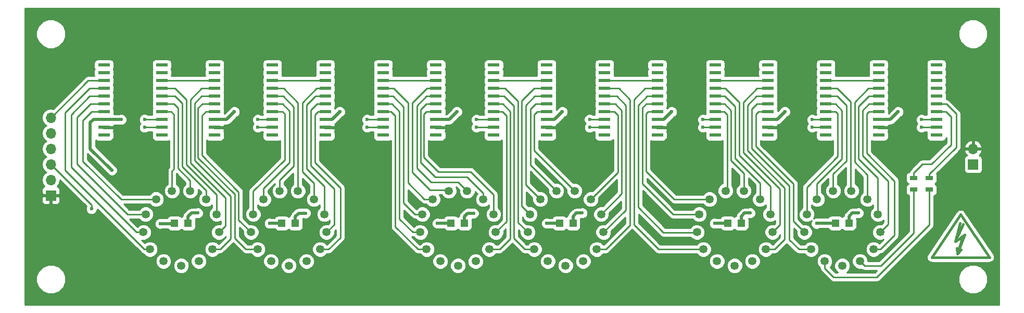
<source format=gtl>
G04 #@! TF.FileFunction,Copper,L1,Top,Signal*
%FSLAX46Y46*%
G04 Gerber Fmt 4.6, Leading zero omitted, Abs format (unit mm)*
G04 Created by KiCad (PCBNEW 4.0.7) date 02/26/18 21:22:59*
%MOMM*%
%LPD*%
G01*
G04 APERTURE LIST*
%ADD10C,0.100000*%
%ADD11C,0.381000*%
%ADD12C,1.346200*%
%ADD13R,1.200000X1.200000*%
%ADD14R,1.950000X0.600000*%
%ADD15R,1.700000X1.700000*%
%ADD16O,1.700000X1.700000*%
%ADD17R,1.300000X0.700000*%
%ADD18C,0.600000*%
%ADD19C,0.250000*%
%ADD20C,0.500000*%
%ADD21C,0.254000*%
G04 APERTURE END LIST*
D10*
D11*
X216037160Y-112689640D02*
X217236040Y-109590840D01*
X217236040Y-109590840D02*
X216636600Y-109989620D01*
X215635840Y-110690660D02*
X216936320Y-107889040D01*
X216037160Y-112689640D02*
X216636600Y-111991140D01*
X216435940Y-107690920D02*
X215635840Y-110690660D01*
X215635840Y-110690660D02*
X216834720Y-109890560D01*
X216834720Y-109890560D02*
X216037160Y-112689640D01*
X216037160Y-112689640D02*
X215935560Y-111790480D01*
X216535000Y-106299000D02*
X221234000Y-113284000D01*
X221234000Y-113284000D02*
X211836000Y-113284000D01*
X211836000Y-113284000D02*
X216535000Y-106299000D01*
D12*
X202389700Y-111950360D03*
X192204300Y-111950360D03*
X191152740Y-109179220D03*
X191510880Y-106240440D03*
X193192360Y-103802040D03*
X195816180Y-102425360D03*
X198777820Y-102425360D03*
X201401640Y-103802040D03*
X203083120Y-106240440D03*
X203441260Y-109179220D03*
X197297000Y-114622440D03*
X200172280Y-113913780D03*
X194421720Y-113913780D03*
X184889700Y-111950360D03*
X174704300Y-111950360D03*
X173652740Y-109179220D03*
X174010880Y-106240440D03*
X175692360Y-103802040D03*
X178316180Y-102425360D03*
X181277820Y-102425360D03*
X183901640Y-103802040D03*
X185583120Y-106240440D03*
X185941260Y-109179220D03*
X179797000Y-114622440D03*
X182672280Y-113913780D03*
X176921720Y-113913780D03*
X157380500Y-111955580D03*
X147195100Y-111955580D03*
X146143540Y-109184440D03*
X146501680Y-106245660D03*
X148183160Y-103807260D03*
X150806980Y-102430580D03*
X153768620Y-102430580D03*
X156392440Y-103807260D03*
X158073920Y-106245660D03*
X158432060Y-109184440D03*
X152287800Y-114627660D03*
X155163080Y-113919000D03*
X149412520Y-113919000D03*
X139880500Y-111955580D03*
X129695100Y-111955580D03*
X128643540Y-109184440D03*
X129001680Y-106245660D03*
X130683160Y-103807260D03*
X133306980Y-102430580D03*
X136268620Y-102430580D03*
X138892440Y-103807260D03*
X140573920Y-106245660D03*
X140932060Y-109184440D03*
X134787800Y-114627660D03*
X137663080Y-113919000D03*
X131912520Y-113919000D03*
X112366700Y-111950360D03*
X102181300Y-111950360D03*
X101129740Y-109179220D03*
X101487880Y-106240440D03*
X103169360Y-103802040D03*
X105793180Y-102425360D03*
X108754820Y-102425360D03*
X111378640Y-103802040D03*
X113060120Y-106240440D03*
X113418260Y-109179220D03*
X107274000Y-114622440D03*
X110149280Y-113913780D03*
X104398720Y-113913780D03*
X94866700Y-111950360D03*
X84681300Y-111950360D03*
X83629740Y-109179220D03*
X83987880Y-106240440D03*
X85669360Y-103802040D03*
X88293180Y-102425360D03*
X91254820Y-102425360D03*
X93878640Y-103802040D03*
X95560120Y-106240440D03*
X95918260Y-109179220D03*
X89774000Y-114622440D03*
X92649280Y-113913780D03*
X86898720Y-113913780D03*
D13*
X90889000Y-107696000D03*
X88689000Y-107696000D03*
X108351500Y-107696000D03*
X106151500Y-107696000D03*
X198394500Y-107696000D03*
X196194500Y-107696000D03*
X135847000Y-107696000D03*
X133647000Y-107696000D03*
X180868500Y-107696000D03*
X178668500Y-107696000D03*
X153500000Y-107696000D03*
X151300000Y-107696000D03*
D14*
X77215000Y-81915000D03*
X77215000Y-83185000D03*
X77215000Y-84455000D03*
X77215000Y-85725000D03*
X77215000Y-86995000D03*
X77215000Y-88265000D03*
X77215000Y-89535000D03*
X77215000Y-90805000D03*
X77215000Y-92075000D03*
X77215000Y-93345000D03*
X86615000Y-93345000D03*
X86615000Y-92075000D03*
X86615000Y-90805000D03*
X86615000Y-89535000D03*
X86615000Y-88265000D03*
X86615000Y-86995000D03*
X86615000Y-85725000D03*
X86615000Y-84455000D03*
X86615000Y-83185000D03*
X86615000Y-81915000D03*
X95215000Y-81915000D03*
X95215000Y-83185000D03*
X95215000Y-84455000D03*
X95215000Y-85725000D03*
X95215000Y-86995000D03*
X95215000Y-88265000D03*
X95215000Y-89535000D03*
X95215000Y-90805000D03*
X95215000Y-92075000D03*
X95215000Y-93345000D03*
X104615000Y-93345000D03*
X104615000Y-92075000D03*
X104615000Y-90805000D03*
X104615000Y-89535000D03*
X104615000Y-88265000D03*
X104615000Y-86995000D03*
X104615000Y-85725000D03*
X104615000Y-84455000D03*
X104615000Y-83185000D03*
X104615000Y-81915000D03*
X113215000Y-81915000D03*
X113215000Y-83185000D03*
X113215000Y-84455000D03*
X113215000Y-85725000D03*
X113215000Y-86995000D03*
X113215000Y-88265000D03*
X113215000Y-89535000D03*
X113215000Y-90805000D03*
X113215000Y-92075000D03*
X113215000Y-93345000D03*
X122615000Y-93345000D03*
X122615000Y-92075000D03*
X122615000Y-90805000D03*
X122615000Y-89535000D03*
X122615000Y-88265000D03*
X122615000Y-86995000D03*
X122615000Y-85725000D03*
X122615000Y-84455000D03*
X122615000Y-83185000D03*
X122615000Y-81915000D03*
X131215000Y-81915000D03*
X131215000Y-83185000D03*
X131215000Y-84455000D03*
X131215000Y-85725000D03*
X131215000Y-86995000D03*
X131215000Y-88265000D03*
X131215000Y-89535000D03*
X131215000Y-90805000D03*
X131215000Y-92075000D03*
X131215000Y-93345000D03*
X140615000Y-93345000D03*
X140615000Y-92075000D03*
X140615000Y-90805000D03*
X140615000Y-89535000D03*
X140615000Y-88265000D03*
X140615000Y-86995000D03*
X140615000Y-85725000D03*
X140615000Y-84455000D03*
X140615000Y-83185000D03*
X140615000Y-81915000D03*
X149215000Y-81915000D03*
X149215000Y-83185000D03*
X149215000Y-84455000D03*
X149215000Y-85725000D03*
X149215000Y-86995000D03*
X149215000Y-88265000D03*
X149215000Y-89535000D03*
X149215000Y-90805000D03*
X149215000Y-92075000D03*
X149215000Y-93345000D03*
X158615000Y-93345000D03*
X158615000Y-92075000D03*
X158615000Y-90805000D03*
X158615000Y-89535000D03*
X158615000Y-88265000D03*
X158615000Y-86995000D03*
X158615000Y-85725000D03*
X158615000Y-84455000D03*
X158615000Y-83185000D03*
X158615000Y-81915000D03*
X167215000Y-81915000D03*
X167215000Y-83185000D03*
X167215000Y-84455000D03*
X167215000Y-85725000D03*
X167215000Y-86995000D03*
X167215000Y-88265000D03*
X167215000Y-89535000D03*
X167215000Y-90805000D03*
X167215000Y-92075000D03*
X167215000Y-93345000D03*
X176615000Y-93345000D03*
X176615000Y-92075000D03*
X176615000Y-90805000D03*
X176615000Y-89535000D03*
X176615000Y-88265000D03*
X176615000Y-86995000D03*
X176615000Y-85725000D03*
X176615000Y-84455000D03*
X176615000Y-83185000D03*
X176615000Y-81915000D03*
X185215000Y-81915000D03*
X185215000Y-83185000D03*
X185215000Y-84455000D03*
X185215000Y-85725000D03*
X185215000Y-86995000D03*
X185215000Y-88265000D03*
X185215000Y-89535000D03*
X185215000Y-90805000D03*
X185215000Y-92075000D03*
X185215000Y-93345000D03*
X194615000Y-93345000D03*
X194615000Y-92075000D03*
X194615000Y-90805000D03*
X194615000Y-89535000D03*
X194615000Y-88265000D03*
X194615000Y-86995000D03*
X194615000Y-85725000D03*
X194615000Y-84455000D03*
X194615000Y-83185000D03*
X194615000Y-81915000D03*
X203215000Y-81915000D03*
X203215000Y-83185000D03*
X203215000Y-84455000D03*
X203215000Y-85725000D03*
X203215000Y-86995000D03*
X203215000Y-88265000D03*
X203215000Y-89535000D03*
X203215000Y-90805000D03*
X203215000Y-92075000D03*
X203215000Y-93345000D03*
X212615000Y-93345000D03*
X212615000Y-92075000D03*
X212615000Y-90805000D03*
X212615000Y-89535000D03*
X212615000Y-88265000D03*
X212615000Y-86995000D03*
X212615000Y-85725000D03*
X212615000Y-84455000D03*
X212615000Y-83185000D03*
X212615000Y-81915000D03*
D15*
X218578740Y-98111260D03*
D16*
X218578740Y-95571260D03*
D15*
X68578740Y-103191260D03*
D16*
X68578740Y-100651260D03*
X68578740Y-98111260D03*
X68578740Y-95571260D03*
X68578740Y-93031260D03*
X68578740Y-90491260D03*
D17*
X208915000Y-102230000D03*
X208915000Y-100330000D03*
X211455000Y-102235000D03*
X211455000Y-100335000D03*
D18*
X192405000Y-92075000D03*
X156210000Y-92075000D03*
X174625000Y-92075000D03*
X102235000Y-92075000D03*
X137795000Y-92075000D03*
X120015000Y-92075000D03*
X210185000Y-92075000D03*
X83820000Y-92075000D03*
X156197270Y-90798051D03*
X192405000Y-90805000D03*
X174625000Y-90805000D03*
X137795000Y-90805000D03*
X120015000Y-90805000D03*
X102235000Y-90805000D03*
X83820000Y-90805000D03*
X210185000Y-90805000D03*
X78523652Y-99075463D03*
X80010000Y-90805000D03*
X187960000Y-89535000D03*
X169545000Y-89535000D03*
X151765000Y-89535000D03*
X134620000Y-89535000D03*
X115570000Y-89535000D03*
X98425000Y-89535000D03*
X206375000Y-89535000D03*
X173990000Y-100838000D03*
X172212000Y-100838000D03*
X170434000Y-100838000D03*
X119634000Y-100838000D03*
X118364000Y-100838000D03*
X117094000Y-100838000D03*
X140716000Y-100838000D03*
X82566489Y-100825817D03*
X84074000Y-100838000D03*
X81026000Y-100838000D03*
X99822000Y-100838000D03*
X210820000Y-95250000D03*
X209550000Y-95250000D03*
X208280000Y-95250000D03*
X207010000Y-95250000D03*
X205740000Y-95250000D03*
X192405000Y-95250000D03*
X191135000Y-95250000D03*
X189865000Y-95250000D03*
X188595000Y-95250000D03*
X187325000Y-95250000D03*
X174625000Y-95250000D03*
X173355000Y-95250000D03*
X172085000Y-95250000D03*
X170815000Y-95250000D03*
X169545000Y-95250000D03*
X156210000Y-95250000D03*
X154940000Y-95250000D03*
X153670000Y-95250000D03*
X152400000Y-95250000D03*
X151130000Y-95250000D03*
X138430000Y-95250000D03*
X137160000Y-95250000D03*
X135890000Y-95250000D03*
X134620000Y-95250000D03*
X133350000Y-95250000D03*
X120650000Y-95250000D03*
X119380000Y-95250000D03*
X118110000Y-95250000D03*
X116840000Y-95250000D03*
X115570000Y-95250000D03*
X102870000Y-95250000D03*
X101600000Y-95250000D03*
X100330000Y-95250000D03*
X99060000Y-95250000D03*
X97790000Y-95250000D03*
X84455000Y-95250000D03*
X83185000Y-95250000D03*
X81915000Y-95250000D03*
X80645000Y-95250000D03*
X79375000Y-95250000D03*
X211835000Y-73660000D03*
X206835000Y-73660000D03*
X201835000Y-73660000D03*
X196835000Y-73660000D03*
X191835000Y-73660000D03*
X186835000Y-73660000D03*
X181835000Y-73660000D03*
X176835000Y-73660000D03*
X171835000Y-73660000D03*
X166835000Y-73660000D03*
X161835000Y-73660000D03*
X156835000Y-73660000D03*
X151835000Y-73660000D03*
X146835000Y-73660000D03*
X141835000Y-73660000D03*
X136835000Y-73660000D03*
X131835000Y-73660000D03*
X126835000Y-73660000D03*
X121835000Y-73660000D03*
X116835000Y-73660000D03*
X111835000Y-73660000D03*
X106835000Y-73660000D03*
X101835000Y-73660000D03*
X96835000Y-73660000D03*
X91835000Y-73660000D03*
X86835000Y-73660000D03*
X81835000Y-73660000D03*
X76835000Y-73660000D03*
X211828872Y-120007391D03*
X206828872Y-120007391D03*
X201828872Y-120007391D03*
X196828872Y-120007391D03*
X191828872Y-120007391D03*
X186828872Y-120007391D03*
X181828872Y-120007391D03*
X176828872Y-120007391D03*
X171828872Y-120007391D03*
X166828872Y-120007391D03*
X161828872Y-120007391D03*
X156828872Y-120007391D03*
X151828872Y-120007391D03*
X146828872Y-120007391D03*
X141828872Y-120007391D03*
X136828872Y-120007391D03*
X131828872Y-120007391D03*
X126828872Y-120007391D03*
X121828872Y-120007391D03*
X116828872Y-120007391D03*
X111828872Y-120007391D03*
X106828872Y-120007391D03*
X101828872Y-120007391D03*
X96828872Y-120007391D03*
X91828872Y-120007391D03*
X86828872Y-120007391D03*
X81828872Y-120007391D03*
X76828872Y-120007391D03*
X208915000Y-83185000D03*
X207645000Y-83185000D03*
X206375000Y-83185000D03*
X191135000Y-83185000D03*
X189865000Y-83185000D03*
X188595000Y-83185000D03*
X172720000Y-83185000D03*
X171450000Y-83185000D03*
X170180000Y-83185000D03*
X154940000Y-83185000D03*
X153670000Y-83185000D03*
X152400000Y-83185000D03*
X137160000Y-83185000D03*
X135890000Y-83185000D03*
X134620000Y-83185000D03*
X118745000Y-83185000D03*
X117475000Y-83185000D03*
X116205000Y-83185000D03*
X100965000Y-83185000D03*
X99695000Y-83185000D03*
X98425000Y-83185000D03*
X82550000Y-84455000D03*
X81280000Y-84455000D03*
X80010000Y-84455000D03*
X92483465Y-106051565D03*
X193111426Y-107753465D03*
X86371034Y-107778761D03*
X104140000Y-107744218D03*
X131445000Y-107744218D03*
X149225000Y-107744218D03*
X176530000Y-107744218D03*
X109972734Y-106070840D03*
X199902598Y-106051343D03*
X137351676Y-106097667D03*
X182286560Y-106054756D03*
X154985038Y-106043027D03*
X75187230Y-105360304D03*
D19*
X77215000Y-85725000D02*
X74834559Y-85725000D01*
X74834559Y-85725000D02*
X70906007Y-89653552D01*
X83756360Y-111950360D02*
X84681300Y-111950360D01*
X70906007Y-89653552D02*
X70906007Y-99100007D01*
X70906007Y-99100007D02*
X83756360Y-111950360D01*
X84240161Y-111950360D02*
X84681300Y-111950360D01*
X77215000Y-86995000D02*
X74915803Y-86995000D01*
X74915803Y-86995000D02*
X71873333Y-90037470D01*
X71873333Y-90037470D02*
X71873333Y-98543333D01*
X71873333Y-98543333D02*
X82509220Y-109179220D01*
X82509220Y-109179220D02*
X83629740Y-109179220D01*
X83629740Y-109179220D02*
X82957416Y-109179220D01*
X77215000Y-88265000D02*
X75068165Y-88265000D01*
X75068165Y-88265000D02*
X72862155Y-90471010D01*
X72862155Y-90471010D02*
X72862155Y-98066422D01*
X72862155Y-98066422D02*
X81036173Y-106240440D01*
X81036173Y-106240440D02*
X83987880Y-106240440D01*
X85669360Y-103802040D02*
X80004909Y-103802040D01*
X80004909Y-103802040D02*
X73799683Y-97596814D01*
X73799683Y-97596814D02*
X73799683Y-90955843D01*
X73799683Y-90955843D02*
X75220526Y-89535000D01*
X75220526Y-89535000D02*
X77215000Y-89535000D01*
X88293180Y-102425360D02*
X88293180Y-99197130D01*
X88293180Y-99197130D02*
X88623152Y-98867158D01*
X88623152Y-98867158D02*
X88623152Y-90014148D01*
X88623152Y-90014148D02*
X88144004Y-89535000D01*
X88144004Y-89535000D02*
X86615000Y-89535000D01*
X91254820Y-102425360D02*
X91254820Y-100751887D01*
X91254820Y-100751887D02*
X89266530Y-98763597D01*
X88590071Y-88265000D02*
X86615000Y-88265000D01*
X89266530Y-98763597D02*
X89266530Y-88941459D01*
X89266530Y-88941459D02*
X88590071Y-88265000D01*
X93878640Y-103802040D02*
X93878640Y-102418580D01*
X93878640Y-102418580D02*
X89924205Y-98464145D01*
X89924205Y-98464145D02*
X89924205Y-88161226D01*
X89924205Y-88161226D02*
X88757979Y-86995000D01*
X88757979Y-86995000D02*
X86615000Y-86995000D01*
X95560120Y-106240440D02*
X95560120Y-103090250D01*
X95560120Y-103090250D02*
X90610475Y-98140605D01*
X90610475Y-98140605D02*
X90610475Y-87551260D01*
X90610475Y-87551260D02*
X88784215Y-85725000D01*
X88784215Y-85725000D02*
X86615000Y-85725000D01*
X95918260Y-109179220D02*
X96992756Y-108104724D01*
X96992756Y-108104724D02*
X96992756Y-103557956D01*
X96992756Y-103557956D02*
X91282447Y-97847647D01*
X91282447Y-97847647D02*
X91282447Y-87523205D01*
X91282447Y-87523205D02*
X93080652Y-85725000D01*
X93080652Y-85725000D02*
X95215000Y-85725000D01*
X94866700Y-111950360D02*
X96115847Y-111950360D01*
X96115847Y-111950360D02*
X97798756Y-110267451D01*
X97798756Y-110267451D02*
X97798756Y-103331706D01*
X97798756Y-103331706D02*
X91940122Y-97473072D01*
X91940122Y-97473072D02*
X91940122Y-88147523D01*
X93092645Y-86995000D02*
X95215000Y-86995000D01*
X91940122Y-88147523D02*
X93092645Y-86995000D01*
X102181300Y-111950360D02*
X100305896Y-111950360D01*
X100305896Y-111950360D02*
X98492291Y-110136755D01*
X98492291Y-110136755D02*
X98492291Y-102992991D01*
X98492291Y-102992991D02*
X92526311Y-97027011D01*
X92526311Y-97027011D02*
X92526311Y-88957282D01*
X92526311Y-88957282D02*
X93218593Y-88265000D01*
X93218593Y-88265000D02*
X95215000Y-88265000D01*
X95215000Y-89535000D02*
X93771872Y-89535000D01*
X93771872Y-89535000D02*
X93155392Y-90151480D01*
X93155392Y-90151480D02*
X93155392Y-96623842D01*
X93155392Y-96623842D02*
X99129593Y-102598043D01*
X99129593Y-102598043D02*
X99129593Y-107179073D01*
X99129593Y-107179073D02*
X101129740Y-109179220D01*
X101487880Y-106240440D02*
X101487880Y-102495817D01*
X101487880Y-102495817D02*
X106636420Y-97347277D01*
X106636420Y-89903203D02*
X106268217Y-89535000D01*
X106636420Y-97347277D02*
X106636420Y-89903203D01*
X106268217Y-89535000D02*
X104615000Y-89535000D01*
X103169360Y-103802040D02*
X103169360Y-102065637D01*
X103169360Y-102065637D02*
X107419417Y-97815580D01*
X107419417Y-97815580D02*
X107419417Y-89411431D01*
X107419417Y-89411431D02*
X106272986Y-88265000D01*
X106272986Y-88265000D02*
X104615000Y-88265000D01*
X104615000Y-86995000D02*
X106330142Y-86995000D01*
X106330142Y-86995000D02*
X108095641Y-88760499D01*
X108095641Y-88760499D02*
X108095641Y-98388993D01*
X108095641Y-98388993D02*
X105793180Y-100691454D01*
X105793180Y-100691454D02*
X105793180Y-102425360D01*
X108754820Y-102425360D02*
X108754820Y-88057596D01*
X108754820Y-88057596D02*
X106422224Y-85725000D01*
X106422224Y-85725000D02*
X104615000Y-85725000D01*
X111378640Y-103802040D02*
X111378640Y-101204474D01*
X111378640Y-101204474D02*
X109465885Y-99291719D01*
X109465885Y-99291719D02*
X109465885Y-88069190D01*
X111810075Y-85725000D02*
X113215000Y-85725000D01*
X109465885Y-88069190D02*
X111810075Y-85725000D01*
X113060120Y-106240440D02*
X113060120Y-101691331D01*
X113060120Y-101691331D02*
X110213290Y-98844501D01*
X110213290Y-98844501D02*
X110213290Y-88369540D01*
X110213290Y-88369540D02*
X111587830Y-86995000D01*
X111587830Y-86995000D02*
X113215000Y-86995000D01*
X113215000Y-88265000D02*
X111850305Y-88265000D01*
X111850305Y-88265000D02*
X110889514Y-89225791D01*
X110889514Y-89225791D02*
X110889514Y-98313075D01*
X110889514Y-98313075D02*
X114684311Y-102107872D01*
X114684311Y-102107872D02*
X114684311Y-107934594D01*
X114684311Y-107934594D02*
X113439685Y-109179220D01*
X113439685Y-109179220D02*
X113418260Y-109179220D01*
X112366700Y-111950360D02*
X113773153Y-111950360D01*
X113773153Y-111950360D02*
X115648875Y-110074638D01*
X115648875Y-110074638D02*
X115648875Y-101922985D01*
X115648875Y-101922985D02*
X111547943Y-97822053D01*
X111547943Y-97822053D02*
X111547943Y-89995169D01*
X111547943Y-89995169D02*
X112000806Y-89542306D01*
X112000806Y-89542306D02*
X112209739Y-89542306D01*
X112209739Y-89542306D02*
X112217045Y-89535000D01*
X112217045Y-89535000D02*
X113215000Y-89535000D01*
X122615000Y-89535000D02*
X123935352Y-89535000D01*
X123935352Y-89535000D02*
X124613955Y-90213603D01*
X124613955Y-90213603D02*
X124613955Y-108308372D01*
X128261163Y-111955580D02*
X129695100Y-111955580D01*
X124613955Y-108308372D02*
X128261163Y-111955580D01*
X122615000Y-88265000D02*
X124075374Y-88265000D01*
X127456844Y-109184440D02*
X128643540Y-109184440D01*
X124075374Y-88265000D02*
X125289105Y-89478731D01*
X125289105Y-89478731D02*
X125289105Y-107016701D01*
X125289105Y-107016701D02*
X127456844Y-109184440D01*
X122615000Y-86995000D02*
X124215396Y-86995000D01*
X124215396Y-86995000D02*
X125964256Y-88743860D01*
X125964256Y-88743860D02*
X125964256Y-104413818D01*
X125964256Y-104413818D02*
X127796098Y-106245660D01*
X127796098Y-106245660D02*
X129001680Y-106245660D01*
X122615000Y-85725000D02*
X124280418Y-85725000D01*
X126656286Y-101145815D02*
X129317731Y-103807260D01*
X124280418Y-85725000D02*
X126656286Y-88100868D01*
X126656286Y-88100868D02*
X126656286Y-101145815D01*
X129317731Y-103807260D02*
X130683160Y-103807260D01*
X131215000Y-85725000D02*
X129710832Y-85725000D01*
X129710832Y-85725000D02*
X127365194Y-88070638D01*
X127365194Y-88070638D02*
X127365194Y-99374999D01*
X127365194Y-99374999D02*
X130263622Y-102273427D01*
X133149827Y-102273427D02*
X133306980Y-102430580D01*
X130263622Y-102273427D02*
X133149827Y-102273427D01*
X131215000Y-86995000D02*
X129639226Y-86995000D01*
X129639226Y-86995000D02*
X128090981Y-88543245D01*
X128090981Y-88543245D02*
X128090981Y-98698071D01*
X128090981Y-98698071D02*
X130389276Y-100996366D01*
X130389276Y-100996366D02*
X134834406Y-100996366D01*
X134834406Y-100996366D02*
X136268620Y-102430580D01*
X131215000Y-88265000D02*
X129652012Y-88265000D01*
X129652012Y-88265000D02*
X128732375Y-89184637D01*
X128732375Y-89184637D02*
X128732375Y-97798780D01*
X128732375Y-97798780D02*
X131105230Y-100171635D01*
X131105230Y-100171635D02*
X136235289Y-100171635D01*
X136235289Y-100171635D02*
X138890050Y-102826396D01*
X138890050Y-102826396D02*
X138890050Y-103804870D01*
X138890050Y-103804870D02*
X138892440Y-103807260D01*
X131215000Y-89535000D02*
X129647920Y-89535000D01*
X129647920Y-89535000D02*
X129272495Y-89910425D01*
X129272495Y-89910425D02*
X129272495Y-96951724D01*
X129272495Y-96951724D02*
X131619865Y-99299094D01*
X131619865Y-99299094D02*
X136832316Y-99299094D01*
X136832316Y-99299094D02*
X140573920Y-103040698D01*
X140573920Y-103040698D02*
X140573920Y-106245660D01*
X140615000Y-89535000D02*
X141981380Y-89535000D01*
X140936206Y-109180294D02*
X140932060Y-109184440D01*
X141981380Y-89535000D02*
X142670842Y-90224462D01*
X142670842Y-90224462D02*
X142670842Y-107445658D01*
X142670842Y-107445658D02*
X140936206Y-109180294D01*
X140615000Y-88265000D02*
X142062954Y-88265000D01*
X142062954Y-88265000D02*
X143284826Y-89486872D01*
X143284826Y-89486872D02*
X143284826Y-110235354D01*
X143284826Y-110235354D02*
X141564600Y-111955580D01*
X141564600Y-111955580D02*
X139880500Y-111955580D01*
X140615000Y-86995000D02*
X142275106Y-86995000D01*
X143881798Y-88601692D02*
X143881798Y-110183456D01*
X142275106Y-86995000D02*
X143881798Y-88601692D01*
X143881798Y-110183456D02*
X145625455Y-111927113D01*
X145625455Y-111927113D02*
X147166633Y-111927113D01*
X147166633Y-111927113D02*
X147195100Y-111955580D01*
X146143540Y-109184440D02*
X146126954Y-109184440D01*
X146126954Y-109184440D02*
X144529377Y-107586863D01*
X144529377Y-107586863D02*
X144529377Y-87817827D01*
X144529377Y-87817827D02*
X142436550Y-85725000D01*
X142436550Y-85725000D02*
X140615000Y-85725000D01*
X146501680Y-106245660D02*
X146501680Y-106234738D01*
X146501680Y-106234738D02*
X145157331Y-104890389D01*
X145157331Y-104890389D02*
X145157331Y-87765009D01*
X147197340Y-85725000D02*
X149215000Y-85725000D01*
X145157331Y-87765009D02*
X147197340Y-85725000D01*
X148183160Y-103807260D02*
X148183160Y-103802946D01*
X148183160Y-103802946D02*
X145832198Y-101451984D01*
X145832198Y-101451984D02*
X145832198Y-88463896D01*
X145832198Y-88463896D02*
X147301094Y-86995000D01*
X147301094Y-86995000D02*
X149215000Y-86995000D01*
X150806980Y-102430580D02*
X150806980Y-102425130D01*
X150806980Y-102425130D02*
X146607131Y-98225281D01*
X146607131Y-98225281D02*
X146607131Y-89113595D01*
X146607131Y-89113595D02*
X147455726Y-88265000D01*
X147455726Y-88265000D02*
X149215000Y-88265000D01*
X153768620Y-102430580D02*
X147184532Y-95846492D01*
X147184532Y-95846492D02*
X147184532Y-90037146D01*
X147184532Y-90037146D02*
X147686678Y-89535000D01*
X147686678Y-89535000D02*
X149215000Y-89535000D01*
X156392440Y-103807260D02*
X156400925Y-103807260D01*
X156400925Y-103807260D02*
X160787786Y-99420399D01*
X160787786Y-99420399D02*
X160787786Y-90129858D01*
X160787786Y-90129858D02*
X160192928Y-89535000D01*
X160192928Y-89535000D02*
X158615000Y-89535000D01*
X161443317Y-89331836D02*
X160376481Y-88265000D01*
X161443317Y-102901976D02*
X161443317Y-89331836D01*
X160376481Y-88265000D02*
X158615000Y-88265000D01*
X158099633Y-106245660D02*
X161443317Y-102901976D01*
X158073920Y-106245660D02*
X158099633Y-106245660D01*
X162064347Y-88453748D02*
X160605599Y-86995000D01*
X162064347Y-105600253D02*
X162064347Y-88453748D01*
X160605599Y-86995000D02*
X158615000Y-86995000D01*
X158480160Y-109184440D02*
X162064347Y-105600253D01*
X158432060Y-109184440D02*
X158480160Y-109184440D01*
X157380500Y-111955580D02*
X158844721Y-111955580D01*
X158844721Y-111955580D02*
X162742879Y-108057422D01*
X162742879Y-108057422D02*
X162742879Y-87521657D01*
X162742879Y-87521657D02*
X160946222Y-85725000D01*
X160946222Y-85725000D02*
X158615000Y-85725000D01*
X174704300Y-111950360D02*
X167382620Y-111950360D01*
X167382620Y-111950360D02*
X163409911Y-107977651D01*
X163409911Y-107977651D02*
X163409911Y-87570342D01*
X163409911Y-87570342D02*
X165255253Y-85725000D01*
X165255253Y-85725000D02*
X167215000Y-85725000D01*
X173652740Y-109179220D02*
X173632785Y-109199175D01*
X173632785Y-109199175D02*
X168212500Y-109199175D01*
X164076943Y-88469481D02*
X165551424Y-86995000D01*
X168212500Y-109199175D02*
X164076943Y-105063618D01*
X164076943Y-105063618D02*
X164076943Y-88469481D01*
X165551424Y-86995000D02*
X167215000Y-86995000D01*
X174010880Y-106240440D02*
X169745270Y-106240440D01*
X169745270Y-106240440D02*
X164766976Y-101262146D01*
X164766976Y-101262146D02*
X164766976Y-88923000D01*
X164766976Y-88923000D02*
X165424976Y-88265000D01*
X165424976Y-88265000D02*
X167215000Y-88265000D01*
X175692360Y-103802040D02*
X169947146Y-103802040D01*
X169947146Y-103802040D02*
X165365005Y-99219899D01*
X165365005Y-99219899D02*
X165365005Y-89888437D01*
X165365005Y-89888437D02*
X165718442Y-89535000D01*
X165718442Y-89535000D02*
X167215000Y-89535000D01*
X178316180Y-102425360D02*
X178567810Y-102173730D01*
X178567810Y-102173730D02*
X178567810Y-90045331D01*
X178567810Y-90045331D02*
X178057479Y-89535000D01*
X178057479Y-89535000D02*
X176615000Y-89535000D01*
X181277820Y-102425360D02*
X181277820Y-99596827D01*
X181277820Y-99596827D02*
X179179753Y-97498760D01*
X179179753Y-97498760D02*
X179179753Y-89305307D01*
X179179753Y-89305307D02*
X178139446Y-88265000D01*
X178139446Y-88265000D02*
X176615000Y-88265000D01*
X183901640Y-103802040D02*
X183903012Y-103800668D01*
X183903012Y-103800668D02*
X183903012Y-101158658D01*
X179834390Y-97090036D02*
X179834390Y-88622207D01*
X183903012Y-101158658D02*
X179834390Y-97090036D01*
X178207183Y-86995000D02*
X176615000Y-86995000D01*
X179834390Y-88622207D02*
X178207183Y-86995000D01*
X185583120Y-106240440D02*
X185583120Y-101672024D01*
X185583120Y-101672024D02*
X180531721Y-96620625D01*
X180531721Y-96620625D02*
X180531721Y-87999028D01*
X180531721Y-87999028D02*
X178257693Y-85725000D01*
X178257693Y-85725000D02*
X176615000Y-85725000D01*
X185941260Y-109179220D02*
X187128888Y-107991592D01*
X187128888Y-107991592D02*
X187128888Y-102124894D01*
X187128888Y-102124894D02*
X181207668Y-96203674D01*
X181207668Y-96203674D02*
X181207668Y-87946259D01*
X181207668Y-87946259D02*
X183428927Y-85725000D01*
X183428927Y-85725000D02*
X185215000Y-85725000D01*
X184889700Y-111950360D02*
X186329666Y-111950360D01*
X186329666Y-111950360D02*
X187938396Y-110341630D01*
X187938396Y-101930117D02*
X181883689Y-95875410D01*
X187938396Y-110341630D02*
X187938396Y-101930117D01*
X181883689Y-95875410D02*
X181883689Y-88468659D01*
X181883689Y-88468659D02*
X183357348Y-86995000D01*
X183357348Y-86995000D02*
X185215000Y-86995000D01*
X192204300Y-111950360D02*
X190235158Y-111950360D01*
X190235158Y-111950360D02*
X188691097Y-110406299D01*
X188691097Y-110406299D02*
X188691097Y-101634227D01*
X182566789Y-89118802D02*
X183420591Y-88265000D01*
X188691097Y-101634227D02*
X182566789Y-95509919D01*
X182566789Y-95509919D02*
X182566789Y-89118802D01*
X183420591Y-88265000D02*
X185215000Y-88265000D01*
X191152740Y-109179220D02*
X189362050Y-107388530D01*
X189362050Y-101302501D02*
X183274438Y-95214889D01*
X189362050Y-107388530D02*
X189362050Y-101302501D01*
X183274438Y-95214889D02*
X183274438Y-89894198D01*
X183274438Y-89894198D02*
X183633636Y-89535000D01*
X183633636Y-89535000D02*
X185215000Y-89535000D01*
X191510880Y-106240440D02*
X191510880Y-101859120D01*
X191510880Y-101859120D02*
X196580379Y-96789621D01*
X196580379Y-96789621D02*
X196580379Y-89879943D01*
X196580379Y-89879943D02*
X196235436Y-89535000D01*
X196235436Y-89535000D02*
X194615000Y-89535000D01*
X193192360Y-103802040D02*
X193185359Y-103795039D01*
X193185359Y-103795039D02*
X193185359Y-101256375D01*
X193185359Y-101256375D02*
X197253795Y-97187939D01*
X197253795Y-97187939D02*
X197253795Y-89334561D01*
X197253795Y-89334561D02*
X196184234Y-88265000D01*
X196184234Y-88265000D02*
X194615000Y-88265000D01*
X195816180Y-102425360D02*
X195816180Y-99666369D01*
X195816180Y-99666369D02*
X197958533Y-97524016D01*
X197958533Y-97524016D02*
X197958533Y-88504538D01*
X197958533Y-88504538D02*
X196448995Y-86995000D01*
X196448995Y-86995000D02*
X194615000Y-86995000D01*
X198777820Y-102425360D02*
X198631948Y-102279488D01*
X198631948Y-102279488D02*
X198631948Y-87893764D01*
X198631948Y-87893764D02*
X196463184Y-85725000D01*
X196463184Y-85725000D02*
X194615000Y-85725000D01*
X201401640Y-103802040D02*
X201401640Y-99848883D01*
X201401640Y-99848883D02*
X199305364Y-97752607D01*
X199305364Y-97752607D02*
X199305364Y-87956408D01*
X199305364Y-87956408D02*
X201536772Y-85725000D01*
X201536772Y-85725000D02*
X203215000Y-85725000D01*
X203083120Y-106240440D02*
X203083120Y-100383958D01*
X203083120Y-100383958D02*
X199947458Y-97248296D01*
X199947458Y-97248296D02*
X199947458Y-88661146D01*
X199947458Y-88661146D02*
X201613604Y-86995000D01*
X201613604Y-86995000D02*
X203215000Y-86995000D01*
X203441260Y-109179220D02*
X204736017Y-107884463D01*
X200605213Y-96714393D02*
X200605213Y-89318901D01*
X204736017Y-107884463D02*
X204736017Y-100845197D01*
X204736017Y-100845197D02*
X200605213Y-96714393D01*
X201659114Y-88265000D02*
X203215000Y-88265000D01*
X200605213Y-89318901D02*
X201659114Y-88265000D01*
X203215000Y-89535000D02*
X201610659Y-89535000D01*
X201610659Y-89535000D02*
X201262968Y-89882691D01*
X201262968Y-89882691D02*
X201262968Y-96301164D01*
X201262968Y-96301164D02*
X205783849Y-100822045D01*
X205783849Y-100822045D02*
X205783849Y-109662697D01*
X205783849Y-109662697D02*
X203496186Y-111950360D01*
X203496186Y-111950360D02*
X202389700Y-111950360D01*
X212615000Y-89535000D02*
X214137624Y-89535000D01*
X214137624Y-89535000D02*
X214969461Y-90366837D01*
X214969461Y-90366837D02*
X214969461Y-94910539D01*
X210325079Y-98093361D02*
X208915000Y-99503440D01*
X214969461Y-94910539D02*
X211786639Y-98093361D01*
X211786639Y-98093361D02*
X210325079Y-98093361D01*
X208915000Y-99503440D02*
X208915000Y-100330000D01*
X211455000Y-100335000D02*
X211455000Y-99695000D01*
X211455000Y-99695000D02*
X215815943Y-95334057D01*
X215815943Y-95334057D02*
X215815943Y-89880109D01*
X214200834Y-88265000D02*
X212615000Y-88265000D01*
X215815943Y-89880109D02*
X214200834Y-88265000D01*
X194615000Y-92075000D02*
X192405000Y-92075000D01*
X158615000Y-92075000D02*
X156210000Y-92075000D01*
X176615000Y-92075000D02*
X174625000Y-92075000D01*
X104615000Y-92075000D02*
X102235000Y-92075000D01*
X140615000Y-92075000D02*
X137795000Y-92075000D01*
X122615000Y-92075000D02*
X120015000Y-92075000D01*
X210185000Y-92075000D02*
X212615000Y-92075000D01*
X86615000Y-92075000D02*
X83820000Y-92075000D01*
X156204219Y-90805000D02*
X156197270Y-90798051D01*
X158615000Y-90805000D02*
X156204219Y-90805000D01*
X194615000Y-90805000D02*
X192405000Y-90805000D01*
X176615000Y-90805000D02*
X174625000Y-90805000D01*
X140615000Y-90805000D02*
X137795000Y-90805000D01*
X122615000Y-90805000D02*
X120015000Y-90805000D01*
X104615000Y-90805000D02*
X102235000Y-90805000D01*
X83820000Y-90805000D02*
X86615000Y-90805000D01*
X212615000Y-90805000D02*
X210185000Y-90805000D01*
D20*
X77215000Y-90805000D02*
X75517956Y-90805000D01*
X75517956Y-90805000D02*
X75000022Y-91322934D01*
X75000022Y-91322934D02*
X75000022Y-95565874D01*
X75000022Y-95565874D02*
X78509897Y-99075749D01*
X78509897Y-99075749D02*
X78523366Y-99075749D01*
X78523366Y-99075749D02*
X78523652Y-99075463D01*
X77215000Y-90805000D02*
X80010000Y-90805000D01*
X185215000Y-90805000D02*
X186690000Y-90805000D01*
X186690000Y-90805000D02*
X187960000Y-89535000D01*
X167215000Y-90805000D02*
X168275000Y-90805000D01*
X168275000Y-90805000D02*
X169545000Y-89535000D01*
X149215000Y-90805000D02*
X150495000Y-90805000D01*
X150495000Y-90805000D02*
X151765000Y-89535000D01*
X131215000Y-90805000D02*
X133350000Y-90805000D01*
X133350000Y-90805000D02*
X134620000Y-89535000D01*
X114300000Y-90805000D02*
X115570000Y-89535000D01*
X113215000Y-90805000D02*
X114300000Y-90805000D01*
X95215000Y-90805000D02*
X97155000Y-90805000D01*
X97155000Y-90805000D02*
X98425000Y-89535000D01*
X206375000Y-89535000D02*
X205105000Y-90805000D01*
X205105000Y-90805000D02*
X203215000Y-90805000D01*
X172212000Y-100838000D02*
X173990000Y-100838000D01*
X170815000Y-95250000D02*
X170815000Y-100457000D01*
X170815000Y-100457000D02*
X170434000Y-100838000D01*
X118364000Y-100838000D02*
X119634000Y-100838000D01*
X116840000Y-95250000D02*
X116840000Y-100584000D01*
X116840000Y-100584000D02*
X117094000Y-100838000D01*
X138430000Y-95250000D02*
X138430000Y-98552000D01*
X138430000Y-98552000D02*
X140716000Y-100838000D01*
X84074000Y-100838000D02*
X82578672Y-100838000D01*
X82578672Y-100838000D02*
X82566489Y-100825817D01*
X81915000Y-95250000D02*
X81915000Y-99949000D01*
X81915000Y-99949000D02*
X81026000Y-100838000D01*
X100330000Y-95250000D02*
X100330000Y-100330000D01*
X100330000Y-100330000D02*
X99822000Y-100838000D01*
D19*
X76828872Y-120007391D02*
X68581481Y-111760000D01*
X68580000Y-111758519D02*
X68581481Y-111760000D01*
X68581481Y-111760000D02*
X68578740Y-111757259D01*
X68580000Y-104292520D02*
X68580000Y-111758519D01*
X68578740Y-103191260D02*
X68578740Y-104291260D01*
X68578740Y-104291260D02*
X68580000Y-104292520D01*
X76835000Y-73660000D02*
X76835000Y-74295000D01*
X76835000Y-74295000D02*
X65405000Y-85725000D01*
X65405000Y-85725000D02*
X65405000Y-101117520D01*
X65405000Y-101117520D02*
X67478740Y-103191260D01*
X67478740Y-103191260D02*
X68578740Y-103191260D01*
X131215000Y-92075000D02*
X132933637Y-92075000D01*
X132933637Y-92075000D02*
X133350000Y-92491363D01*
X133350000Y-92491363D02*
X133350000Y-93619998D01*
X133350000Y-93619998D02*
X133350000Y-95250000D01*
X113215000Y-92075000D02*
X114957348Y-92075000D01*
X115570000Y-93839998D02*
X115570000Y-95250000D01*
X114957348Y-92075000D02*
X115570000Y-92687652D01*
X115570000Y-92687652D02*
X115570000Y-93839998D01*
X149215000Y-92075000D02*
X150707876Y-92075000D01*
X150707876Y-92075000D02*
X151130000Y-92497124D01*
X151130000Y-92497124D02*
X151130000Y-93399998D01*
X151130000Y-93399998D02*
X151130000Y-95250000D01*
X167215000Y-92075000D02*
X169099814Y-92075000D01*
X169099814Y-92075000D02*
X169545000Y-92520186D01*
X169545000Y-92520186D02*
X169545000Y-93814998D01*
X169545000Y-93814998D02*
X169545000Y-95250000D01*
X185215000Y-92075000D02*
X187067766Y-92075000D01*
X187067766Y-92075000D02*
X187325000Y-92332234D01*
X187325000Y-92332234D02*
X187325000Y-93594998D01*
X187325000Y-93594998D02*
X187325000Y-95250000D01*
X203215000Y-92075000D02*
X205100293Y-92075000D01*
X205100293Y-92075000D02*
X205740000Y-92714707D01*
X205740000Y-94009998D02*
X205740000Y-95250000D01*
X205740000Y-92714707D02*
X205740000Y-94009998D01*
X209550000Y-95250000D02*
X210820000Y-95250000D01*
X207010000Y-95250000D02*
X208280000Y-95250000D01*
X191135000Y-95250000D02*
X192405000Y-95250000D01*
X188595000Y-95250000D02*
X189865000Y-95250000D01*
X173355000Y-95250000D02*
X174625000Y-95250000D01*
X170815000Y-95250000D02*
X172085000Y-95250000D01*
X154940000Y-95250000D02*
X156210000Y-95250000D01*
X152400000Y-95250000D02*
X153670000Y-95250000D01*
X137160000Y-95250000D02*
X138430000Y-95250000D01*
X134620000Y-95250000D02*
X135890000Y-95250000D01*
X119380000Y-95250000D02*
X120650000Y-95250000D01*
X116840000Y-95250000D02*
X118110000Y-95250000D01*
X95215000Y-92075000D02*
X96956168Y-92075000D01*
X97790000Y-92908832D02*
X97790000Y-95250000D01*
X96956168Y-92075000D02*
X97790000Y-92908832D01*
X77215000Y-92075000D02*
X78645028Y-92075000D01*
X78645028Y-92075000D02*
X79375000Y-92804972D01*
X79375000Y-92804972D02*
X79375000Y-93644998D01*
X79375000Y-93644998D02*
X79375000Y-95250000D01*
X101600000Y-95250000D02*
X102870000Y-95250000D01*
X99060000Y-95250000D02*
X100330000Y-95250000D01*
X83185000Y-95250000D02*
X84455000Y-95250000D01*
X80645000Y-95250000D02*
X81915000Y-95250000D01*
X206828872Y-120007391D02*
X211828872Y-120007391D01*
X201828872Y-120007391D02*
X206828872Y-120007391D01*
X196828872Y-120007391D02*
X201828872Y-120007391D01*
X191828872Y-120007391D02*
X196828872Y-120007391D01*
X186828872Y-120007391D02*
X191828872Y-120007391D01*
X181828872Y-120007391D02*
X186828872Y-120007391D01*
X176828872Y-120007391D02*
X181828872Y-120007391D01*
X171828872Y-120007391D02*
X176828872Y-120007391D01*
X166828872Y-120007391D02*
X171828872Y-120007391D01*
X161828872Y-120007391D02*
X166828872Y-120007391D01*
X156828872Y-120007391D02*
X161828872Y-120007391D01*
X151828872Y-120007391D02*
X156828872Y-120007391D01*
X146828872Y-120007391D02*
X151828872Y-120007391D01*
X141828872Y-120007391D02*
X146828872Y-120007391D01*
X136828872Y-120007391D02*
X141828872Y-120007391D01*
X131828872Y-120007391D02*
X136828872Y-120007391D01*
X126828872Y-120007391D02*
X131828872Y-120007391D01*
X121828872Y-120007391D02*
X126828872Y-120007391D01*
X116828872Y-120007391D02*
X121828872Y-120007391D01*
X111828872Y-120007391D02*
X116828872Y-120007391D01*
X106828872Y-120007391D02*
X111828872Y-120007391D01*
X101828872Y-120007391D02*
X106828872Y-120007391D01*
X96520000Y-120007391D02*
X96828872Y-120007391D01*
X91828872Y-120007391D02*
X96520000Y-120007391D01*
X96520000Y-120007391D02*
X101828872Y-120007391D01*
X86828872Y-120007391D02*
X91828872Y-120007391D01*
X81828872Y-120007391D02*
X86828872Y-120007391D01*
X76828872Y-120007391D02*
X81828872Y-120007391D01*
D20*
X206375000Y-83185000D02*
X207645000Y-83185000D01*
X188595000Y-83185000D02*
X189865000Y-83185000D01*
X170180000Y-83185000D02*
X171450000Y-83185000D01*
X152400000Y-83185000D02*
X153670000Y-83185000D01*
X134620000Y-83185000D02*
X135890000Y-83185000D01*
X117475000Y-83185000D02*
X118745000Y-83185000D01*
X116205000Y-83185000D02*
X117475000Y-83185000D01*
X98425000Y-83185000D02*
X99695000Y-83185000D01*
X80010000Y-84455000D02*
X81280000Y-84455000D01*
D19*
X86615000Y-84455000D02*
X95215000Y-84455000D01*
X104615000Y-84455000D02*
X113215000Y-84455000D01*
X122615000Y-84455000D02*
X131215000Y-84455000D01*
X140615000Y-84455000D02*
X149215000Y-84455000D01*
X167215000Y-84455000D02*
X158615000Y-84455000D01*
X176615000Y-84455000D02*
X185215000Y-84455000D01*
X194615000Y-84455000D02*
X203215000Y-84455000D01*
D20*
X92059201Y-106051565D02*
X92483465Y-106051565D01*
X91433435Y-106051565D02*
X92059201Y-106051565D01*
X90889000Y-107696000D02*
X90889000Y-106596000D01*
X90889000Y-106596000D02*
X91433435Y-106051565D01*
X193168891Y-107696000D02*
X193111426Y-107753465D01*
X196194500Y-107696000D02*
X193168891Y-107696000D01*
X176530000Y-107744218D02*
X178620282Y-107744218D01*
X178620282Y-107744218D02*
X178668500Y-107696000D01*
X149225000Y-107744218D02*
X151251782Y-107744218D01*
X151251782Y-107744218D02*
X151300000Y-107696000D01*
X131445000Y-107744218D02*
X133598782Y-107744218D01*
X133598782Y-107744218D02*
X133647000Y-107696000D01*
X104140000Y-107744218D02*
X106103282Y-107744218D01*
X106103282Y-107744218D02*
X106151500Y-107696000D01*
X86371034Y-107778761D02*
X88606239Y-107778761D01*
X88606239Y-107778761D02*
X88689000Y-107696000D01*
X109548470Y-106070840D02*
X109972734Y-106070840D01*
X108876660Y-106070840D02*
X109548470Y-106070840D01*
X108351500Y-107696000D02*
X108351500Y-106596000D01*
X108351500Y-106596000D02*
X108876660Y-106070840D01*
X199478334Y-106051343D02*
X199902598Y-106051343D01*
X198939157Y-106051343D02*
X199478334Y-106051343D01*
X198394500Y-106596000D02*
X198939157Y-106051343D01*
X198394500Y-107696000D02*
X198394500Y-106596000D01*
X136345333Y-106097667D02*
X137351676Y-106097667D01*
X135847000Y-106596000D02*
X136345333Y-106097667D01*
X135847000Y-107696000D02*
X135847000Y-106596000D01*
X181862296Y-106054756D02*
X182286560Y-106054756D01*
X180868500Y-106596000D02*
X181409744Y-106054756D01*
X181409744Y-106054756D02*
X181862296Y-106054756D01*
X180868500Y-107696000D02*
X180868500Y-106596000D01*
X154052973Y-106043027D02*
X154985038Y-106043027D01*
X153500000Y-106596000D02*
X154052973Y-106043027D01*
X153500000Y-107696000D02*
X153500000Y-106596000D01*
D19*
X77215000Y-84455000D02*
X74649405Y-84455000D01*
X74649405Y-84455000D02*
X68613145Y-90491260D01*
X68613145Y-90491260D02*
X68578740Y-90491260D01*
X75187230Y-104936040D02*
X75187230Y-105360304D01*
X75187230Y-104719750D02*
X75187230Y-104936040D01*
X68578740Y-98111260D02*
X75187230Y-104719750D01*
X208915000Y-102230000D02*
X208915000Y-109290384D01*
X208915000Y-109290384D02*
X203544208Y-114661176D01*
X203544208Y-114661176D02*
X200919676Y-114661176D01*
X200919676Y-114661176D02*
X200172280Y-113913780D01*
X194421720Y-113913780D02*
X194421720Y-115046720D01*
X194421720Y-115046720D02*
X195861878Y-116486878D01*
X195861878Y-116486878D02*
X202918122Y-116486878D01*
X202918122Y-116486878D02*
X211455000Y-107950000D01*
X211455000Y-107950000D02*
X211455000Y-102235000D01*
D21*
G36*
X222752920Y-121015760D02*
X64404240Y-121015760D01*
X64404240Y-117312336D01*
X66194527Y-117312336D01*
X66556866Y-118189263D01*
X67227208Y-118860776D01*
X68103501Y-119224645D01*
X69052336Y-119225473D01*
X69929263Y-118863134D01*
X70600776Y-118192792D01*
X70964645Y-117316499D01*
X70964648Y-117312336D01*
X216194227Y-117312336D01*
X216556566Y-118189263D01*
X217226908Y-118860776D01*
X218103201Y-119224645D01*
X219052036Y-119225473D01*
X219928963Y-118863134D01*
X220600476Y-118192792D01*
X220964345Y-117316499D01*
X220965173Y-116367664D01*
X220602834Y-115490737D01*
X219932492Y-114819224D01*
X219056199Y-114455355D01*
X218107364Y-114454527D01*
X217230437Y-114816866D01*
X216558924Y-115487208D01*
X216195055Y-116363501D01*
X216194227Y-117312336D01*
X70964648Y-117312336D01*
X70965473Y-116367664D01*
X70603134Y-115490737D01*
X69932792Y-114819224D01*
X69056499Y-114455355D01*
X68107664Y-114454527D01*
X67230737Y-114816866D01*
X66559224Y-115487208D01*
X66195355Y-116363501D01*
X66194527Y-117312336D01*
X64404240Y-117312336D01*
X64404240Y-114172836D01*
X85590394Y-114172836D01*
X85789120Y-114653791D01*
X86156774Y-115022086D01*
X86637381Y-115221652D01*
X87157776Y-115222106D01*
X87638731Y-115023380D01*
X87780862Y-114881496D01*
X88465674Y-114881496D01*
X88664400Y-115362451D01*
X89032054Y-115730746D01*
X89512661Y-115930312D01*
X90033056Y-115930766D01*
X90514011Y-115732040D01*
X90882306Y-115364386D01*
X91081872Y-114883779D01*
X91082326Y-114363384D01*
X91003594Y-114172836D01*
X91340954Y-114172836D01*
X91539680Y-114653791D01*
X91907334Y-115022086D01*
X92387941Y-115221652D01*
X92908336Y-115222106D01*
X93389291Y-115023380D01*
X93757586Y-114655726D01*
X93957152Y-114175119D01*
X93957153Y-114172836D01*
X103090394Y-114172836D01*
X103289120Y-114653791D01*
X103656774Y-115022086D01*
X104137381Y-115221652D01*
X104657776Y-115222106D01*
X105138731Y-115023380D01*
X105280862Y-114881496D01*
X105965674Y-114881496D01*
X106164400Y-115362451D01*
X106532054Y-115730746D01*
X107012661Y-115930312D01*
X107533056Y-115930766D01*
X108014011Y-115732040D01*
X108382306Y-115364386D01*
X108581872Y-114883779D01*
X108582326Y-114363384D01*
X108503594Y-114172836D01*
X108840954Y-114172836D01*
X109039680Y-114653791D01*
X109407334Y-115022086D01*
X109887941Y-115221652D01*
X110408336Y-115222106D01*
X110889291Y-115023380D01*
X111257586Y-114655726D01*
X111455932Y-114178056D01*
X130604194Y-114178056D01*
X130802920Y-114659011D01*
X131170574Y-115027306D01*
X131651181Y-115226872D01*
X132171576Y-115227326D01*
X132652531Y-115028600D01*
X132794662Y-114886716D01*
X133479474Y-114886716D01*
X133678200Y-115367671D01*
X134045854Y-115735966D01*
X134526461Y-115935532D01*
X135046856Y-115935986D01*
X135527811Y-115737260D01*
X135896106Y-115369606D01*
X136095672Y-114888999D01*
X136096126Y-114368604D01*
X136017394Y-114178056D01*
X136354754Y-114178056D01*
X136553480Y-114659011D01*
X136921134Y-115027306D01*
X137401741Y-115226872D01*
X137922136Y-115227326D01*
X138403091Y-115028600D01*
X138771386Y-114660946D01*
X138970952Y-114180339D01*
X138970953Y-114178056D01*
X148104194Y-114178056D01*
X148302920Y-114659011D01*
X148670574Y-115027306D01*
X149151181Y-115226872D01*
X149671576Y-115227326D01*
X150152531Y-115028600D01*
X150294662Y-114886716D01*
X150979474Y-114886716D01*
X151178200Y-115367671D01*
X151545854Y-115735966D01*
X152026461Y-115935532D01*
X152546856Y-115935986D01*
X153027811Y-115737260D01*
X153396106Y-115369606D01*
X153595672Y-114888999D01*
X153596126Y-114368604D01*
X153517394Y-114178056D01*
X153854754Y-114178056D01*
X154053480Y-114659011D01*
X154421134Y-115027306D01*
X154901741Y-115226872D01*
X155422136Y-115227326D01*
X155903091Y-115028600D01*
X156271386Y-114660946D01*
X156470952Y-114180339D01*
X156470958Y-114172836D01*
X175613394Y-114172836D01*
X175812120Y-114653791D01*
X176179774Y-115022086D01*
X176660381Y-115221652D01*
X177180776Y-115222106D01*
X177661731Y-115023380D01*
X177803862Y-114881496D01*
X178488674Y-114881496D01*
X178687400Y-115362451D01*
X179055054Y-115730746D01*
X179535661Y-115930312D01*
X180056056Y-115930766D01*
X180537011Y-115732040D01*
X180905306Y-115364386D01*
X181104872Y-114883779D01*
X181105326Y-114363384D01*
X181026594Y-114172836D01*
X181363954Y-114172836D01*
X181562680Y-114653791D01*
X181930334Y-115022086D01*
X182410941Y-115221652D01*
X182931336Y-115222106D01*
X183412291Y-115023380D01*
X183780586Y-114655726D01*
X183980152Y-114175119D01*
X183980153Y-114172836D01*
X193113394Y-114172836D01*
X193312120Y-114653791D01*
X193661720Y-115004001D01*
X193661720Y-115046720D01*
X193719572Y-115337559D01*
X193884319Y-115584121D01*
X195324477Y-117024279D01*
X195571039Y-117189026D01*
X195861878Y-117246878D01*
X202918122Y-117246878D01*
X203208961Y-117189026D01*
X203455523Y-117024279D01*
X207195802Y-113284000D01*
X211010500Y-113284000D01*
X211026111Y-113362483D01*
X211025860Y-113442506D01*
X211057225Y-113518906D01*
X211073337Y-113599905D01*
X211117795Y-113666441D01*
X211148186Y-113740468D01*
X211206401Y-113799049D01*
X211252283Y-113867717D01*
X211318819Y-113912175D01*
X211375225Y-113968936D01*
X211451426Y-114000780D01*
X211520095Y-114046663D01*
X211598579Y-114062274D01*
X211672413Y-114093129D01*
X211755000Y-114093388D01*
X211836000Y-114109500D01*
X221234000Y-114109500D01*
X221315000Y-114093388D01*
X221397587Y-114093129D01*
X221471419Y-114062275D01*
X221549905Y-114046663D01*
X221618577Y-114000778D01*
X221694775Y-113968935D01*
X221751178Y-113912177D01*
X221817717Y-113867717D01*
X221863602Y-113799046D01*
X221921814Y-113740467D01*
X221952204Y-113666442D01*
X221996663Y-113599905D01*
X222012775Y-113518904D01*
X222044140Y-113442505D01*
X222043889Y-113362483D01*
X222059500Y-113284000D01*
X222043388Y-113203000D01*
X222043129Y-113120412D01*
X222012274Y-113046579D01*
X221996663Y-112968095D01*
X221950778Y-112899424D01*
X221918935Y-112823225D01*
X217219936Y-105838225D01*
X217107424Y-105726417D01*
X216995775Y-105614065D01*
X216993342Y-105613048D01*
X216991468Y-105611186D01*
X216844745Y-105550950D01*
X216698587Y-105489871D01*
X216695948Y-105489863D01*
X216693506Y-105488860D01*
X216535000Y-105489358D01*
X216376494Y-105488860D01*
X216374052Y-105489863D01*
X216371413Y-105489871D01*
X216225188Y-105550978D01*
X216078532Y-105611186D01*
X216076660Y-105613047D01*
X216074225Y-105614064D01*
X215962496Y-105726496D01*
X215850064Y-105838225D01*
X211151064Y-112823225D01*
X211119220Y-112899426D01*
X211073337Y-112968095D01*
X211057726Y-113046579D01*
X211026871Y-113120413D01*
X211026612Y-113203000D01*
X211010500Y-113284000D01*
X207195802Y-113284000D01*
X211992401Y-108487401D01*
X212157148Y-108240839D01*
X212215000Y-107950000D01*
X212215000Y-103211742D01*
X212340317Y-103188162D01*
X212556441Y-103049090D01*
X212701431Y-102836890D01*
X212752440Y-102585000D01*
X212752440Y-101885000D01*
X212708162Y-101649683D01*
X212569090Y-101433559D01*
X212356890Y-101288569D01*
X212343803Y-101285919D01*
X212556441Y-101149090D01*
X212701431Y-100936890D01*
X212752440Y-100685000D01*
X212752440Y-99985000D01*
X212708162Y-99749683D01*
X212616917Y-99607885D01*
X214963542Y-97261260D01*
X217081300Y-97261260D01*
X217081300Y-98961260D01*
X217125578Y-99196577D01*
X217264650Y-99412701D01*
X217476850Y-99557691D01*
X217728740Y-99608700D01*
X219428740Y-99608700D01*
X219664057Y-99564422D01*
X219880181Y-99425350D01*
X220025171Y-99213150D01*
X220076180Y-98961260D01*
X220076180Y-97261260D01*
X220031902Y-97025943D01*
X219892830Y-96809819D01*
X219680630Y-96664829D01*
X219572633Y-96642959D01*
X219850385Y-96338184D01*
X220020216Y-95928150D01*
X219898895Y-95698260D01*
X218705740Y-95698260D01*
X218705740Y-95718260D01*
X218451740Y-95718260D01*
X218451740Y-95698260D01*
X217258585Y-95698260D01*
X217137264Y-95928150D01*
X217307095Y-96338184D01*
X217583241Y-96641197D01*
X217493423Y-96658098D01*
X217277299Y-96797170D01*
X217132309Y-97009370D01*
X217081300Y-97261260D01*
X214963542Y-97261260D01*
X216353344Y-95871458D01*
X216518091Y-95624896D01*
X216575943Y-95334057D01*
X216575943Y-95214370D01*
X217137264Y-95214370D01*
X217258585Y-95444260D01*
X218451740Y-95444260D01*
X218451740Y-94250441D01*
X218705740Y-94250441D01*
X218705740Y-95444260D01*
X219898895Y-95444260D01*
X220020216Y-95214370D01*
X219850385Y-94804336D01*
X219460098Y-94376077D01*
X218935632Y-94129774D01*
X218705740Y-94250441D01*
X218451740Y-94250441D01*
X218221848Y-94129774D01*
X217697382Y-94376077D01*
X217307095Y-94804336D01*
X217137264Y-95214370D01*
X216575943Y-95214370D01*
X216575943Y-89880109D01*
X216518091Y-89589270D01*
X216353344Y-89342708D01*
X214738235Y-87727599D01*
X214491673Y-87562852D01*
X214200834Y-87505000D01*
X214194914Y-87505000D01*
X214237440Y-87295000D01*
X214237440Y-86695000D01*
X214193162Y-86459683D01*
X214129322Y-86360472D01*
X214186431Y-86276890D01*
X214237440Y-86025000D01*
X214237440Y-85425000D01*
X214193162Y-85189683D01*
X214129322Y-85090472D01*
X214186431Y-85006890D01*
X214237440Y-84755000D01*
X214237440Y-84155000D01*
X214193162Y-83919683D01*
X214129322Y-83820472D01*
X214186431Y-83736890D01*
X214237440Y-83485000D01*
X214237440Y-82885000D01*
X214193162Y-82649683D01*
X214129322Y-82550472D01*
X214186431Y-82466890D01*
X214237440Y-82215000D01*
X214237440Y-81615000D01*
X214193162Y-81379683D01*
X214054090Y-81163559D01*
X213841890Y-81018569D01*
X213590000Y-80967560D01*
X211640000Y-80967560D01*
X211404683Y-81011838D01*
X211188559Y-81150910D01*
X211043569Y-81363110D01*
X210992560Y-81615000D01*
X210992560Y-82215000D01*
X211036838Y-82450317D01*
X211100678Y-82549528D01*
X211043569Y-82633110D01*
X210992560Y-82885000D01*
X210992560Y-83485000D01*
X211036838Y-83720317D01*
X211100678Y-83819528D01*
X211043569Y-83903110D01*
X210992560Y-84155000D01*
X210992560Y-84755000D01*
X211036838Y-84990317D01*
X211100678Y-85089528D01*
X211043569Y-85173110D01*
X210992560Y-85425000D01*
X210992560Y-86025000D01*
X211036838Y-86260317D01*
X211100678Y-86359528D01*
X211043569Y-86443110D01*
X210992560Y-86695000D01*
X210992560Y-87295000D01*
X211036838Y-87530317D01*
X211100678Y-87629528D01*
X211043569Y-87713110D01*
X210992560Y-87965000D01*
X210992560Y-88565000D01*
X211036838Y-88800317D01*
X211100678Y-88899528D01*
X211043569Y-88983110D01*
X210992560Y-89235000D01*
X210992560Y-89835000D01*
X211032074Y-90045000D01*
X210747463Y-90045000D01*
X210715327Y-90012808D01*
X210371799Y-89870162D01*
X209999833Y-89869838D01*
X209656057Y-90011883D01*
X209392808Y-90274673D01*
X209250162Y-90618201D01*
X209249838Y-90990167D01*
X209391883Y-91333943D01*
X209497710Y-91439954D01*
X209392808Y-91544673D01*
X209250162Y-91888201D01*
X209249838Y-92260167D01*
X209391883Y-92603943D01*
X209654673Y-92867192D01*
X209998201Y-93009838D01*
X210370167Y-93010162D01*
X210713943Y-92868117D01*
X210747118Y-92835000D01*
X211035086Y-92835000D01*
X210992560Y-93045000D01*
X210992560Y-93645000D01*
X211036838Y-93880317D01*
X211175910Y-94096441D01*
X211388110Y-94241431D01*
X211640000Y-94292440D01*
X213590000Y-94292440D01*
X213825317Y-94248162D01*
X214041441Y-94109090D01*
X214186431Y-93896890D01*
X214209461Y-93783164D01*
X214209461Y-94595737D01*
X211471837Y-97333361D01*
X210325079Y-97333361D01*
X210034240Y-97391213D01*
X209787678Y-97555960D01*
X208377599Y-98966039D01*
X208212852Y-99212601D01*
X208186035Y-99347418D01*
X208029683Y-99376838D01*
X207813559Y-99515910D01*
X207668569Y-99728110D01*
X207617560Y-99980000D01*
X207617560Y-100680000D01*
X207661838Y-100915317D01*
X207800910Y-101131441D01*
X208013110Y-101276431D01*
X208026197Y-101279081D01*
X207813559Y-101415910D01*
X207668569Y-101628110D01*
X207617560Y-101880000D01*
X207617560Y-102580000D01*
X207661838Y-102815317D01*
X207800910Y-103031441D01*
X208013110Y-103176431D01*
X208155000Y-103205164D01*
X208155000Y-108975582D01*
X203229406Y-113901176D01*
X201480391Y-113901176D01*
X201480606Y-113654724D01*
X201281880Y-113173769D01*
X200914226Y-112805474D01*
X200433619Y-112605908D01*
X199913224Y-112605454D01*
X199432269Y-112804180D01*
X199063974Y-113171834D01*
X198864408Y-113652441D01*
X198863954Y-114172836D01*
X199062680Y-114653791D01*
X199430334Y-115022086D01*
X199910941Y-115221652D01*
X200417471Y-115222094D01*
X200628837Y-115363324D01*
X200919676Y-115421176D01*
X202909022Y-115421176D01*
X202603320Y-115726878D01*
X198042182Y-115726878D01*
X198405306Y-115364386D01*
X198604872Y-114883779D01*
X198605326Y-114363384D01*
X198406600Y-113882429D01*
X198038946Y-113514134D01*
X197558339Y-113314568D01*
X197037944Y-113314114D01*
X196556989Y-113512840D01*
X196188694Y-113880494D01*
X195989128Y-114361101D01*
X195988674Y-114881496D01*
X196187400Y-115362451D01*
X196551193Y-115726878D01*
X196176680Y-115726878D01*
X195317592Y-114867790D01*
X195530026Y-114655726D01*
X195729592Y-114175119D01*
X195730046Y-113654724D01*
X195531320Y-113173769D01*
X195163666Y-112805474D01*
X194683059Y-112605908D01*
X194162664Y-112605454D01*
X193681709Y-112804180D01*
X193313414Y-113171834D01*
X193113848Y-113652441D01*
X193113394Y-114172836D01*
X183980153Y-114172836D01*
X183980606Y-113654724D01*
X183781880Y-113173769D01*
X183414226Y-112805474D01*
X182933619Y-112605908D01*
X182413224Y-112605454D01*
X181932269Y-112804180D01*
X181563974Y-113171834D01*
X181364408Y-113652441D01*
X181363954Y-114172836D01*
X181026594Y-114172836D01*
X180906600Y-113882429D01*
X180538946Y-113514134D01*
X180058339Y-113314568D01*
X179537944Y-113314114D01*
X179056989Y-113512840D01*
X178688694Y-113880494D01*
X178489128Y-114361101D01*
X178488674Y-114881496D01*
X177803862Y-114881496D01*
X178030026Y-114655726D01*
X178229592Y-114175119D01*
X178230046Y-113654724D01*
X178031320Y-113173769D01*
X177663666Y-112805474D01*
X177183059Y-112605908D01*
X176662664Y-112605454D01*
X176181709Y-112804180D01*
X175813414Y-113171834D01*
X175613848Y-113652441D01*
X175613394Y-114172836D01*
X156470958Y-114172836D01*
X156471406Y-113659944D01*
X156272680Y-113178989D01*
X155905026Y-112810694D01*
X155424419Y-112611128D01*
X154904024Y-112610674D01*
X154423069Y-112809400D01*
X154054774Y-113177054D01*
X153855208Y-113657661D01*
X153854754Y-114178056D01*
X153517394Y-114178056D01*
X153397400Y-113887649D01*
X153029746Y-113519354D01*
X152549139Y-113319788D01*
X152028744Y-113319334D01*
X151547789Y-113518060D01*
X151179494Y-113885714D01*
X150979928Y-114366321D01*
X150979474Y-114886716D01*
X150294662Y-114886716D01*
X150520826Y-114660946D01*
X150720392Y-114180339D01*
X150720846Y-113659944D01*
X150522120Y-113178989D01*
X150154466Y-112810694D01*
X149673859Y-112611128D01*
X149153464Y-112610674D01*
X148672509Y-112809400D01*
X148304214Y-113177054D01*
X148104648Y-113657661D01*
X148104194Y-114178056D01*
X138970953Y-114178056D01*
X138971406Y-113659944D01*
X138772680Y-113178989D01*
X138405026Y-112810694D01*
X137924419Y-112611128D01*
X137404024Y-112610674D01*
X136923069Y-112809400D01*
X136554774Y-113177054D01*
X136355208Y-113657661D01*
X136354754Y-114178056D01*
X136017394Y-114178056D01*
X135897400Y-113887649D01*
X135529746Y-113519354D01*
X135049139Y-113319788D01*
X134528744Y-113319334D01*
X134047789Y-113518060D01*
X133679494Y-113885714D01*
X133479928Y-114366321D01*
X133479474Y-114886716D01*
X132794662Y-114886716D01*
X133020826Y-114660946D01*
X133220392Y-114180339D01*
X133220846Y-113659944D01*
X133022120Y-113178989D01*
X132654466Y-112810694D01*
X132173859Y-112611128D01*
X131653464Y-112610674D01*
X131172509Y-112809400D01*
X130804214Y-113177054D01*
X130604648Y-113657661D01*
X130604194Y-114178056D01*
X111455932Y-114178056D01*
X111457152Y-114175119D01*
X111457606Y-113654724D01*
X111258880Y-113173769D01*
X110891226Y-112805474D01*
X110410619Y-112605908D01*
X109890224Y-112605454D01*
X109409269Y-112804180D01*
X109040974Y-113171834D01*
X108841408Y-113652441D01*
X108840954Y-114172836D01*
X108503594Y-114172836D01*
X108383600Y-113882429D01*
X108015946Y-113514134D01*
X107535339Y-113314568D01*
X107014944Y-113314114D01*
X106533989Y-113512840D01*
X106165694Y-113880494D01*
X105966128Y-114361101D01*
X105965674Y-114881496D01*
X105280862Y-114881496D01*
X105507026Y-114655726D01*
X105706592Y-114175119D01*
X105707046Y-113654724D01*
X105508320Y-113173769D01*
X105140666Y-112805474D01*
X104660059Y-112605908D01*
X104139664Y-112605454D01*
X103658709Y-112804180D01*
X103290414Y-113171834D01*
X103090848Y-113652441D01*
X103090394Y-114172836D01*
X93957153Y-114172836D01*
X93957606Y-113654724D01*
X93758880Y-113173769D01*
X93391226Y-112805474D01*
X92910619Y-112605908D01*
X92390224Y-112605454D01*
X91909269Y-112804180D01*
X91540974Y-113171834D01*
X91341408Y-113652441D01*
X91340954Y-114172836D01*
X91003594Y-114172836D01*
X90883600Y-113882429D01*
X90515946Y-113514134D01*
X90035339Y-113314568D01*
X89514944Y-113314114D01*
X89033989Y-113512840D01*
X88665694Y-113880494D01*
X88466128Y-114361101D01*
X88465674Y-114881496D01*
X87780862Y-114881496D01*
X88007026Y-114655726D01*
X88206592Y-114175119D01*
X88207046Y-113654724D01*
X88008320Y-113173769D01*
X87640666Y-112805474D01*
X87160059Y-112605908D01*
X86639664Y-112605454D01*
X86158709Y-112804180D01*
X85790414Y-113171834D01*
X85590848Y-113652441D01*
X85590394Y-114172836D01*
X64404240Y-114172836D01*
X64404240Y-103477010D01*
X67093740Y-103477010D01*
X67093740Y-104167570D01*
X67190413Y-104400959D01*
X67369042Y-104579587D01*
X67602431Y-104676260D01*
X68292990Y-104676260D01*
X68451740Y-104517510D01*
X68451740Y-103318260D01*
X68705740Y-103318260D01*
X68705740Y-104517510D01*
X68864490Y-104676260D01*
X69555049Y-104676260D01*
X69788438Y-104579587D01*
X69967067Y-104400959D01*
X70063740Y-104167570D01*
X70063740Y-103477010D01*
X69904990Y-103318260D01*
X68705740Y-103318260D01*
X68451740Y-103318260D01*
X67252490Y-103318260D01*
X67093740Y-103477010D01*
X64404240Y-103477010D01*
X64404240Y-90491260D01*
X67064647Y-90491260D01*
X67177686Y-91059545D01*
X67499593Y-91541314D01*
X67828766Y-91761260D01*
X67499593Y-91981206D01*
X67177686Y-92462975D01*
X67064647Y-93031260D01*
X67177686Y-93599545D01*
X67499593Y-94081314D01*
X67828766Y-94301260D01*
X67499593Y-94521206D01*
X67177686Y-95002975D01*
X67064647Y-95571260D01*
X67177686Y-96139545D01*
X67499593Y-96621314D01*
X67828766Y-96841260D01*
X67499593Y-97061206D01*
X67177686Y-97542975D01*
X67064647Y-98111260D01*
X67177686Y-98679545D01*
X67499593Y-99161314D01*
X67828766Y-99381260D01*
X67499593Y-99601206D01*
X67177686Y-100082975D01*
X67064647Y-100651260D01*
X67177686Y-101219545D01*
X67499593Y-101701314D01*
X67543517Y-101730663D01*
X67369042Y-101802933D01*
X67190413Y-101981561D01*
X67093740Y-102214950D01*
X67093740Y-102905510D01*
X67252490Y-103064260D01*
X68451740Y-103064260D01*
X68451740Y-103044260D01*
X68705740Y-103044260D01*
X68705740Y-103064260D01*
X69904990Y-103064260D01*
X70063740Y-102905510D01*
X70063740Y-102214950D01*
X69967067Y-101981561D01*
X69788438Y-101802933D01*
X69613963Y-101730663D01*
X69657887Y-101701314D01*
X69979794Y-101219545D01*
X70084721Y-100692043D01*
X74344460Y-104951782D01*
X74252392Y-105173505D01*
X74252068Y-105545471D01*
X74394113Y-105889247D01*
X74656903Y-106152496D01*
X75000431Y-106295142D01*
X75372397Y-106295466D01*
X75716173Y-106153421D01*
X75979422Y-105890631D01*
X76122068Y-105547103D01*
X76122204Y-105391006D01*
X83218958Y-112487761D01*
X83382377Y-112596953D01*
X83465521Y-112652508D01*
X83564163Y-112672129D01*
X83571700Y-112690371D01*
X83939354Y-113058666D01*
X84419961Y-113258232D01*
X84940356Y-113258686D01*
X85421311Y-113059960D01*
X85789606Y-112692306D01*
X85989172Y-112211699D01*
X85989626Y-111691304D01*
X85790900Y-111210349D01*
X85423246Y-110842054D01*
X84942639Y-110642488D01*
X84422244Y-110642034D01*
X83941289Y-110840760D01*
X83831330Y-110950527D01*
X83367536Y-110486733D01*
X83368401Y-110487092D01*
X83888796Y-110487546D01*
X84369751Y-110288820D01*
X84738046Y-109921166D01*
X84937612Y-109440559D01*
X84938066Y-108920164D01*
X84739340Y-108439209D01*
X84371686Y-108070914D01*
X84114036Y-107963928D01*
X85435872Y-107963928D01*
X85577917Y-108307704D01*
X85840707Y-108570953D01*
X86184235Y-108713599D01*
X86556201Y-108713923D01*
X86677603Y-108663761D01*
X87571063Y-108663761D01*
X87624910Y-108747441D01*
X87837110Y-108892431D01*
X88089000Y-108943440D01*
X89289000Y-108943440D01*
X89524317Y-108899162D01*
X89740441Y-108760090D01*
X89788134Y-108690289D01*
X89824910Y-108747441D01*
X90037110Y-108892431D01*
X90289000Y-108943440D01*
X91489000Y-108943440D01*
X91724317Y-108899162D01*
X91940441Y-108760090D01*
X92085431Y-108547890D01*
X92136440Y-108296000D01*
X92136440Y-107096000D01*
X92106440Y-106936565D01*
X92176643Y-106936565D01*
X92296666Y-106986403D01*
X92668632Y-106986727D01*
X93012408Y-106844682D01*
X93275657Y-106581892D01*
X93418303Y-106238364D01*
X93418627Y-105866398D01*
X93276582Y-105522622D01*
X93013792Y-105259373D01*
X92670264Y-105116727D01*
X92298298Y-105116403D01*
X92176896Y-105166565D01*
X91433435Y-105166565D01*
X91094760Y-105233932D01*
X90807645Y-105425775D01*
X90807643Y-105425778D01*
X90263210Y-105970210D01*
X90071367Y-106257325D01*
X90071367Y-106257326D01*
X90020239Y-106514359D01*
X89837559Y-106631910D01*
X89789866Y-106701711D01*
X89753090Y-106644559D01*
X89540890Y-106499569D01*
X89289000Y-106448560D01*
X88089000Y-106448560D01*
X87853683Y-106492838D01*
X87637559Y-106631910D01*
X87492569Y-106844110D01*
X87482514Y-106893761D01*
X86677856Y-106893761D01*
X86557833Y-106843923D01*
X86185867Y-106843599D01*
X85842091Y-106985644D01*
X85578842Y-107248434D01*
X85436196Y-107591962D01*
X85435872Y-107963928D01*
X84114036Y-107963928D01*
X83891079Y-107871348D01*
X83370684Y-107870894D01*
X82889729Y-108069620D01*
X82681895Y-108277093D01*
X81405242Y-107000440D01*
X82898234Y-107000440D01*
X83245934Y-107348746D01*
X83726541Y-107548312D01*
X84246936Y-107548766D01*
X84727891Y-107350040D01*
X85096186Y-106982386D01*
X85295752Y-106501779D01*
X85296206Y-105981384D01*
X85097480Y-105500429D01*
X84729826Y-105132134D01*
X84249219Y-104932568D01*
X83728824Y-104932114D01*
X83247869Y-105130840D01*
X82897659Y-105480440D01*
X81350975Y-105480440D01*
X80432575Y-104562040D01*
X84579714Y-104562040D01*
X84927414Y-104910346D01*
X85408021Y-105109912D01*
X85928416Y-105110366D01*
X86409371Y-104911640D01*
X86777666Y-104543986D01*
X86977232Y-104063379D01*
X86977686Y-103542984D01*
X86778960Y-103062029D01*
X86411306Y-102693734D01*
X85930699Y-102494168D01*
X85410304Y-102493714D01*
X84929349Y-102692440D01*
X84579139Y-103042040D01*
X80319711Y-103042040D01*
X74559683Y-97282012D01*
X74559683Y-96377115D01*
X77690794Y-99508225D01*
X77730535Y-99604406D01*
X77993325Y-99867655D01*
X78336853Y-100010301D01*
X78708819Y-100010625D01*
X79052595Y-99868580D01*
X79315844Y-99605790D01*
X79458490Y-99262262D01*
X79458814Y-98890296D01*
X79316769Y-98546520D01*
X79053979Y-98283271D01*
X78908653Y-98222926D01*
X75885022Y-95199294D01*
X75885022Y-94170994D01*
X75988110Y-94241431D01*
X76240000Y-94292440D01*
X78190000Y-94292440D01*
X78425317Y-94248162D01*
X78641441Y-94109090D01*
X78786431Y-93896890D01*
X78837440Y-93645000D01*
X78837440Y-93045000D01*
X78793162Y-92809683D01*
X78734822Y-92719020D01*
X78825000Y-92501310D01*
X78825000Y-92360750D01*
X78666250Y-92202000D01*
X77342000Y-92202000D01*
X77342000Y-92222000D01*
X77088000Y-92222000D01*
X77088000Y-92202000D01*
X77068000Y-92202000D01*
X77068000Y-91948000D01*
X77088000Y-91948000D01*
X77088000Y-91928000D01*
X77342000Y-91928000D01*
X77342000Y-91948000D01*
X78666250Y-91948000D01*
X78825000Y-91789250D01*
X78825000Y-91690000D01*
X79703178Y-91690000D01*
X79823201Y-91739838D01*
X80195167Y-91740162D01*
X80538943Y-91598117D01*
X80802192Y-91335327D01*
X80944838Y-90991799D01*
X80944839Y-90990167D01*
X82884838Y-90990167D01*
X83026883Y-91333943D01*
X83132710Y-91439954D01*
X83027808Y-91544673D01*
X82885162Y-91888201D01*
X82884838Y-92260167D01*
X83026883Y-92603943D01*
X83289673Y-92867192D01*
X83633201Y-93009838D01*
X84005167Y-93010162D01*
X84348943Y-92868117D01*
X84382118Y-92835000D01*
X85035086Y-92835000D01*
X84992560Y-93045000D01*
X84992560Y-93645000D01*
X85036838Y-93880317D01*
X85175910Y-94096441D01*
X85388110Y-94241431D01*
X85640000Y-94292440D01*
X87590000Y-94292440D01*
X87825317Y-94248162D01*
X87863152Y-94223816D01*
X87863152Y-98552356D01*
X87755779Y-98659729D01*
X87591032Y-98906291D01*
X87533180Y-99197130D01*
X87533180Y-101335714D01*
X87184874Y-101683414D01*
X86985308Y-102164021D01*
X86984854Y-102684416D01*
X87183580Y-103165371D01*
X87551234Y-103533666D01*
X88031841Y-103733232D01*
X88552236Y-103733686D01*
X89033191Y-103534960D01*
X89401486Y-103167306D01*
X89601052Y-102686699D01*
X89601506Y-102166304D01*
X89402780Y-101685349D01*
X89053180Y-101335139D01*
X89053180Y-99625049D01*
X90494820Y-101066689D01*
X90494820Y-101335714D01*
X90146514Y-101683414D01*
X89946948Y-102164021D01*
X89946494Y-102684416D01*
X90145220Y-103165371D01*
X90512874Y-103533666D01*
X90993481Y-103733232D01*
X91513876Y-103733686D01*
X91994831Y-103534960D01*
X92363126Y-103167306D01*
X92562692Y-102686699D01*
X92563136Y-102177878D01*
X93108137Y-102722879D01*
X92770334Y-103060094D01*
X92570768Y-103540701D01*
X92570314Y-104061096D01*
X92769040Y-104542051D01*
X93136694Y-104910346D01*
X93617301Y-105109912D01*
X94137696Y-105110366D01*
X94618651Y-104911640D01*
X94800120Y-104730487D01*
X94800120Y-105150794D01*
X94451814Y-105498494D01*
X94252248Y-105979101D01*
X94251794Y-106499496D01*
X94450520Y-106980451D01*
X94818174Y-107348746D01*
X95298781Y-107548312D01*
X95819176Y-107548766D01*
X96232756Y-107377879D01*
X96232756Y-107789922D01*
X96151355Y-107871323D01*
X95659204Y-107870894D01*
X95178249Y-108069620D01*
X94809954Y-108437274D01*
X94610388Y-108917881D01*
X94609934Y-109438276D01*
X94808660Y-109919231D01*
X95176314Y-110287526D01*
X95656921Y-110487092D01*
X96177316Y-110487546D01*
X96658271Y-110288820D01*
X97026566Y-109921166D01*
X97038756Y-109891809D01*
X97038756Y-109952649D01*
X95878763Y-111112642D01*
X95608646Y-110842054D01*
X95128039Y-110642488D01*
X94607644Y-110642034D01*
X94126689Y-110840760D01*
X93758394Y-111208414D01*
X93558828Y-111689021D01*
X93558374Y-112209416D01*
X93757100Y-112690371D01*
X94124754Y-113058666D01*
X94605361Y-113258232D01*
X95125756Y-113258686D01*
X95606711Y-113059960D01*
X95956921Y-112710360D01*
X96115847Y-112710360D01*
X96406686Y-112652508D01*
X96653248Y-112487761D01*
X98210872Y-110930138D01*
X99768495Y-112487761D01*
X100015057Y-112652508D01*
X100305896Y-112710360D01*
X101091654Y-112710360D01*
X101439354Y-113058666D01*
X101919961Y-113258232D01*
X102440356Y-113258686D01*
X102921311Y-113059960D01*
X103289606Y-112692306D01*
X103489172Y-112211699D01*
X103489626Y-111691304D01*
X103290900Y-111210349D01*
X102923246Y-110842054D01*
X102442639Y-110642488D01*
X101922244Y-110642034D01*
X101441289Y-110840760D01*
X101091079Y-111190360D01*
X100620698Y-111190360D01*
X99252291Y-109821953D01*
X99252291Y-108376573D01*
X99821843Y-108946125D01*
X99821414Y-109438276D01*
X100020140Y-109919231D01*
X100387794Y-110287526D01*
X100868401Y-110487092D01*
X101388796Y-110487546D01*
X101869751Y-110288820D01*
X102238046Y-109921166D01*
X102437612Y-109440559D01*
X102438066Y-108920164D01*
X102239340Y-108439209D01*
X101871686Y-108070914D01*
X101530848Y-107929385D01*
X103204838Y-107929385D01*
X103346883Y-108273161D01*
X103609673Y-108536410D01*
X103953201Y-108679056D01*
X104325167Y-108679380D01*
X104446569Y-108629218D01*
X105011336Y-108629218D01*
X105087410Y-108747441D01*
X105299610Y-108892431D01*
X105551500Y-108943440D01*
X106751500Y-108943440D01*
X106986817Y-108899162D01*
X107202941Y-108760090D01*
X107250634Y-108690289D01*
X107287410Y-108747441D01*
X107499610Y-108892431D01*
X107751500Y-108943440D01*
X108951500Y-108943440D01*
X109186817Y-108899162D01*
X109402941Y-108760090D01*
X109547931Y-108547890D01*
X109598940Y-108296000D01*
X109598940Y-107096000D01*
X109572567Y-106955840D01*
X109665912Y-106955840D01*
X109785935Y-107005678D01*
X110157901Y-107006002D01*
X110501677Y-106863957D01*
X110764926Y-106601167D01*
X110907572Y-106257639D01*
X110907896Y-105885673D01*
X110765851Y-105541897D01*
X110503061Y-105278648D01*
X110159533Y-105136002D01*
X109787567Y-105135678D01*
X109666165Y-105185840D01*
X108876660Y-105185840D01*
X108537985Y-105253207D01*
X108250870Y-105445050D01*
X108250868Y-105445053D01*
X107725710Y-105970210D01*
X107533867Y-106257325D01*
X107533867Y-106257326D01*
X107482739Y-106514359D01*
X107300059Y-106631910D01*
X107252366Y-106701711D01*
X107215590Y-106644559D01*
X107003390Y-106499569D01*
X106751500Y-106448560D01*
X105551500Y-106448560D01*
X105316183Y-106492838D01*
X105100059Y-106631910D01*
X104955069Y-106844110D01*
X104952010Y-106859218D01*
X104446822Y-106859218D01*
X104326799Y-106809380D01*
X103954833Y-106809056D01*
X103611057Y-106951101D01*
X103347808Y-107213891D01*
X103205162Y-107557419D01*
X103204838Y-107929385D01*
X101530848Y-107929385D01*
X101391079Y-107871348D01*
X100896238Y-107870916D01*
X99889593Y-106864271D01*
X99889593Y-106499496D01*
X100179554Y-106499496D01*
X100378280Y-106980451D01*
X100745934Y-107348746D01*
X101226541Y-107548312D01*
X101746936Y-107548766D01*
X102227891Y-107350040D01*
X102596186Y-106982386D01*
X102795752Y-106501779D01*
X102796206Y-105981384D01*
X102597480Y-105500429D01*
X102247880Y-105150219D01*
X102247880Y-104730499D01*
X102427414Y-104910346D01*
X102908021Y-105109912D01*
X103428416Y-105110366D01*
X103909371Y-104911640D01*
X104277666Y-104543986D01*
X104477232Y-104063379D01*
X104477686Y-103542984D01*
X104278960Y-103062029D01*
X103929360Y-102711819D01*
X103929360Y-102380439D01*
X105033180Y-101276619D01*
X105033180Y-101335714D01*
X104684874Y-101683414D01*
X104485308Y-102164021D01*
X104484854Y-102684416D01*
X104683580Y-103165371D01*
X105051234Y-103533666D01*
X105531841Y-103733232D01*
X106052236Y-103733686D01*
X106533191Y-103534960D01*
X106901486Y-103167306D01*
X107101052Y-102686699D01*
X107101506Y-102166304D01*
X106902780Y-101685349D01*
X106553180Y-101335139D01*
X106553180Y-101006256D01*
X107994820Y-99564616D01*
X107994820Y-101335714D01*
X107646514Y-101683414D01*
X107446948Y-102164021D01*
X107446494Y-102684416D01*
X107645220Y-103165371D01*
X108012874Y-103533666D01*
X108493481Y-103733232D01*
X109013876Y-103733686D01*
X109494831Y-103534960D01*
X109863126Y-103167306D01*
X110062692Y-102686699D01*
X110063146Y-102166304D01*
X109864420Y-101685349D01*
X109514820Y-101335139D01*
X109514820Y-100415456D01*
X110618640Y-101519276D01*
X110618640Y-102712394D01*
X110270334Y-103060094D01*
X110070768Y-103540701D01*
X110070314Y-104061096D01*
X110269040Y-104542051D01*
X110636694Y-104910346D01*
X111117301Y-105109912D01*
X111637696Y-105110366D01*
X112118651Y-104911640D01*
X112300120Y-104730487D01*
X112300120Y-105150794D01*
X111951814Y-105498494D01*
X111752248Y-105979101D01*
X111751794Y-106499496D01*
X111950520Y-106980451D01*
X112318174Y-107348746D01*
X112798781Y-107548312D01*
X113319176Y-107548766D01*
X113800131Y-107350040D01*
X113924311Y-107226076D01*
X113924311Y-107619792D01*
X113672761Y-107871342D01*
X113159204Y-107870894D01*
X112678249Y-108069620D01*
X112309954Y-108437274D01*
X112110388Y-108917881D01*
X112109934Y-109438276D01*
X112308660Y-109919231D01*
X112676314Y-110287526D01*
X113156921Y-110487092D01*
X113677316Y-110487546D01*
X114158271Y-110288820D01*
X114526566Y-109921166D01*
X114726132Y-109440559D01*
X114726545Y-108967162D01*
X114888875Y-108804832D01*
X114888875Y-109759835D01*
X113458351Y-111190360D01*
X113456346Y-111190360D01*
X113108646Y-110842054D01*
X112628039Y-110642488D01*
X112107644Y-110642034D01*
X111626689Y-110840760D01*
X111258394Y-111208414D01*
X111058828Y-111689021D01*
X111058374Y-112209416D01*
X111257100Y-112690371D01*
X111624754Y-113058666D01*
X112105361Y-113258232D01*
X112625756Y-113258686D01*
X113106711Y-113059960D01*
X113456921Y-112710360D01*
X113773153Y-112710360D01*
X114063992Y-112652508D01*
X114310554Y-112487761D01*
X116186276Y-110612040D01*
X116351022Y-110365478D01*
X116351023Y-110365477D01*
X116408875Y-110074638D01*
X116408875Y-101922985D01*
X116351023Y-101632146D01*
X116186276Y-101385584D01*
X112307943Y-97507251D01*
X112307943Y-94292440D01*
X114190000Y-94292440D01*
X114425317Y-94248162D01*
X114641441Y-94109090D01*
X114786431Y-93896890D01*
X114837440Y-93645000D01*
X114837440Y-93045000D01*
X114793162Y-92809683D01*
X114734822Y-92719020D01*
X114825000Y-92501310D01*
X114825000Y-92360750D01*
X114666250Y-92202000D01*
X113342000Y-92202000D01*
X113342000Y-92222000D01*
X113088000Y-92222000D01*
X113088000Y-92202000D01*
X113068000Y-92202000D01*
X113068000Y-91948000D01*
X113088000Y-91948000D01*
X113088000Y-91928000D01*
X113342000Y-91928000D01*
X113342000Y-91948000D01*
X114666250Y-91948000D01*
X114825000Y-91789250D01*
X114825000Y-91648690D01*
X114776156Y-91530771D01*
X114925790Y-91430790D01*
X115366412Y-90990167D01*
X119079838Y-90990167D01*
X119221883Y-91333943D01*
X119327710Y-91439954D01*
X119222808Y-91544673D01*
X119080162Y-91888201D01*
X119079838Y-92260167D01*
X119221883Y-92603943D01*
X119484673Y-92867192D01*
X119828201Y-93009838D01*
X120200167Y-93010162D01*
X120543943Y-92868117D01*
X120577118Y-92835000D01*
X121035086Y-92835000D01*
X120992560Y-93045000D01*
X120992560Y-93645000D01*
X121036838Y-93880317D01*
X121175910Y-94096441D01*
X121388110Y-94241431D01*
X121640000Y-94292440D01*
X123590000Y-94292440D01*
X123825317Y-94248162D01*
X123853955Y-94229734D01*
X123853955Y-108308372D01*
X123911807Y-108599211D01*
X124076554Y-108845773D01*
X127723762Y-112492981D01*
X127970324Y-112657728D01*
X128261163Y-112715580D01*
X128605454Y-112715580D01*
X128953154Y-113063886D01*
X129433761Y-113263452D01*
X129954156Y-113263906D01*
X130435111Y-113065180D01*
X130803406Y-112697526D01*
X131002972Y-112216919D01*
X131003426Y-111696524D01*
X130804700Y-111215569D01*
X130437046Y-110847274D01*
X129956439Y-110647708D01*
X129436044Y-110647254D01*
X128955089Y-110845980D01*
X128604879Y-111195580D01*
X128575965Y-111195580D01*
X127292044Y-109911659D01*
X127456844Y-109944440D01*
X127553894Y-109944440D01*
X127901594Y-110292746D01*
X128382201Y-110492312D01*
X128902596Y-110492766D01*
X129383551Y-110294040D01*
X129751846Y-109926386D01*
X129951412Y-109445779D01*
X129951866Y-108925384D01*
X129753140Y-108444429D01*
X129385486Y-108076134D01*
X129032077Y-107929385D01*
X130509838Y-107929385D01*
X130651883Y-108273161D01*
X130914673Y-108536410D01*
X131258201Y-108679056D01*
X131630167Y-108679380D01*
X131751569Y-108629218D01*
X132506836Y-108629218D01*
X132582910Y-108747441D01*
X132795110Y-108892431D01*
X133047000Y-108943440D01*
X134247000Y-108943440D01*
X134482317Y-108899162D01*
X134698441Y-108760090D01*
X134746134Y-108690289D01*
X134782910Y-108747441D01*
X134995110Y-108892431D01*
X135247000Y-108943440D01*
X136447000Y-108943440D01*
X136682317Y-108899162D01*
X136898441Y-108760090D01*
X137043431Y-108547890D01*
X137094440Y-108296000D01*
X137094440Y-107096000D01*
X137075510Y-106995396D01*
X137164877Y-107032505D01*
X137536843Y-107032829D01*
X137880619Y-106890784D01*
X138143868Y-106627994D01*
X138286514Y-106284466D01*
X138286838Y-105912500D01*
X138144793Y-105568724D01*
X137882003Y-105305475D01*
X137538475Y-105162829D01*
X137166509Y-105162505D01*
X137045107Y-105212667D01*
X136345338Y-105212667D01*
X136345333Y-105212666D01*
X136018276Y-105277723D01*
X136006658Y-105280034D01*
X135719543Y-105471877D01*
X135719541Y-105471880D01*
X135221210Y-105970210D01*
X135029367Y-106257325D01*
X135029367Y-106257326D01*
X134978239Y-106514359D01*
X134795559Y-106631910D01*
X134747866Y-106701711D01*
X134711090Y-106644559D01*
X134498890Y-106499569D01*
X134247000Y-106448560D01*
X133047000Y-106448560D01*
X132811683Y-106492838D01*
X132595559Y-106631910D01*
X132450569Y-106844110D01*
X132447510Y-106859218D01*
X131751822Y-106859218D01*
X131631799Y-106809380D01*
X131259833Y-106809056D01*
X130916057Y-106951101D01*
X130652808Y-107213891D01*
X130510162Y-107557419D01*
X130509838Y-107929385D01*
X129032077Y-107929385D01*
X128904879Y-107876568D01*
X128384484Y-107876114D01*
X127903529Y-108074840D01*
X127662578Y-108315372D01*
X126049105Y-106701899D01*
X126049105Y-105573469D01*
X127258697Y-106783061D01*
X127505259Y-106947808D01*
X127796098Y-107005660D01*
X127912034Y-107005660D01*
X128259734Y-107353966D01*
X128740341Y-107553532D01*
X129260736Y-107553986D01*
X129741691Y-107355260D01*
X130109986Y-106987606D01*
X130309552Y-106506999D01*
X130310006Y-105986604D01*
X130111280Y-105505649D01*
X129743626Y-105137354D01*
X129263019Y-104937788D01*
X128742624Y-104937334D01*
X128261669Y-105136060D01*
X128011267Y-105386027D01*
X126724256Y-104099016D01*
X126724256Y-102288587D01*
X128780330Y-104344661D01*
X129026892Y-104509408D01*
X129317731Y-104567260D01*
X129593514Y-104567260D01*
X129941214Y-104915566D01*
X130421821Y-105115132D01*
X130942216Y-105115586D01*
X131423171Y-104916860D01*
X131791466Y-104549206D01*
X131991032Y-104068599D01*
X131991486Y-103548204D01*
X131792760Y-103067249D01*
X131758997Y-103033427D01*
X132140705Y-103033427D01*
X132197380Y-103170591D01*
X132565034Y-103538886D01*
X133045641Y-103738452D01*
X133566036Y-103738906D01*
X134046991Y-103540180D01*
X134415286Y-103172526D01*
X134614852Y-102691919D01*
X134615306Y-102171524D01*
X134443767Y-101756366D01*
X134519604Y-101756366D01*
X134960723Y-102197485D01*
X134960294Y-102689636D01*
X135159020Y-103170591D01*
X135526674Y-103538886D01*
X136007281Y-103738452D01*
X136527676Y-103738906D01*
X137008631Y-103540180D01*
X137376926Y-103172526D01*
X137576492Y-102691919D01*
X137576583Y-102587731D01*
X137919268Y-102930416D01*
X137784134Y-103065314D01*
X137584568Y-103545921D01*
X137584114Y-104066316D01*
X137782840Y-104547271D01*
X138150494Y-104915566D01*
X138631101Y-105115132D01*
X139151496Y-105115586D01*
X139632451Y-104916860D01*
X139813920Y-104735707D01*
X139813920Y-105156014D01*
X139465614Y-105503714D01*
X139266048Y-105984321D01*
X139265594Y-106504716D01*
X139464320Y-106985671D01*
X139831974Y-107353966D01*
X140312581Y-107553532D01*
X140832976Y-107553986D01*
X141313931Y-107355260D01*
X141682226Y-106987606D01*
X141881792Y-106506999D01*
X141882246Y-105986604D01*
X141683520Y-105505649D01*
X141333920Y-105155439D01*
X141333920Y-103040698D01*
X141276068Y-102749859D01*
X141111321Y-102503297D01*
X137369717Y-98761693D01*
X137123155Y-98596946D01*
X136832316Y-98539094D01*
X131934668Y-98539094D01*
X130032495Y-96636922D01*
X130032495Y-94250419D01*
X130240000Y-94292440D01*
X132190000Y-94292440D01*
X132425317Y-94248162D01*
X132641441Y-94109090D01*
X132786431Y-93896890D01*
X132837440Y-93645000D01*
X132837440Y-93045000D01*
X132793162Y-92809683D01*
X132734822Y-92719020D01*
X132825000Y-92501310D01*
X132825000Y-92360750D01*
X132666250Y-92202000D01*
X131342000Y-92202000D01*
X131342000Y-92222000D01*
X131088000Y-92222000D01*
X131088000Y-92202000D01*
X131068000Y-92202000D01*
X131068000Y-91948000D01*
X131088000Y-91948000D01*
X131088000Y-91928000D01*
X131342000Y-91928000D01*
X131342000Y-91948000D01*
X132666250Y-91948000D01*
X132825000Y-91789250D01*
X132825000Y-91690000D01*
X133349995Y-91690000D01*
X133350000Y-91690001D01*
X133632484Y-91633810D01*
X133688675Y-91622633D01*
X133975790Y-91430790D01*
X134416412Y-90990167D01*
X136859838Y-90990167D01*
X137001883Y-91333943D01*
X137107710Y-91439954D01*
X137002808Y-91544673D01*
X136860162Y-91888201D01*
X136859838Y-92260167D01*
X137001883Y-92603943D01*
X137264673Y-92867192D01*
X137608201Y-93009838D01*
X137980167Y-93010162D01*
X138323943Y-92868117D01*
X138357118Y-92835000D01*
X139035086Y-92835000D01*
X138992560Y-93045000D01*
X138992560Y-93645000D01*
X139036838Y-93880317D01*
X139175910Y-94096441D01*
X139388110Y-94241431D01*
X139640000Y-94292440D01*
X141590000Y-94292440D01*
X141825317Y-94248162D01*
X141910842Y-94193128D01*
X141910842Y-107130856D01*
X141165155Y-107876543D01*
X140673004Y-107876114D01*
X140192049Y-108074840D01*
X139823754Y-108442494D01*
X139624188Y-108923101D01*
X139623734Y-109443496D01*
X139822460Y-109924451D01*
X140190114Y-110292746D01*
X140670721Y-110492312D01*
X141191116Y-110492766D01*
X141672071Y-110294040D01*
X142040366Y-109926386D01*
X142239932Y-109445779D01*
X142240364Y-108950938D01*
X142524826Y-108666476D01*
X142524826Y-109920552D01*
X141249798Y-111195580D01*
X140970146Y-111195580D01*
X140622446Y-110847274D01*
X140141839Y-110647708D01*
X139621444Y-110647254D01*
X139140489Y-110845980D01*
X138772194Y-111213634D01*
X138572628Y-111694241D01*
X138572174Y-112214636D01*
X138770900Y-112695591D01*
X139138554Y-113063886D01*
X139619161Y-113263452D01*
X140139556Y-113263906D01*
X140620511Y-113065180D01*
X140970721Y-112715580D01*
X141564600Y-112715580D01*
X141855439Y-112657728D01*
X142102001Y-112492981D01*
X143609261Y-110985721D01*
X145088054Y-112464514D01*
X145334615Y-112629261D01*
X145625455Y-112687113D01*
X146081997Y-112687113D01*
X146085500Y-112695591D01*
X146453154Y-113063886D01*
X146933761Y-113263452D01*
X147454156Y-113263906D01*
X147935111Y-113065180D01*
X148303406Y-112697526D01*
X148502972Y-112216919D01*
X148503426Y-111696524D01*
X148304700Y-111215569D01*
X147937046Y-110847274D01*
X147456439Y-110647708D01*
X146936044Y-110647254D01*
X146455089Y-110845980D01*
X146133396Y-111167113D01*
X145940257Y-111167113D01*
X144641798Y-109868654D01*
X144641798Y-108774086D01*
X144835629Y-108967917D01*
X144835214Y-109443496D01*
X145033940Y-109924451D01*
X145401594Y-110292746D01*
X145882201Y-110492312D01*
X146402596Y-110492766D01*
X146883551Y-110294040D01*
X147251846Y-109926386D01*
X147451412Y-109445779D01*
X147451866Y-108925384D01*
X147253140Y-108444429D01*
X146885486Y-108076134D01*
X146532077Y-107929385D01*
X148289838Y-107929385D01*
X148431883Y-108273161D01*
X148694673Y-108536410D01*
X149038201Y-108679056D01*
X149410167Y-108679380D01*
X149531569Y-108629218D01*
X150159836Y-108629218D01*
X150235910Y-108747441D01*
X150448110Y-108892431D01*
X150700000Y-108943440D01*
X151900000Y-108943440D01*
X152135317Y-108899162D01*
X152351441Y-108760090D01*
X152399134Y-108690289D01*
X152435910Y-108747441D01*
X152648110Y-108892431D01*
X152900000Y-108943440D01*
X154100000Y-108943440D01*
X154335317Y-108899162D01*
X154551441Y-108760090D01*
X154696431Y-108547890D01*
X154747440Y-108296000D01*
X154747440Y-107096000D01*
X154719022Y-106944971D01*
X154798239Y-106977865D01*
X155170205Y-106978189D01*
X155513981Y-106836144D01*
X155777230Y-106573354D01*
X155919876Y-106229826D01*
X155920200Y-105857860D01*
X155778155Y-105514084D01*
X155515365Y-105250835D01*
X155171837Y-105108189D01*
X154799871Y-105107865D01*
X154678469Y-105158027D01*
X154052978Y-105158027D01*
X154052973Y-105158026D01*
X153770489Y-105214217D01*
X153714298Y-105225394D01*
X153427183Y-105417237D01*
X153427181Y-105417240D01*
X152874210Y-105970210D01*
X152682367Y-106257325D01*
X152682367Y-106257326D01*
X152631239Y-106514359D01*
X152448559Y-106631910D01*
X152400866Y-106701711D01*
X152364090Y-106644559D01*
X152151890Y-106499569D01*
X151900000Y-106448560D01*
X150700000Y-106448560D01*
X150464683Y-106492838D01*
X150248559Y-106631910D01*
X150103569Y-106844110D01*
X150100510Y-106859218D01*
X149531822Y-106859218D01*
X149411799Y-106809380D01*
X149039833Y-106809056D01*
X148696057Y-106951101D01*
X148432808Y-107213891D01*
X148290162Y-107557419D01*
X148289838Y-107929385D01*
X146532077Y-107929385D01*
X146404879Y-107876568D01*
X145893438Y-107876122D01*
X145289377Y-107272061D01*
X145289377Y-106737110D01*
X145392080Y-106985671D01*
X145759734Y-107353966D01*
X146240341Y-107553532D01*
X146760736Y-107553986D01*
X147241691Y-107355260D01*
X147609986Y-106987606D01*
X147809552Y-106506999D01*
X147810006Y-105986604D01*
X147611280Y-105505649D01*
X147243626Y-105137354D01*
X146763019Y-104937788D01*
X146279110Y-104937366D01*
X145917331Y-104575587D01*
X145917331Y-102611919D01*
X146875267Y-103569855D01*
X146874834Y-104066316D01*
X147073560Y-104547271D01*
X147441214Y-104915566D01*
X147921821Y-105115132D01*
X148442216Y-105115586D01*
X148923171Y-104916860D01*
X149291466Y-104549206D01*
X149491032Y-104068599D01*
X149491033Y-104066316D01*
X155084114Y-104066316D01*
X155282840Y-104547271D01*
X155650494Y-104915566D01*
X156131101Y-105115132D01*
X156651496Y-105115586D01*
X157132451Y-104916860D01*
X157500746Y-104549206D01*
X157700312Y-104068599D01*
X157700736Y-103582251D01*
X160683317Y-100599670D01*
X160683317Y-102587174D01*
X158332705Y-104937786D01*
X157814864Y-104937334D01*
X157333909Y-105136060D01*
X156965614Y-105503714D01*
X156766048Y-105984321D01*
X156765594Y-106504716D01*
X156964320Y-106985671D01*
X157331974Y-107353966D01*
X157812581Y-107553532D01*
X158332976Y-107553986D01*
X158813931Y-107355260D01*
X159182226Y-106987606D01*
X159381792Y-106506999D01*
X159382201Y-106037894D01*
X161304347Y-104115748D01*
X161304347Y-105285451D01*
X158707411Y-107882387D01*
X158693399Y-107876568D01*
X158173004Y-107876114D01*
X157692049Y-108074840D01*
X157323754Y-108442494D01*
X157124188Y-108923101D01*
X157123734Y-109443496D01*
X157322460Y-109924451D01*
X157690114Y-110292746D01*
X158170721Y-110492312D01*
X158691116Y-110492766D01*
X159172071Y-110294040D01*
X159540366Y-109926386D01*
X159739932Y-109445779D01*
X159740322Y-108999080D01*
X161982879Y-106756523D01*
X161982879Y-107742620D01*
X158529919Y-111195580D01*
X158470146Y-111195580D01*
X158122446Y-110847274D01*
X157641839Y-110647708D01*
X157121444Y-110647254D01*
X156640489Y-110845980D01*
X156272194Y-111213634D01*
X156072628Y-111694241D01*
X156072174Y-112214636D01*
X156270900Y-112695591D01*
X156638554Y-113063886D01*
X157119161Y-113263452D01*
X157639556Y-113263906D01*
X158120511Y-113065180D01*
X158470721Y-112715580D01*
X158844721Y-112715580D01*
X159135560Y-112657728D01*
X159382122Y-112492981D01*
X163116281Y-108758823D01*
X166845219Y-112487761D01*
X167091781Y-112652508D01*
X167382620Y-112710360D01*
X173614654Y-112710360D01*
X173962354Y-113058666D01*
X174442961Y-113258232D01*
X174963356Y-113258686D01*
X175444311Y-113059960D01*
X175812606Y-112692306D01*
X176012172Y-112211699D01*
X176012626Y-111691304D01*
X175813900Y-111210349D01*
X175446246Y-110842054D01*
X174965639Y-110642488D01*
X174445244Y-110642034D01*
X173964289Y-110840760D01*
X173614079Y-111190360D01*
X167697422Y-111190360D01*
X164169911Y-107662849D01*
X164169911Y-106231388D01*
X167675099Y-109736576D01*
X167921661Y-109901323D01*
X168212500Y-109959175D01*
X172583014Y-109959175D01*
X172910794Y-110287526D01*
X173391401Y-110487092D01*
X173911796Y-110487546D01*
X174392751Y-110288820D01*
X174761046Y-109921166D01*
X174960612Y-109440559D01*
X174961066Y-108920164D01*
X174762340Y-108439209D01*
X174394686Y-108070914D01*
X174053848Y-107929385D01*
X175594838Y-107929385D01*
X175736883Y-108273161D01*
X175999673Y-108536410D01*
X176343201Y-108679056D01*
X176715167Y-108679380D01*
X176836569Y-108629218D01*
X177528336Y-108629218D01*
X177604410Y-108747441D01*
X177816610Y-108892431D01*
X178068500Y-108943440D01*
X179268500Y-108943440D01*
X179503817Y-108899162D01*
X179719941Y-108760090D01*
X179767634Y-108690289D01*
X179804410Y-108747441D01*
X180016610Y-108892431D01*
X180268500Y-108943440D01*
X181468500Y-108943440D01*
X181703817Y-108899162D01*
X181919941Y-108760090D01*
X182064931Y-108547890D01*
X182115940Y-108296000D01*
X182115940Y-107096000D01*
X182095593Y-106987863D01*
X182099761Y-106989594D01*
X182471727Y-106989918D01*
X182815503Y-106847873D01*
X183078752Y-106585083D01*
X183221398Y-106241555D01*
X183221722Y-105869589D01*
X183079677Y-105525813D01*
X182816887Y-105262564D01*
X182473359Y-105119918D01*
X182101393Y-105119594D01*
X181979991Y-105169756D01*
X181409749Y-105169756D01*
X181409744Y-105169755D01*
X181071070Y-105237122D01*
X181010306Y-105277723D01*
X180783954Y-105428966D01*
X180783952Y-105428969D01*
X180242710Y-105970210D01*
X180050867Y-106257325D01*
X180050867Y-106257326D01*
X179999739Y-106514359D01*
X179817059Y-106631910D01*
X179769366Y-106701711D01*
X179732590Y-106644559D01*
X179520390Y-106499569D01*
X179268500Y-106448560D01*
X178068500Y-106448560D01*
X177833183Y-106492838D01*
X177617059Y-106631910D01*
X177472069Y-106844110D01*
X177469010Y-106859218D01*
X176836822Y-106859218D01*
X176716799Y-106809380D01*
X176344833Y-106809056D01*
X176001057Y-106951101D01*
X175737808Y-107213891D01*
X175595162Y-107557419D01*
X175594838Y-107929385D01*
X174053848Y-107929385D01*
X173914079Y-107871348D01*
X173393684Y-107870894D01*
X172912729Y-108069620D01*
X172544434Y-108437274D01*
X172543645Y-108439175D01*
X168527302Y-108439175D01*
X164836943Y-104748816D01*
X164836943Y-102406915D01*
X169207869Y-106777841D01*
X169454431Y-106942588D01*
X169745270Y-107000440D01*
X172921234Y-107000440D01*
X173268934Y-107348746D01*
X173749541Y-107548312D01*
X174269936Y-107548766D01*
X174750891Y-107350040D01*
X175119186Y-106982386D01*
X175318752Y-106501779D01*
X175319206Y-105981384D01*
X175120480Y-105500429D01*
X174752826Y-105132134D01*
X174272219Y-104932568D01*
X173751824Y-104932114D01*
X173270869Y-105130840D01*
X172920659Y-105480440D01*
X170060072Y-105480440D01*
X165526976Y-100947344D01*
X165526976Y-100456672D01*
X169409745Y-104339441D01*
X169656307Y-104504188D01*
X169947146Y-104562040D01*
X174602714Y-104562040D01*
X174950414Y-104910346D01*
X175431021Y-105109912D01*
X175951416Y-105110366D01*
X176432371Y-104911640D01*
X176800666Y-104543986D01*
X177000232Y-104063379D01*
X177000686Y-103542984D01*
X176801960Y-103062029D01*
X176434306Y-102693734D01*
X175953699Y-102494168D01*
X175433304Y-102493714D01*
X174952349Y-102692440D01*
X174602139Y-103042040D01*
X170261948Y-103042040D01*
X166125005Y-98905097D01*
X166125005Y-94269153D01*
X166240000Y-94292440D01*
X168190000Y-94292440D01*
X168425317Y-94248162D01*
X168641441Y-94109090D01*
X168786431Y-93896890D01*
X168837440Y-93645000D01*
X168837440Y-93045000D01*
X168793162Y-92809683D01*
X168734822Y-92719020D01*
X168825000Y-92501310D01*
X168825000Y-92360750D01*
X168666250Y-92202000D01*
X167342000Y-92202000D01*
X167342000Y-92222000D01*
X167088000Y-92222000D01*
X167088000Y-92202000D01*
X167068000Y-92202000D01*
X167068000Y-91948000D01*
X167088000Y-91948000D01*
X167088000Y-91928000D01*
X167342000Y-91928000D01*
X167342000Y-91948000D01*
X168666250Y-91948000D01*
X168825000Y-91789250D01*
X168825000Y-91648690D01*
X168770737Y-91517688D01*
X168900790Y-91430790D01*
X169341412Y-90990167D01*
X173689838Y-90990167D01*
X173831883Y-91333943D01*
X173937710Y-91439954D01*
X173832808Y-91544673D01*
X173690162Y-91888201D01*
X173689838Y-92260167D01*
X173831883Y-92603943D01*
X174094673Y-92867192D01*
X174438201Y-93009838D01*
X174810167Y-93010162D01*
X175016914Y-92924736D01*
X174992560Y-93045000D01*
X174992560Y-93645000D01*
X175036838Y-93880317D01*
X175175910Y-94096441D01*
X175388110Y-94241431D01*
X175640000Y-94292440D01*
X177590000Y-94292440D01*
X177807810Y-94251456D01*
X177807810Y-101220048D01*
X177576169Y-101315760D01*
X177207874Y-101683414D01*
X177008308Y-102164021D01*
X177007854Y-102684416D01*
X177206580Y-103165371D01*
X177574234Y-103533666D01*
X178054841Y-103733232D01*
X178575236Y-103733686D01*
X179056191Y-103534960D01*
X179424486Y-103167306D01*
X179624052Y-102686699D01*
X179624506Y-102166304D01*
X179425780Y-101685349D01*
X179327810Y-101587208D01*
X179327810Y-98721619D01*
X180517820Y-99911629D01*
X180517820Y-101335714D01*
X180169514Y-101683414D01*
X179969948Y-102164021D01*
X179969494Y-102684416D01*
X180168220Y-103165371D01*
X180535874Y-103533666D01*
X181016481Y-103733232D01*
X181536876Y-103733686D01*
X182017831Y-103534960D01*
X182386126Y-103167306D01*
X182585692Y-102686699D01*
X182586146Y-102166304D01*
X182387420Y-101685349D01*
X182037820Y-101335139D01*
X182037820Y-100368268D01*
X183143012Y-101473460D01*
X183143012Y-102711025D01*
X182793334Y-103060094D01*
X182593768Y-103540701D01*
X182593314Y-104061096D01*
X182792040Y-104542051D01*
X183159694Y-104910346D01*
X183640301Y-105109912D01*
X184160696Y-105110366D01*
X184641651Y-104911640D01*
X184823120Y-104730487D01*
X184823120Y-105150794D01*
X184474814Y-105498494D01*
X184275248Y-105979101D01*
X184274794Y-106499496D01*
X184473520Y-106980451D01*
X184841174Y-107348746D01*
X185321781Y-107548312D01*
X185842176Y-107548766D01*
X186323131Y-107350040D01*
X186368888Y-107304363D01*
X186368888Y-107676790D01*
X186174355Y-107871323D01*
X185682204Y-107870894D01*
X185201249Y-108069620D01*
X184832954Y-108437274D01*
X184633388Y-108917881D01*
X184632934Y-109438276D01*
X184831660Y-109919231D01*
X185199314Y-110287526D01*
X185679921Y-110487092D01*
X186200316Y-110487546D01*
X186681271Y-110288820D01*
X187049566Y-109921166D01*
X187178396Y-109610910D01*
X187178396Y-110026828D01*
X186014864Y-111190360D01*
X185979346Y-111190360D01*
X185631646Y-110842054D01*
X185151039Y-110642488D01*
X184630644Y-110642034D01*
X184149689Y-110840760D01*
X183781394Y-111208414D01*
X183581828Y-111689021D01*
X183581374Y-112209416D01*
X183780100Y-112690371D01*
X184147754Y-113058666D01*
X184628361Y-113258232D01*
X185148756Y-113258686D01*
X185629711Y-113059960D01*
X185979921Y-112710360D01*
X186329666Y-112710360D01*
X186620505Y-112652508D01*
X186867067Y-112487761D01*
X188282412Y-111072416D01*
X189697757Y-112487761D01*
X189944319Y-112652508D01*
X190235158Y-112710360D01*
X191114654Y-112710360D01*
X191462354Y-113058666D01*
X191942961Y-113258232D01*
X192463356Y-113258686D01*
X192944311Y-113059960D01*
X193312606Y-112692306D01*
X193512172Y-112211699D01*
X193512626Y-111691304D01*
X193313900Y-111210349D01*
X192946246Y-110842054D01*
X192465639Y-110642488D01*
X191945244Y-110642034D01*
X191464289Y-110840760D01*
X191114079Y-111190360D01*
X190549960Y-111190360D01*
X189451097Y-110091497D01*
X189451097Y-108552379D01*
X189844843Y-108946125D01*
X189844414Y-109438276D01*
X190043140Y-109919231D01*
X190410794Y-110287526D01*
X190891401Y-110487092D01*
X191411796Y-110487546D01*
X191892751Y-110288820D01*
X192261046Y-109921166D01*
X192460612Y-109440559D01*
X192461066Y-108920164D01*
X192262340Y-108439209D01*
X191894686Y-108070914D01*
X191414079Y-107871348D01*
X190919238Y-107870916D01*
X190122050Y-107073728D01*
X190122050Y-106499496D01*
X190202554Y-106499496D01*
X190401280Y-106980451D01*
X190768934Y-107348746D01*
X191249541Y-107548312D01*
X191769936Y-107548766D01*
X192250891Y-107350040D01*
X192277618Y-107323359D01*
X192176588Y-107566666D01*
X192176264Y-107938632D01*
X192318309Y-108282408D01*
X192581099Y-108545657D01*
X192924627Y-108688303D01*
X193296593Y-108688627D01*
X193557071Y-108581000D01*
X195023308Y-108581000D01*
X195130410Y-108747441D01*
X195342610Y-108892431D01*
X195594500Y-108943440D01*
X196794500Y-108943440D01*
X197029817Y-108899162D01*
X197245941Y-108760090D01*
X197293634Y-108690289D01*
X197330410Y-108747441D01*
X197542610Y-108892431D01*
X197794500Y-108943440D01*
X198994500Y-108943440D01*
X199229817Y-108899162D01*
X199445941Y-108760090D01*
X199590931Y-108547890D01*
X199641940Y-108296000D01*
X199641940Y-107096000D01*
X199613265Y-106943605D01*
X199715799Y-106986181D01*
X200087765Y-106986505D01*
X200431541Y-106844460D01*
X200694790Y-106581670D01*
X200837436Y-106238142D01*
X200837760Y-105866176D01*
X200695715Y-105522400D01*
X200432925Y-105259151D01*
X200089397Y-105116505D01*
X199717431Y-105116181D01*
X199596029Y-105166343D01*
X198939157Y-105166343D01*
X198600482Y-105233710D01*
X198313367Y-105425553D01*
X198313365Y-105425556D01*
X197768710Y-105970210D01*
X197576867Y-106257325D01*
X197576867Y-106257326D01*
X197525739Y-106514359D01*
X197343059Y-106631910D01*
X197295366Y-106701711D01*
X197258590Y-106644559D01*
X197046390Y-106499569D01*
X196794500Y-106448560D01*
X195594500Y-106448560D01*
X195359183Y-106492838D01*
X195143059Y-106631910D01*
X195020692Y-106811000D01*
X193168896Y-106811000D01*
X193168891Y-106810999D01*
X193131274Y-106818482D01*
X192926259Y-106818303D01*
X192637834Y-106937478D01*
X192818752Y-106501779D01*
X192819206Y-105981384D01*
X192620480Y-105500429D01*
X192270880Y-105150219D01*
X192270880Y-104730499D01*
X192450414Y-104910346D01*
X192931021Y-105109912D01*
X193451416Y-105110366D01*
X193932371Y-104911640D01*
X194300666Y-104543986D01*
X194500232Y-104063379D01*
X194500686Y-103542984D01*
X194301960Y-103062029D01*
X193945359Y-102704806D01*
X193945359Y-101571177D01*
X195056180Y-100460356D01*
X195056180Y-101335714D01*
X194707874Y-101683414D01*
X194508308Y-102164021D01*
X194507854Y-102684416D01*
X194706580Y-103165371D01*
X195074234Y-103533666D01*
X195554841Y-103733232D01*
X196075236Y-103733686D01*
X196556191Y-103534960D01*
X196924486Y-103167306D01*
X197124052Y-102686699D01*
X197124506Y-102166304D01*
X196925780Y-101685349D01*
X196576180Y-101335139D01*
X196576180Y-99981171D01*
X197871948Y-98685403D01*
X197871948Y-101481332D01*
X197669514Y-101683414D01*
X197469948Y-102164021D01*
X197469494Y-102684416D01*
X197668220Y-103165371D01*
X198035874Y-103533666D01*
X198516481Y-103733232D01*
X199036876Y-103733686D01*
X199517831Y-103534960D01*
X199886126Y-103167306D01*
X200085692Y-102686699D01*
X200086146Y-102166304D01*
X199887420Y-101685349D01*
X199519766Y-101317054D01*
X199391948Y-101263979D01*
X199391948Y-98913993D01*
X200641640Y-100163685D01*
X200641640Y-102712394D01*
X200293334Y-103060094D01*
X200093768Y-103540701D01*
X200093314Y-104061096D01*
X200292040Y-104542051D01*
X200659694Y-104910346D01*
X201140301Y-105109912D01*
X201660696Y-105110366D01*
X202141651Y-104911640D01*
X202323120Y-104730487D01*
X202323120Y-105150794D01*
X201974814Y-105498494D01*
X201775248Y-105979101D01*
X201774794Y-106499496D01*
X201973520Y-106980451D01*
X202341174Y-107348746D01*
X202821781Y-107548312D01*
X203342176Y-107548766D01*
X203823131Y-107350040D01*
X203976017Y-107197420D01*
X203976017Y-107569661D01*
X203674355Y-107871323D01*
X203182204Y-107870894D01*
X202701249Y-108069620D01*
X202332954Y-108437274D01*
X202133388Y-108917881D01*
X202132934Y-109438276D01*
X202331660Y-109919231D01*
X202699314Y-110287526D01*
X203179921Y-110487092D01*
X203700316Y-110487546D01*
X204013675Y-110358069D01*
X203330495Y-111041249D01*
X203131646Y-110842054D01*
X202651039Y-110642488D01*
X202130644Y-110642034D01*
X201649689Y-110840760D01*
X201281394Y-111208414D01*
X201081828Y-111689021D01*
X201081374Y-112209416D01*
X201280100Y-112690371D01*
X201647754Y-113058666D01*
X202128361Y-113258232D01*
X202648756Y-113258686D01*
X203129711Y-113059960D01*
X203479921Y-112710360D01*
X203496186Y-112710360D01*
X203787025Y-112652508D01*
X204033587Y-112487761D01*
X206321250Y-110200098D01*
X206485997Y-109953536D01*
X206543849Y-109662697D01*
X206543849Y-100822045D01*
X206515594Y-100680000D01*
X206485997Y-100531205D01*
X206321250Y-100284644D01*
X202022968Y-95986362D01*
X202022968Y-94248490D01*
X202240000Y-94292440D01*
X204190000Y-94292440D01*
X204425317Y-94248162D01*
X204641441Y-94109090D01*
X204786431Y-93896890D01*
X204837440Y-93645000D01*
X204837440Y-93045000D01*
X204793162Y-92809683D01*
X204734822Y-92719020D01*
X204825000Y-92501310D01*
X204825000Y-92360750D01*
X204666250Y-92202000D01*
X203342000Y-92202000D01*
X203342000Y-92222000D01*
X203088000Y-92222000D01*
X203088000Y-92202000D01*
X203068000Y-92202000D01*
X203068000Y-91948000D01*
X203088000Y-91948000D01*
X203088000Y-91928000D01*
X203342000Y-91928000D01*
X203342000Y-91948000D01*
X204666250Y-91948000D01*
X204825000Y-91789250D01*
X204825000Y-91690000D01*
X205104995Y-91690000D01*
X205105000Y-91690001D01*
X205387484Y-91633810D01*
X205443675Y-91622633D01*
X205730790Y-91430790D01*
X206783834Y-90377745D01*
X206903943Y-90328117D01*
X207167192Y-90065327D01*
X207309838Y-89721799D01*
X207310162Y-89349833D01*
X207168117Y-89006057D01*
X206905327Y-88742808D01*
X206561799Y-88600162D01*
X206189833Y-88599838D01*
X205846057Y-88741883D01*
X205582808Y-89004673D01*
X205532434Y-89125987D01*
X204837440Y-89820980D01*
X204837440Y-89235000D01*
X204793162Y-88999683D01*
X204729322Y-88900472D01*
X204786431Y-88816890D01*
X204837440Y-88565000D01*
X204837440Y-87965000D01*
X204793162Y-87729683D01*
X204729322Y-87630472D01*
X204786431Y-87546890D01*
X204837440Y-87295000D01*
X204837440Y-86695000D01*
X204793162Y-86459683D01*
X204729322Y-86360472D01*
X204786431Y-86276890D01*
X204837440Y-86025000D01*
X204837440Y-85425000D01*
X204793162Y-85189683D01*
X204729322Y-85090472D01*
X204786431Y-85006890D01*
X204837440Y-84755000D01*
X204837440Y-84155000D01*
X204793162Y-83919683D01*
X204729322Y-83820472D01*
X204786431Y-83736890D01*
X204837440Y-83485000D01*
X204837440Y-82885000D01*
X204793162Y-82649683D01*
X204729322Y-82550472D01*
X204786431Y-82466890D01*
X204837440Y-82215000D01*
X204837440Y-81615000D01*
X204793162Y-81379683D01*
X204654090Y-81163559D01*
X204441890Y-81018569D01*
X204190000Y-80967560D01*
X202240000Y-80967560D01*
X202004683Y-81011838D01*
X201788559Y-81150910D01*
X201643569Y-81363110D01*
X201592560Y-81615000D01*
X201592560Y-82215000D01*
X201636838Y-82450317D01*
X201700678Y-82549528D01*
X201643569Y-82633110D01*
X201592560Y-82885000D01*
X201592560Y-83485000D01*
X201632074Y-83695000D01*
X196194914Y-83695000D01*
X196237440Y-83485000D01*
X196237440Y-82885000D01*
X196193162Y-82649683D01*
X196129322Y-82550472D01*
X196186431Y-82466890D01*
X196237440Y-82215000D01*
X196237440Y-81615000D01*
X196193162Y-81379683D01*
X196054090Y-81163559D01*
X195841890Y-81018569D01*
X195590000Y-80967560D01*
X193640000Y-80967560D01*
X193404683Y-81011838D01*
X193188559Y-81150910D01*
X193043569Y-81363110D01*
X192992560Y-81615000D01*
X192992560Y-82215000D01*
X193036838Y-82450317D01*
X193100678Y-82549528D01*
X193043569Y-82633110D01*
X192992560Y-82885000D01*
X192992560Y-83485000D01*
X193036838Y-83720317D01*
X193100678Y-83819528D01*
X193043569Y-83903110D01*
X192992560Y-84155000D01*
X192992560Y-84755000D01*
X193036838Y-84990317D01*
X193100678Y-85089528D01*
X193043569Y-85173110D01*
X192992560Y-85425000D01*
X192992560Y-86025000D01*
X193036838Y-86260317D01*
X193100678Y-86359528D01*
X193043569Y-86443110D01*
X192992560Y-86695000D01*
X192992560Y-87295000D01*
X193036838Y-87530317D01*
X193100678Y-87629528D01*
X193043569Y-87713110D01*
X192992560Y-87965000D01*
X192992560Y-88565000D01*
X193036838Y-88800317D01*
X193100678Y-88899528D01*
X193043569Y-88983110D01*
X192992560Y-89235000D01*
X192992560Y-89835000D01*
X193032074Y-90045000D01*
X192967463Y-90045000D01*
X192935327Y-90012808D01*
X192591799Y-89870162D01*
X192219833Y-89869838D01*
X191876057Y-90011883D01*
X191612808Y-90274673D01*
X191470162Y-90618201D01*
X191469838Y-90990167D01*
X191611883Y-91333943D01*
X191717710Y-91439954D01*
X191612808Y-91544673D01*
X191470162Y-91888201D01*
X191469838Y-92260167D01*
X191611883Y-92603943D01*
X191874673Y-92867192D01*
X192218201Y-93009838D01*
X192590167Y-93010162D01*
X192933943Y-92868117D01*
X192967118Y-92835000D01*
X193035086Y-92835000D01*
X192992560Y-93045000D01*
X192992560Y-93645000D01*
X193036838Y-93880317D01*
X193175910Y-94096441D01*
X193388110Y-94241431D01*
X193640000Y-94292440D01*
X195590000Y-94292440D01*
X195820379Y-94249091D01*
X195820379Y-96474819D01*
X190973479Y-101321719D01*
X190808732Y-101568281D01*
X190750880Y-101859120D01*
X190750880Y-105150794D01*
X190402574Y-105498494D01*
X190203008Y-105979101D01*
X190202554Y-106499496D01*
X190122050Y-106499496D01*
X190122050Y-101302501D01*
X190064198Y-101011662D01*
X190064198Y-101011661D01*
X189899451Y-100765100D01*
X184034438Y-94900087D01*
X184034438Y-94250813D01*
X184240000Y-94292440D01*
X186190000Y-94292440D01*
X186425317Y-94248162D01*
X186641441Y-94109090D01*
X186786431Y-93896890D01*
X186837440Y-93645000D01*
X186837440Y-93045000D01*
X186793162Y-92809683D01*
X186734822Y-92719020D01*
X186825000Y-92501310D01*
X186825000Y-92360750D01*
X186666250Y-92202000D01*
X185342000Y-92202000D01*
X185342000Y-92222000D01*
X185088000Y-92222000D01*
X185088000Y-92202000D01*
X185068000Y-92202000D01*
X185068000Y-91948000D01*
X185088000Y-91948000D01*
X185088000Y-91928000D01*
X185342000Y-91928000D01*
X185342000Y-91948000D01*
X186666250Y-91948000D01*
X186825000Y-91789250D01*
X186825000Y-91663147D01*
X186972484Y-91633810D01*
X187028675Y-91622633D01*
X187315790Y-91430790D01*
X188368834Y-90377745D01*
X188488943Y-90328117D01*
X188752192Y-90065327D01*
X188894838Y-89721799D01*
X188895162Y-89349833D01*
X188753117Y-89006057D01*
X188490327Y-88742808D01*
X188146799Y-88600162D01*
X187774833Y-88599838D01*
X187431057Y-88741883D01*
X187167808Y-89004673D01*
X187117434Y-89125987D01*
X186837440Y-89405981D01*
X186837440Y-89235000D01*
X186793162Y-88999683D01*
X186729322Y-88900472D01*
X186786431Y-88816890D01*
X186837440Y-88565000D01*
X186837440Y-87965000D01*
X186793162Y-87729683D01*
X186729322Y-87630472D01*
X186786431Y-87546890D01*
X186837440Y-87295000D01*
X186837440Y-86695000D01*
X186793162Y-86459683D01*
X186729322Y-86360472D01*
X186786431Y-86276890D01*
X186837440Y-86025000D01*
X186837440Y-85425000D01*
X186793162Y-85189683D01*
X186729322Y-85090472D01*
X186786431Y-85006890D01*
X186837440Y-84755000D01*
X186837440Y-84155000D01*
X186793162Y-83919683D01*
X186729322Y-83820472D01*
X186786431Y-83736890D01*
X186837440Y-83485000D01*
X186837440Y-82885000D01*
X186793162Y-82649683D01*
X186729322Y-82550472D01*
X186786431Y-82466890D01*
X186837440Y-82215000D01*
X186837440Y-81615000D01*
X186793162Y-81379683D01*
X186654090Y-81163559D01*
X186441890Y-81018569D01*
X186190000Y-80967560D01*
X184240000Y-80967560D01*
X184004683Y-81011838D01*
X183788559Y-81150910D01*
X183643569Y-81363110D01*
X183592560Y-81615000D01*
X183592560Y-82215000D01*
X183636838Y-82450317D01*
X183700678Y-82549528D01*
X183643569Y-82633110D01*
X183592560Y-82885000D01*
X183592560Y-83485000D01*
X183632074Y-83695000D01*
X178194914Y-83695000D01*
X178237440Y-83485000D01*
X178237440Y-82885000D01*
X178193162Y-82649683D01*
X178129322Y-82550472D01*
X178186431Y-82466890D01*
X178237440Y-82215000D01*
X178237440Y-81615000D01*
X178193162Y-81379683D01*
X178054090Y-81163559D01*
X177841890Y-81018569D01*
X177590000Y-80967560D01*
X175640000Y-80967560D01*
X175404683Y-81011838D01*
X175188559Y-81150910D01*
X175043569Y-81363110D01*
X174992560Y-81615000D01*
X174992560Y-82215000D01*
X175036838Y-82450317D01*
X175100678Y-82549528D01*
X175043569Y-82633110D01*
X174992560Y-82885000D01*
X174992560Y-83485000D01*
X175036838Y-83720317D01*
X175100678Y-83819528D01*
X175043569Y-83903110D01*
X174992560Y-84155000D01*
X174992560Y-84755000D01*
X175036838Y-84990317D01*
X175100678Y-85089528D01*
X175043569Y-85173110D01*
X174992560Y-85425000D01*
X174992560Y-86025000D01*
X175036838Y-86260317D01*
X175100678Y-86359528D01*
X175043569Y-86443110D01*
X174992560Y-86695000D01*
X174992560Y-87295000D01*
X175036838Y-87530317D01*
X175100678Y-87629528D01*
X175043569Y-87713110D01*
X174992560Y-87965000D01*
X174992560Y-88565000D01*
X175036838Y-88800317D01*
X175100678Y-88899528D01*
X175043569Y-88983110D01*
X174992560Y-89235000D01*
X174992560Y-89835000D01*
X175015057Y-89954563D01*
X174811799Y-89870162D01*
X174439833Y-89869838D01*
X174096057Y-90011883D01*
X173832808Y-90274673D01*
X173690162Y-90618201D01*
X173689838Y-90990167D01*
X169341412Y-90990167D01*
X169953834Y-90377745D01*
X170073943Y-90328117D01*
X170337192Y-90065327D01*
X170479838Y-89721799D01*
X170480162Y-89349833D01*
X170338117Y-89006057D01*
X170075327Y-88742808D01*
X169731799Y-88600162D01*
X169359833Y-88599838D01*
X169016057Y-88741883D01*
X168779334Y-88978193D01*
X168729322Y-88900472D01*
X168786431Y-88816890D01*
X168837440Y-88565000D01*
X168837440Y-87965000D01*
X168793162Y-87729683D01*
X168729322Y-87630472D01*
X168786431Y-87546890D01*
X168837440Y-87295000D01*
X168837440Y-86695000D01*
X168793162Y-86459683D01*
X168729322Y-86360472D01*
X168786431Y-86276890D01*
X168837440Y-86025000D01*
X168837440Y-85425000D01*
X168793162Y-85189683D01*
X168729322Y-85090472D01*
X168786431Y-85006890D01*
X168837440Y-84755000D01*
X168837440Y-84155000D01*
X168793162Y-83919683D01*
X168729322Y-83820472D01*
X168786431Y-83736890D01*
X168837440Y-83485000D01*
X168837440Y-82885000D01*
X168793162Y-82649683D01*
X168729322Y-82550472D01*
X168786431Y-82466890D01*
X168837440Y-82215000D01*
X168837440Y-81615000D01*
X168793162Y-81379683D01*
X168654090Y-81163559D01*
X168441890Y-81018569D01*
X168190000Y-80967560D01*
X166240000Y-80967560D01*
X166004683Y-81011838D01*
X165788559Y-81150910D01*
X165643569Y-81363110D01*
X165592560Y-81615000D01*
X165592560Y-82215000D01*
X165636838Y-82450317D01*
X165700678Y-82549528D01*
X165643569Y-82633110D01*
X165592560Y-82885000D01*
X165592560Y-83485000D01*
X165632074Y-83695000D01*
X160194914Y-83695000D01*
X160237440Y-83485000D01*
X160237440Y-82885000D01*
X160193162Y-82649683D01*
X160129322Y-82550472D01*
X160186431Y-82466890D01*
X160237440Y-82215000D01*
X160237440Y-81615000D01*
X160193162Y-81379683D01*
X160054090Y-81163559D01*
X159841890Y-81018569D01*
X159590000Y-80967560D01*
X157640000Y-80967560D01*
X157404683Y-81011838D01*
X157188559Y-81150910D01*
X157043569Y-81363110D01*
X156992560Y-81615000D01*
X156992560Y-82215000D01*
X157036838Y-82450317D01*
X157100678Y-82549528D01*
X157043569Y-82633110D01*
X156992560Y-82885000D01*
X156992560Y-83485000D01*
X157036838Y-83720317D01*
X157100678Y-83819528D01*
X157043569Y-83903110D01*
X156992560Y-84155000D01*
X156992560Y-84755000D01*
X157036838Y-84990317D01*
X157100678Y-85089528D01*
X157043569Y-85173110D01*
X156992560Y-85425000D01*
X156992560Y-86025000D01*
X157036838Y-86260317D01*
X157100678Y-86359528D01*
X157043569Y-86443110D01*
X156992560Y-86695000D01*
X156992560Y-87295000D01*
X157036838Y-87530317D01*
X157100678Y-87629528D01*
X157043569Y-87713110D01*
X156992560Y-87965000D01*
X156992560Y-88565000D01*
X157036838Y-88800317D01*
X157100678Y-88899528D01*
X157043569Y-88983110D01*
X156992560Y-89235000D01*
X156992560Y-89835000D01*
X157032074Y-90045000D01*
X156766670Y-90045000D01*
X156727597Y-90005859D01*
X156384069Y-89863213D01*
X156012103Y-89862889D01*
X155668327Y-90004934D01*
X155405078Y-90267724D01*
X155262432Y-90611252D01*
X155262108Y-90983218D01*
X155404153Y-91326994D01*
X155519808Y-91442851D01*
X155417808Y-91544673D01*
X155275162Y-91888201D01*
X155274838Y-92260167D01*
X155416883Y-92603943D01*
X155679673Y-92867192D01*
X156023201Y-93009838D01*
X156395167Y-93010162D01*
X156738943Y-92868117D01*
X156772118Y-92835000D01*
X157035086Y-92835000D01*
X156992560Y-93045000D01*
X156992560Y-93645000D01*
X157036838Y-93880317D01*
X157175910Y-94096441D01*
X157388110Y-94241431D01*
X157640000Y-94292440D01*
X159590000Y-94292440D01*
X159825317Y-94248162D01*
X160027786Y-94117877D01*
X160027786Y-99105597D01*
X156634012Y-102499371D01*
X156133384Y-102498934D01*
X155652429Y-102697660D01*
X155284134Y-103065314D01*
X155084568Y-103545921D01*
X155084114Y-104066316D01*
X149491033Y-104066316D01*
X149491486Y-103548204D01*
X149292760Y-103067249D01*
X148925106Y-102698954D01*
X148444499Y-102499388D01*
X147953976Y-102498960D01*
X146592198Y-101137182D01*
X146592198Y-99285150D01*
X149499088Y-102192040D01*
X149498654Y-102689636D01*
X149697380Y-103170591D01*
X150065034Y-103538886D01*
X150545641Y-103738452D01*
X151066036Y-103738906D01*
X151546991Y-103540180D01*
X151915286Y-103172526D01*
X152114852Y-102691919D01*
X152115306Y-102171524D01*
X151916580Y-101690569D01*
X151548926Y-101322274D01*
X151068319Y-101122708D01*
X150578933Y-101122281D01*
X147367131Y-97910479D01*
X147367131Y-97103893D01*
X152460723Y-102197485D01*
X152460294Y-102689636D01*
X152659020Y-103170591D01*
X153026674Y-103538886D01*
X153507281Y-103738452D01*
X154027676Y-103738906D01*
X154508631Y-103540180D01*
X154876926Y-103172526D01*
X155076492Y-102691919D01*
X155076946Y-102171524D01*
X154878220Y-101690569D01*
X154510566Y-101322274D01*
X154029959Y-101122708D01*
X153535118Y-101122276D01*
X147944532Y-95531690D01*
X147944532Y-94211655D01*
X147988110Y-94241431D01*
X148240000Y-94292440D01*
X150190000Y-94292440D01*
X150425317Y-94248162D01*
X150641441Y-94109090D01*
X150786431Y-93896890D01*
X150837440Y-93645000D01*
X150837440Y-93045000D01*
X150793162Y-92809683D01*
X150734822Y-92719020D01*
X150825000Y-92501310D01*
X150825000Y-92360750D01*
X150666250Y-92202000D01*
X149342000Y-92202000D01*
X149342000Y-92222000D01*
X149088000Y-92222000D01*
X149088000Y-92202000D01*
X149068000Y-92202000D01*
X149068000Y-91948000D01*
X149088000Y-91948000D01*
X149088000Y-91928000D01*
X149342000Y-91928000D01*
X149342000Y-91948000D01*
X150666250Y-91948000D01*
X150825000Y-91789250D01*
X150825000Y-91648690D01*
X150815689Y-91626211D01*
X150833675Y-91622633D01*
X151120790Y-91430790D01*
X152173834Y-90377745D01*
X152293943Y-90328117D01*
X152557192Y-90065327D01*
X152699838Y-89721799D01*
X152700162Y-89349833D01*
X152558117Y-89006057D01*
X152295327Y-88742808D01*
X151951799Y-88600162D01*
X151579833Y-88599838D01*
X151236057Y-88741883D01*
X150972808Y-89004673D01*
X150922434Y-89125987D01*
X150833636Y-89214785D01*
X150793162Y-88999683D01*
X150729322Y-88900472D01*
X150786431Y-88816890D01*
X150837440Y-88565000D01*
X150837440Y-87965000D01*
X150793162Y-87729683D01*
X150729322Y-87630472D01*
X150786431Y-87546890D01*
X150837440Y-87295000D01*
X150837440Y-86695000D01*
X150793162Y-86459683D01*
X150729322Y-86360472D01*
X150786431Y-86276890D01*
X150837440Y-86025000D01*
X150837440Y-85425000D01*
X150793162Y-85189683D01*
X150729322Y-85090472D01*
X150786431Y-85006890D01*
X150837440Y-84755000D01*
X150837440Y-84155000D01*
X150793162Y-83919683D01*
X150729322Y-83820472D01*
X150786431Y-83736890D01*
X150837440Y-83485000D01*
X150837440Y-82885000D01*
X150793162Y-82649683D01*
X150729322Y-82550472D01*
X150786431Y-82466890D01*
X150837440Y-82215000D01*
X150837440Y-81615000D01*
X150793162Y-81379683D01*
X150654090Y-81163559D01*
X150441890Y-81018569D01*
X150190000Y-80967560D01*
X148240000Y-80967560D01*
X148004683Y-81011838D01*
X147788559Y-81150910D01*
X147643569Y-81363110D01*
X147592560Y-81615000D01*
X147592560Y-82215000D01*
X147636838Y-82450317D01*
X147700678Y-82549528D01*
X147643569Y-82633110D01*
X147592560Y-82885000D01*
X147592560Y-83485000D01*
X147632074Y-83695000D01*
X142194914Y-83695000D01*
X142237440Y-83485000D01*
X142237440Y-82885000D01*
X142193162Y-82649683D01*
X142129322Y-82550472D01*
X142186431Y-82466890D01*
X142237440Y-82215000D01*
X142237440Y-81615000D01*
X142193162Y-81379683D01*
X142054090Y-81163559D01*
X141841890Y-81018569D01*
X141590000Y-80967560D01*
X139640000Y-80967560D01*
X139404683Y-81011838D01*
X139188559Y-81150910D01*
X139043569Y-81363110D01*
X138992560Y-81615000D01*
X138992560Y-82215000D01*
X139036838Y-82450317D01*
X139100678Y-82549528D01*
X139043569Y-82633110D01*
X138992560Y-82885000D01*
X138992560Y-83485000D01*
X139036838Y-83720317D01*
X139100678Y-83819528D01*
X139043569Y-83903110D01*
X138992560Y-84155000D01*
X138992560Y-84755000D01*
X139036838Y-84990317D01*
X139100678Y-85089528D01*
X139043569Y-85173110D01*
X138992560Y-85425000D01*
X138992560Y-86025000D01*
X139036838Y-86260317D01*
X139100678Y-86359528D01*
X139043569Y-86443110D01*
X138992560Y-86695000D01*
X138992560Y-87295000D01*
X139036838Y-87530317D01*
X139100678Y-87629528D01*
X139043569Y-87713110D01*
X138992560Y-87965000D01*
X138992560Y-88565000D01*
X139036838Y-88800317D01*
X139100678Y-88899528D01*
X139043569Y-88983110D01*
X138992560Y-89235000D01*
X138992560Y-89835000D01*
X139032074Y-90045000D01*
X138357463Y-90045000D01*
X138325327Y-90012808D01*
X137981799Y-89870162D01*
X137609833Y-89869838D01*
X137266057Y-90011883D01*
X137002808Y-90274673D01*
X136860162Y-90618201D01*
X136859838Y-90990167D01*
X134416412Y-90990167D01*
X135028834Y-90377745D01*
X135148943Y-90328117D01*
X135412192Y-90065327D01*
X135554838Y-89721799D01*
X135555162Y-89349833D01*
X135413117Y-89006057D01*
X135150327Y-88742808D01*
X134806799Y-88600162D01*
X134434833Y-88599838D01*
X134091057Y-88741883D01*
X133827808Y-89004673D01*
X133777434Y-89125987D01*
X132983420Y-89920000D01*
X132820227Y-89920000D01*
X132837440Y-89835000D01*
X132837440Y-89235000D01*
X132793162Y-88999683D01*
X132729322Y-88900472D01*
X132786431Y-88816890D01*
X132837440Y-88565000D01*
X132837440Y-87965000D01*
X132793162Y-87729683D01*
X132729322Y-87630472D01*
X132786431Y-87546890D01*
X132837440Y-87295000D01*
X132837440Y-86695000D01*
X132793162Y-86459683D01*
X132729322Y-86360472D01*
X132786431Y-86276890D01*
X132837440Y-86025000D01*
X132837440Y-85425000D01*
X132793162Y-85189683D01*
X132729322Y-85090472D01*
X132786431Y-85006890D01*
X132837440Y-84755000D01*
X132837440Y-84155000D01*
X132793162Y-83919683D01*
X132729322Y-83820472D01*
X132786431Y-83736890D01*
X132837440Y-83485000D01*
X132837440Y-82885000D01*
X132793162Y-82649683D01*
X132729322Y-82550472D01*
X132786431Y-82466890D01*
X132837440Y-82215000D01*
X132837440Y-81615000D01*
X132793162Y-81379683D01*
X132654090Y-81163559D01*
X132441890Y-81018569D01*
X132190000Y-80967560D01*
X130240000Y-80967560D01*
X130004683Y-81011838D01*
X129788559Y-81150910D01*
X129643569Y-81363110D01*
X129592560Y-81615000D01*
X129592560Y-82215000D01*
X129636838Y-82450317D01*
X129700678Y-82549528D01*
X129643569Y-82633110D01*
X129592560Y-82885000D01*
X129592560Y-83485000D01*
X129632074Y-83695000D01*
X124194914Y-83695000D01*
X124237440Y-83485000D01*
X124237440Y-82885000D01*
X124193162Y-82649683D01*
X124129322Y-82550472D01*
X124186431Y-82466890D01*
X124237440Y-82215000D01*
X124237440Y-81615000D01*
X124193162Y-81379683D01*
X124054090Y-81163559D01*
X123841890Y-81018569D01*
X123590000Y-80967560D01*
X121640000Y-80967560D01*
X121404683Y-81011838D01*
X121188559Y-81150910D01*
X121043569Y-81363110D01*
X120992560Y-81615000D01*
X120992560Y-82215000D01*
X121036838Y-82450317D01*
X121100678Y-82549528D01*
X121043569Y-82633110D01*
X120992560Y-82885000D01*
X120992560Y-83485000D01*
X121036838Y-83720317D01*
X121100678Y-83819528D01*
X121043569Y-83903110D01*
X120992560Y-84155000D01*
X120992560Y-84755000D01*
X121036838Y-84990317D01*
X121100678Y-85089528D01*
X121043569Y-85173110D01*
X120992560Y-85425000D01*
X120992560Y-86025000D01*
X121036838Y-86260317D01*
X121100678Y-86359528D01*
X121043569Y-86443110D01*
X120992560Y-86695000D01*
X120992560Y-87295000D01*
X121036838Y-87530317D01*
X121100678Y-87629528D01*
X121043569Y-87713110D01*
X120992560Y-87965000D01*
X120992560Y-88565000D01*
X121036838Y-88800317D01*
X121100678Y-88899528D01*
X121043569Y-88983110D01*
X120992560Y-89235000D01*
X120992560Y-89835000D01*
X121032074Y-90045000D01*
X120577463Y-90045000D01*
X120545327Y-90012808D01*
X120201799Y-89870162D01*
X119829833Y-89869838D01*
X119486057Y-90011883D01*
X119222808Y-90274673D01*
X119080162Y-90618201D01*
X119079838Y-90990167D01*
X115366412Y-90990167D01*
X115978834Y-90377745D01*
X116098943Y-90328117D01*
X116362192Y-90065327D01*
X116504838Y-89721799D01*
X116505162Y-89349833D01*
X116363117Y-89006057D01*
X116100327Y-88742808D01*
X115756799Y-88600162D01*
X115384833Y-88599838D01*
X115041057Y-88741883D01*
X114789112Y-88993389D01*
X114729322Y-88900472D01*
X114786431Y-88816890D01*
X114837440Y-88565000D01*
X114837440Y-87965000D01*
X114793162Y-87729683D01*
X114729322Y-87630472D01*
X114786431Y-87546890D01*
X114837440Y-87295000D01*
X114837440Y-86695000D01*
X114793162Y-86459683D01*
X114729322Y-86360472D01*
X114786431Y-86276890D01*
X114837440Y-86025000D01*
X114837440Y-85425000D01*
X114793162Y-85189683D01*
X114729322Y-85090472D01*
X114786431Y-85006890D01*
X114837440Y-84755000D01*
X114837440Y-84155000D01*
X114793162Y-83919683D01*
X114729322Y-83820472D01*
X114786431Y-83736890D01*
X114837440Y-83485000D01*
X114837440Y-82885000D01*
X114793162Y-82649683D01*
X114729322Y-82550472D01*
X114786431Y-82466890D01*
X114837440Y-82215000D01*
X114837440Y-81615000D01*
X114793162Y-81379683D01*
X114654090Y-81163559D01*
X114441890Y-81018569D01*
X114190000Y-80967560D01*
X112240000Y-80967560D01*
X112004683Y-81011838D01*
X111788559Y-81150910D01*
X111643569Y-81363110D01*
X111592560Y-81615000D01*
X111592560Y-82215000D01*
X111636838Y-82450317D01*
X111700678Y-82549528D01*
X111643569Y-82633110D01*
X111592560Y-82885000D01*
X111592560Y-83485000D01*
X111632074Y-83695000D01*
X106194914Y-83695000D01*
X106237440Y-83485000D01*
X106237440Y-82885000D01*
X106193162Y-82649683D01*
X106129322Y-82550472D01*
X106186431Y-82466890D01*
X106237440Y-82215000D01*
X106237440Y-81615000D01*
X106193162Y-81379683D01*
X106054090Y-81163559D01*
X105841890Y-81018569D01*
X105590000Y-80967560D01*
X103640000Y-80967560D01*
X103404683Y-81011838D01*
X103188559Y-81150910D01*
X103043569Y-81363110D01*
X102992560Y-81615000D01*
X102992560Y-82215000D01*
X103036838Y-82450317D01*
X103100678Y-82549528D01*
X103043569Y-82633110D01*
X102992560Y-82885000D01*
X102992560Y-83485000D01*
X103036838Y-83720317D01*
X103100678Y-83819528D01*
X103043569Y-83903110D01*
X102992560Y-84155000D01*
X102992560Y-84755000D01*
X103036838Y-84990317D01*
X103100678Y-85089528D01*
X103043569Y-85173110D01*
X102992560Y-85425000D01*
X102992560Y-86025000D01*
X103036838Y-86260317D01*
X103100678Y-86359528D01*
X103043569Y-86443110D01*
X102992560Y-86695000D01*
X102992560Y-87295000D01*
X103036838Y-87530317D01*
X103100678Y-87629528D01*
X103043569Y-87713110D01*
X102992560Y-87965000D01*
X102992560Y-88565000D01*
X103036838Y-88800317D01*
X103100678Y-88899528D01*
X103043569Y-88983110D01*
X102992560Y-89235000D01*
X102992560Y-89835000D01*
X103032074Y-90045000D01*
X102797463Y-90045000D01*
X102765327Y-90012808D01*
X102421799Y-89870162D01*
X102049833Y-89869838D01*
X101706057Y-90011883D01*
X101442808Y-90274673D01*
X101300162Y-90618201D01*
X101299838Y-90990167D01*
X101441883Y-91333943D01*
X101547710Y-91439954D01*
X101442808Y-91544673D01*
X101300162Y-91888201D01*
X101299838Y-92260167D01*
X101441883Y-92603943D01*
X101704673Y-92867192D01*
X102048201Y-93009838D01*
X102420167Y-93010162D01*
X102763943Y-92868117D01*
X102797118Y-92835000D01*
X103035086Y-92835000D01*
X102992560Y-93045000D01*
X102992560Y-93645000D01*
X103036838Y-93880317D01*
X103175910Y-94096441D01*
X103388110Y-94241431D01*
X103640000Y-94292440D01*
X105590000Y-94292440D01*
X105825317Y-94248162D01*
X105876420Y-94215278D01*
X105876420Y-97032475D01*
X100950479Y-101958416D01*
X100785732Y-102204978D01*
X100727880Y-102495817D01*
X100727880Y-105150794D01*
X100379574Y-105498494D01*
X100180008Y-105979101D01*
X100179554Y-106499496D01*
X99889593Y-106499496D01*
X99889593Y-102598043D01*
X99831741Y-102307204D01*
X99666994Y-102060642D01*
X93915392Y-96309040D01*
X93915392Y-94191745D01*
X93988110Y-94241431D01*
X94240000Y-94292440D01*
X96190000Y-94292440D01*
X96425317Y-94248162D01*
X96641441Y-94109090D01*
X96786431Y-93896890D01*
X96837440Y-93645000D01*
X96837440Y-93045000D01*
X96793162Y-92809683D01*
X96734822Y-92719020D01*
X96825000Y-92501310D01*
X96825000Y-92360750D01*
X96666250Y-92202000D01*
X95342000Y-92202000D01*
X95342000Y-92222000D01*
X95088000Y-92222000D01*
X95088000Y-92202000D01*
X95068000Y-92202000D01*
X95068000Y-91948000D01*
X95088000Y-91948000D01*
X95088000Y-91928000D01*
X95342000Y-91928000D01*
X95342000Y-91948000D01*
X96666250Y-91948000D01*
X96825000Y-91789250D01*
X96825000Y-91690000D01*
X97154995Y-91690000D01*
X97155000Y-91690001D01*
X97437484Y-91633810D01*
X97493675Y-91622633D01*
X97780790Y-91430790D01*
X98833834Y-90377745D01*
X98953943Y-90328117D01*
X99217192Y-90065327D01*
X99359838Y-89721799D01*
X99360162Y-89349833D01*
X99218117Y-89006057D01*
X98955327Y-88742808D01*
X98611799Y-88600162D01*
X98239833Y-88599838D01*
X97896057Y-88741883D01*
X97632808Y-89004673D01*
X97582434Y-89125987D01*
X96828304Y-89880117D01*
X96837440Y-89835000D01*
X96837440Y-89235000D01*
X96793162Y-88999683D01*
X96729322Y-88900472D01*
X96786431Y-88816890D01*
X96837440Y-88565000D01*
X96837440Y-87965000D01*
X96793162Y-87729683D01*
X96729322Y-87630472D01*
X96786431Y-87546890D01*
X96837440Y-87295000D01*
X96837440Y-86695000D01*
X96793162Y-86459683D01*
X96729322Y-86360472D01*
X96786431Y-86276890D01*
X96837440Y-86025000D01*
X96837440Y-85425000D01*
X96793162Y-85189683D01*
X96729322Y-85090472D01*
X96786431Y-85006890D01*
X96837440Y-84755000D01*
X96837440Y-84155000D01*
X96793162Y-83919683D01*
X96729322Y-83820472D01*
X96786431Y-83736890D01*
X96837440Y-83485000D01*
X96837440Y-82885000D01*
X96793162Y-82649683D01*
X96729322Y-82550472D01*
X96786431Y-82466890D01*
X96837440Y-82215000D01*
X96837440Y-81615000D01*
X96793162Y-81379683D01*
X96654090Y-81163559D01*
X96441890Y-81018569D01*
X96190000Y-80967560D01*
X94240000Y-80967560D01*
X94004683Y-81011838D01*
X93788559Y-81150910D01*
X93643569Y-81363110D01*
X93592560Y-81615000D01*
X93592560Y-82215000D01*
X93636838Y-82450317D01*
X93700678Y-82549528D01*
X93643569Y-82633110D01*
X93592560Y-82885000D01*
X93592560Y-83485000D01*
X93632074Y-83695000D01*
X88194914Y-83695000D01*
X88237440Y-83485000D01*
X88237440Y-82885000D01*
X88193162Y-82649683D01*
X88129322Y-82550472D01*
X88186431Y-82466890D01*
X88237440Y-82215000D01*
X88237440Y-81615000D01*
X88193162Y-81379683D01*
X88054090Y-81163559D01*
X87841890Y-81018569D01*
X87590000Y-80967560D01*
X85640000Y-80967560D01*
X85404683Y-81011838D01*
X85188559Y-81150910D01*
X85043569Y-81363110D01*
X84992560Y-81615000D01*
X84992560Y-82215000D01*
X85036838Y-82450317D01*
X85100678Y-82549528D01*
X85043569Y-82633110D01*
X84992560Y-82885000D01*
X84992560Y-83485000D01*
X85036838Y-83720317D01*
X85100678Y-83819528D01*
X85043569Y-83903110D01*
X84992560Y-84155000D01*
X84992560Y-84755000D01*
X85036838Y-84990317D01*
X85100678Y-85089528D01*
X85043569Y-85173110D01*
X84992560Y-85425000D01*
X84992560Y-86025000D01*
X85036838Y-86260317D01*
X85100678Y-86359528D01*
X85043569Y-86443110D01*
X84992560Y-86695000D01*
X84992560Y-87295000D01*
X85036838Y-87530317D01*
X85100678Y-87629528D01*
X85043569Y-87713110D01*
X84992560Y-87965000D01*
X84992560Y-88565000D01*
X85036838Y-88800317D01*
X85100678Y-88899528D01*
X85043569Y-88983110D01*
X84992560Y-89235000D01*
X84992560Y-89835000D01*
X85032074Y-90045000D01*
X84382463Y-90045000D01*
X84350327Y-90012808D01*
X84006799Y-89870162D01*
X83634833Y-89869838D01*
X83291057Y-90011883D01*
X83027808Y-90274673D01*
X82885162Y-90618201D01*
X82884838Y-90990167D01*
X80944839Y-90990167D01*
X80945162Y-90619833D01*
X80803117Y-90276057D01*
X80540327Y-90012808D01*
X80196799Y-89870162D01*
X79824833Y-89869838D01*
X79703431Y-89920000D01*
X78820227Y-89920000D01*
X78837440Y-89835000D01*
X78837440Y-89235000D01*
X78793162Y-88999683D01*
X78729322Y-88900472D01*
X78786431Y-88816890D01*
X78837440Y-88565000D01*
X78837440Y-87965000D01*
X78793162Y-87729683D01*
X78729322Y-87630472D01*
X78786431Y-87546890D01*
X78837440Y-87295000D01*
X78837440Y-86695000D01*
X78793162Y-86459683D01*
X78729322Y-86360472D01*
X78786431Y-86276890D01*
X78837440Y-86025000D01*
X78837440Y-85425000D01*
X78793162Y-85189683D01*
X78729322Y-85090472D01*
X78786431Y-85006890D01*
X78837440Y-84755000D01*
X78837440Y-84155000D01*
X78793162Y-83919683D01*
X78729322Y-83820472D01*
X78786431Y-83736890D01*
X78837440Y-83485000D01*
X78837440Y-82885000D01*
X78793162Y-82649683D01*
X78729322Y-82550472D01*
X78786431Y-82466890D01*
X78837440Y-82215000D01*
X78837440Y-81615000D01*
X78793162Y-81379683D01*
X78654090Y-81163559D01*
X78441890Y-81018569D01*
X78190000Y-80967560D01*
X76240000Y-80967560D01*
X76004683Y-81011838D01*
X75788559Y-81150910D01*
X75643569Y-81363110D01*
X75592560Y-81615000D01*
X75592560Y-82215000D01*
X75636838Y-82450317D01*
X75700678Y-82549528D01*
X75643569Y-82633110D01*
X75592560Y-82885000D01*
X75592560Y-83485000D01*
X75632074Y-83695000D01*
X74649405Y-83695000D01*
X74358566Y-83752852D01*
X74112004Y-83917599D01*
X68954405Y-89075198D01*
X68607833Y-89006260D01*
X68549647Y-89006260D01*
X67981362Y-89119299D01*
X67499593Y-89441206D01*
X67177686Y-89922975D01*
X67064647Y-90491260D01*
X64404240Y-90491260D01*
X64404240Y-77312416D01*
X66194527Y-77312416D01*
X66556866Y-78189343D01*
X67227208Y-78860856D01*
X68103501Y-79224725D01*
X69052336Y-79225553D01*
X69929263Y-78863214D01*
X70600776Y-78192872D01*
X70964645Y-77316579D01*
X70964648Y-77312416D01*
X216194227Y-77312416D01*
X216556566Y-78189343D01*
X217226908Y-78860856D01*
X218103201Y-79224725D01*
X219052036Y-79225553D01*
X219928963Y-78863214D01*
X220600476Y-78192872D01*
X220964345Y-77316579D01*
X220965173Y-76367744D01*
X220602834Y-75490817D01*
X219932492Y-74819304D01*
X219056199Y-74455435D01*
X218107364Y-74454607D01*
X217230437Y-74816946D01*
X216558924Y-75487288D01*
X216195055Y-76363581D01*
X216194227Y-77312416D01*
X70964648Y-77312416D01*
X70965473Y-76367744D01*
X70603134Y-75490817D01*
X69932792Y-74819304D01*
X69056499Y-74455435D01*
X68107664Y-74454607D01*
X67230737Y-74816946D01*
X66559224Y-75487288D01*
X66195355Y-76363581D01*
X66194527Y-77312416D01*
X64404240Y-77312416D01*
X64404240Y-72666860D01*
X222752920Y-72666860D01*
X222752920Y-121015760D01*
X222752920Y-121015760D01*
G37*
X222752920Y-121015760D02*
X64404240Y-121015760D01*
X64404240Y-117312336D01*
X66194527Y-117312336D01*
X66556866Y-118189263D01*
X67227208Y-118860776D01*
X68103501Y-119224645D01*
X69052336Y-119225473D01*
X69929263Y-118863134D01*
X70600776Y-118192792D01*
X70964645Y-117316499D01*
X70964648Y-117312336D01*
X216194227Y-117312336D01*
X216556566Y-118189263D01*
X217226908Y-118860776D01*
X218103201Y-119224645D01*
X219052036Y-119225473D01*
X219928963Y-118863134D01*
X220600476Y-118192792D01*
X220964345Y-117316499D01*
X220965173Y-116367664D01*
X220602834Y-115490737D01*
X219932492Y-114819224D01*
X219056199Y-114455355D01*
X218107364Y-114454527D01*
X217230437Y-114816866D01*
X216558924Y-115487208D01*
X216195055Y-116363501D01*
X216194227Y-117312336D01*
X70964648Y-117312336D01*
X70965473Y-116367664D01*
X70603134Y-115490737D01*
X69932792Y-114819224D01*
X69056499Y-114455355D01*
X68107664Y-114454527D01*
X67230737Y-114816866D01*
X66559224Y-115487208D01*
X66195355Y-116363501D01*
X66194527Y-117312336D01*
X64404240Y-117312336D01*
X64404240Y-114172836D01*
X85590394Y-114172836D01*
X85789120Y-114653791D01*
X86156774Y-115022086D01*
X86637381Y-115221652D01*
X87157776Y-115222106D01*
X87638731Y-115023380D01*
X87780862Y-114881496D01*
X88465674Y-114881496D01*
X88664400Y-115362451D01*
X89032054Y-115730746D01*
X89512661Y-115930312D01*
X90033056Y-115930766D01*
X90514011Y-115732040D01*
X90882306Y-115364386D01*
X91081872Y-114883779D01*
X91082326Y-114363384D01*
X91003594Y-114172836D01*
X91340954Y-114172836D01*
X91539680Y-114653791D01*
X91907334Y-115022086D01*
X92387941Y-115221652D01*
X92908336Y-115222106D01*
X93389291Y-115023380D01*
X93757586Y-114655726D01*
X93957152Y-114175119D01*
X93957153Y-114172836D01*
X103090394Y-114172836D01*
X103289120Y-114653791D01*
X103656774Y-115022086D01*
X104137381Y-115221652D01*
X104657776Y-115222106D01*
X105138731Y-115023380D01*
X105280862Y-114881496D01*
X105965674Y-114881496D01*
X106164400Y-115362451D01*
X106532054Y-115730746D01*
X107012661Y-115930312D01*
X107533056Y-115930766D01*
X108014011Y-115732040D01*
X108382306Y-115364386D01*
X108581872Y-114883779D01*
X108582326Y-114363384D01*
X108503594Y-114172836D01*
X108840954Y-114172836D01*
X109039680Y-114653791D01*
X109407334Y-115022086D01*
X109887941Y-115221652D01*
X110408336Y-115222106D01*
X110889291Y-115023380D01*
X111257586Y-114655726D01*
X111455932Y-114178056D01*
X130604194Y-114178056D01*
X130802920Y-114659011D01*
X131170574Y-115027306D01*
X131651181Y-115226872D01*
X132171576Y-115227326D01*
X132652531Y-115028600D01*
X132794662Y-114886716D01*
X133479474Y-114886716D01*
X133678200Y-115367671D01*
X134045854Y-115735966D01*
X134526461Y-115935532D01*
X135046856Y-115935986D01*
X135527811Y-115737260D01*
X135896106Y-115369606D01*
X136095672Y-114888999D01*
X136096126Y-114368604D01*
X136017394Y-114178056D01*
X136354754Y-114178056D01*
X136553480Y-114659011D01*
X136921134Y-115027306D01*
X137401741Y-115226872D01*
X137922136Y-115227326D01*
X138403091Y-115028600D01*
X138771386Y-114660946D01*
X138970952Y-114180339D01*
X138970953Y-114178056D01*
X148104194Y-114178056D01*
X148302920Y-114659011D01*
X148670574Y-115027306D01*
X149151181Y-115226872D01*
X149671576Y-115227326D01*
X150152531Y-115028600D01*
X150294662Y-114886716D01*
X150979474Y-114886716D01*
X151178200Y-115367671D01*
X151545854Y-115735966D01*
X152026461Y-115935532D01*
X152546856Y-115935986D01*
X153027811Y-115737260D01*
X153396106Y-115369606D01*
X153595672Y-114888999D01*
X153596126Y-114368604D01*
X153517394Y-114178056D01*
X153854754Y-114178056D01*
X154053480Y-114659011D01*
X154421134Y-115027306D01*
X154901741Y-115226872D01*
X155422136Y-115227326D01*
X155903091Y-115028600D01*
X156271386Y-114660946D01*
X156470952Y-114180339D01*
X156470958Y-114172836D01*
X175613394Y-114172836D01*
X175812120Y-114653791D01*
X176179774Y-115022086D01*
X176660381Y-115221652D01*
X177180776Y-115222106D01*
X177661731Y-115023380D01*
X177803862Y-114881496D01*
X178488674Y-114881496D01*
X178687400Y-115362451D01*
X179055054Y-115730746D01*
X179535661Y-115930312D01*
X180056056Y-115930766D01*
X180537011Y-115732040D01*
X180905306Y-115364386D01*
X181104872Y-114883779D01*
X181105326Y-114363384D01*
X181026594Y-114172836D01*
X181363954Y-114172836D01*
X181562680Y-114653791D01*
X181930334Y-115022086D01*
X182410941Y-115221652D01*
X182931336Y-115222106D01*
X183412291Y-115023380D01*
X183780586Y-114655726D01*
X183980152Y-114175119D01*
X183980153Y-114172836D01*
X193113394Y-114172836D01*
X193312120Y-114653791D01*
X193661720Y-115004001D01*
X193661720Y-115046720D01*
X193719572Y-115337559D01*
X193884319Y-115584121D01*
X195324477Y-117024279D01*
X195571039Y-117189026D01*
X195861878Y-117246878D01*
X202918122Y-117246878D01*
X203208961Y-117189026D01*
X203455523Y-117024279D01*
X207195802Y-113284000D01*
X211010500Y-113284000D01*
X211026111Y-113362483D01*
X211025860Y-113442506D01*
X211057225Y-113518906D01*
X211073337Y-113599905D01*
X211117795Y-113666441D01*
X211148186Y-113740468D01*
X211206401Y-113799049D01*
X211252283Y-113867717D01*
X211318819Y-113912175D01*
X211375225Y-113968936D01*
X211451426Y-114000780D01*
X211520095Y-114046663D01*
X211598579Y-114062274D01*
X211672413Y-114093129D01*
X211755000Y-114093388D01*
X211836000Y-114109500D01*
X221234000Y-114109500D01*
X221315000Y-114093388D01*
X221397587Y-114093129D01*
X221471419Y-114062275D01*
X221549905Y-114046663D01*
X221618577Y-114000778D01*
X221694775Y-113968935D01*
X221751178Y-113912177D01*
X221817717Y-113867717D01*
X221863602Y-113799046D01*
X221921814Y-113740467D01*
X221952204Y-113666442D01*
X221996663Y-113599905D01*
X222012775Y-113518904D01*
X222044140Y-113442505D01*
X222043889Y-113362483D01*
X222059500Y-113284000D01*
X222043388Y-113203000D01*
X222043129Y-113120412D01*
X222012274Y-113046579D01*
X221996663Y-112968095D01*
X221950778Y-112899424D01*
X221918935Y-112823225D01*
X217219936Y-105838225D01*
X217107424Y-105726417D01*
X216995775Y-105614065D01*
X216993342Y-105613048D01*
X216991468Y-105611186D01*
X216844745Y-105550950D01*
X216698587Y-105489871D01*
X216695948Y-105489863D01*
X216693506Y-105488860D01*
X216535000Y-105489358D01*
X216376494Y-105488860D01*
X216374052Y-105489863D01*
X216371413Y-105489871D01*
X216225188Y-105550978D01*
X216078532Y-105611186D01*
X216076660Y-105613047D01*
X216074225Y-105614064D01*
X215962496Y-105726496D01*
X215850064Y-105838225D01*
X211151064Y-112823225D01*
X211119220Y-112899426D01*
X211073337Y-112968095D01*
X211057726Y-113046579D01*
X211026871Y-113120413D01*
X211026612Y-113203000D01*
X211010500Y-113284000D01*
X207195802Y-113284000D01*
X211992401Y-108487401D01*
X212157148Y-108240839D01*
X212215000Y-107950000D01*
X212215000Y-103211742D01*
X212340317Y-103188162D01*
X212556441Y-103049090D01*
X212701431Y-102836890D01*
X212752440Y-102585000D01*
X212752440Y-101885000D01*
X212708162Y-101649683D01*
X212569090Y-101433559D01*
X212356890Y-101288569D01*
X212343803Y-101285919D01*
X212556441Y-101149090D01*
X212701431Y-100936890D01*
X212752440Y-100685000D01*
X212752440Y-99985000D01*
X212708162Y-99749683D01*
X212616917Y-99607885D01*
X214963542Y-97261260D01*
X217081300Y-97261260D01*
X217081300Y-98961260D01*
X217125578Y-99196577D01*
X217264650Y-99412701D01*
X217476850Y-99557691D01*
X217728740Y-99608700D01*
X219428740Y-99608700D01*
X219664057Y-99564422D01*
X219880181Y-99425350D01*
X220025171Y-99213150D01*
X220076180Y-98961260D01*
X220076180Y-97261260D01*
X220031902Y-97025943D01*
X219892830Y-96809819D01*
X219680630Y-96664829D01*
X219572633Y-96642959D01*
X219850385Y-96338184D01*
X220020216Y-95928150D01*
X219898895Y-95698260D01*
X218705740Y-95698260D01*
X218705740Y-95718260D01*
X218451740Y-95718260D01*
X218451740Y-95698260D01*
X217258585Y-95698260D01*
X217137264Y-95928150D01*
X217307095Y-96338184D01*
X217583241Y-96641197D01*
X217493423Y-96658098D01*
X217277299Y-96797170D01*
X217132309Y-97009370D01*
X217081300Y-97261260D01*
X214963542Y-97261260D01*
X216353344Y-95871458D01*
X216518091Y-95624896D01*
X216575943Y-95334057D01*
X216575943Y-95214370D01*
X217137264Y-95214370D01*
X217258585Y-95444260D01*
X218451740Y-95444260D01*
X218451740Y-94250441D01*
X218705740Y-94250441D01*
X218705740Y-95444260D01*
X219898895Y-95444260D01*
X220020216Y-95214370D01*
X219850385Y-94804336D01*
X219460098Y-94376077D01*
X218935632Y-94129774D01*
X218705740Y-94250441D01*
X218451740Y-94250441D01*
X218221848Y-94129774D01*
X217697382Y-94376077D01*
X217307095Y-94804336D01*
X217137264Y-95214370D01*
X216575943Y-95214370D01*
X216575943Y-89880109D01*
X216518091Y-89589270D01*
X216353344Y-89342708D01*
X214738235Y-87727599D01*
X214491673Y-87562852D01*
X214200834Y-87505000D01*
X214194914Y-87505000D01*
X214237440Y-87295000D01*
X214237440Y-86695000D01*
X214193162Y-86459683D01*
X214129322Y-86360472D01*
X214186431Y-86276890D01*
X214237440Y-86025000D01*
X214237440Y-85425000D01*
X214193162Y-85189683D01*
X214129322Y-85090472D01*
X214186431Y-85006890D01*
X214237440Y-84755000D01*
X214237440Y-84155000D01*
X214193162Y-83919683D01*
X214129322Y-83820472D01*
X214186431Y-83736890D01*
X214237440Y-83485000D01*
X214237440Y-82885000D01*
X214193162Y-82649683D01*
X214129322Y-82550472D01*
X214186431Y-82466890D01*
X214237440Y-82215000D01*
X214237440Y-81615000D01*
X214193162Y-81379683D01*
X214054090Y-81163559D01*
X213841890Y-81018569D01*
X213590000Y-80967560D01*
X211640000Y-80967560D01*
X211404683Y-81011838D01*
X211188559Y-81150910D01*
X211043569Y-81363110D01*
X210992560Y-81615000D01*
X210992560Y-82215000D01*
X211036838Y-82450317D01*
X211100678Y-82549528D01*
X211043569Y-82633110D01*
X210992560Y-82885000D01*
X210992560Y-83485000D01*
X211036838Y-83720317D01*
X211100678Y-83819528D01*
X211043569Y-83903110D01*
X210992560Y-84155000D01*
X210992560Y-84755000D01*
X211036838Y-84990317D01*
X211100678Y-85089528D01*
X211043569Y-85173110D01*
X210992560Y-85425000D01*
X210992560Y-86025000D01*
X211036838Y-86260317D01*
X211100678Y-86359528D01*
X211043569Y-86443110D01*
X210992560Y-86695000D01*
X210992560Y-87295000D01*
X211036838Y-87530317D01*
X211100678Y-87629528D01*
X211043569Y-87713110D01*
X210992560Y-87965000D01*
X210992560Y-88565000D01*
X211036838Y-88800317D01*
X211100678Y-88899528D01*
X211043569Y-88983110D01*
X210992560Y-89235000D01*
X210992560Y-89835000D01*
X211032074Y-90045000D01*
X210747463Y-90045000D01*
X210715327Y-90012808D01*
X210371799Y-89870162D01*
X209999833Y-89869838D01*
X209656057Y-90011883D01*
X209392808Y-90274673D01*
X209250162Y-90618201D01*
X209249838Y-90990167D01*
X209391883Y-91333943D01*
X209497710Y-91439954D01*
X209392808Y-91544673D01*
X209250162Y-91888201D01*
X209249838Y-92260167D01*
X209391883Y-92603943D01*
X209654673Y-92867192D01*
X209998201Y-93009838D01*
X210370167Y-93010162D01*
X210713943Y-92868117D01*
X210747118Y-92835000D01*
X211035086Y-92835000D01*
X210992560Y-93045000D01*
X210992560Y-93645000D01*
X211036838Y-93880317D01*
X211175910Y-94096441D01*
X211388110Y-94241431D01*
X211640000Y-94292440D01*
X213590000Y-94292440D01*
X213825317Y-94248162D01*
X214041441Y-94109090D01*
X214186431Y-93896890D01*
X214209461Y-93783164D01*
X214209461Y-94595737D01*
X211471837Y-97333361D01*
X210325079Y-97333361D01*
X210034240Y-97391213D01*
X209787678Y-97555960D01*
X208377599Y-98966039D01*
X208212852Y-99212601D01*
X208186035Y-99347418D01*
X208029683Y-99376838D01*
X207813559Y-99515910D01*
X207668569Y-99728110D01*
X207617560Y-99980000D01*
X207617560Y-100680000D01*
X207661838Y-100915317D01*
X207800910Y-101131441D01*
X208013110Y-101276431D01*
X208026197Y-101279081D01*
X207813559Y-101415910D01*
X207668569Y-101628110D01*
X207617560Y-101880000D01*
X207617560Y-102580000D01*
X207661838Y-102815317D01*
X207800910Y-103031441D01*
X208013110Y-103176431D01*
X208155000Y-103205164D01*
X208155000Y-108975582D01*
X203229406Y-113901176D01*
X201480391Y-113901176D01*
X201480606Y-113654724D01*
X201281880Y-113173769D01*
X200914226Y-112805474D01*
X200433619Y-112605908D01*
X199913224Y-112605454D01*
X199432269Y-112804180D01*
X199063974Y-113171834D01*
X198864408Y-113652441D01*
X198863954Y-114172836D01*
X199062680Y-114653791D01*
X199430334Y-115022086D01*
X199910941Y-115221652D01*
X200417471Y-115222094D01*
X200628837Y-115363324D01*
X200919676Y-115421176D01*
X202909022Y-115421176D01*
X202603320Y-115726878D01*
X198042182Y-115726878D01*
X198405306Y-115364386D01*
X198604872Y-114883779D01*
X198605326Y-114363384D01*
X198406600Y-113882429D01*
X198038946Y-113514134D01*
X197558339Y-113314568D01*
X197037944Y-113314114D01*
X196556989Y-113512840D01*
X196188694Y-113880494D01*
X195989128Y-114361101D01*
X195988674Y-114881496D01*
X196187400Y-115362451D01*
X196551193Y-115726878D01*
X196176680Y-115726878D01*
X195317592Y-114867790D01*
X195530026Y-114655726D01*
X195729592Y-114175119D01*
X195730046Y-113654724D01*
X195531320Y-113173769D01*
X195163666Y-112805474D01*
X194683059Y-112605908D01*
X194162664Y-112605454D01*
X193681709Y-112804180D01*
X193313414Y-113171834D01*
X193113848Y-113652441D01*
X193113394Y-114172836D01*
X183980153Y-114172836D01*
X183980606Y-113654724D01*
X183781880Y-113173769D01*
X183414226Y-112805474D01*
X182933619Y-112605908D01*
X182413224Y-112605454D01*
X181932269Y-112804180D01*
X181563974Y-113171834D01*
X181364408Y-113652441D01*
X181363954Y-114172836D01*
X181026594Y-114172836D01*
X180906600Y-113882429D01*
X180538946Y-113514134D01*
X180058339Y-113314568D01*
X179537944Y-113314114D01*
X179056989Y-113512840D01*
X178688694Y-113880494D01*
X178489128Y-114361101D01*
X178488674Y-114881496D01*
X177803862Y-114881496D01*
X178030026Y-114655726D01*
X178229592Y-114175119D01*
X178230046Y-113654724D01*
X178031320Y-113173769D01*
X177663666Y-112805474D01*
X177183059Y-112605908D01*
X176662664Y-112605454D01*
X176181709Y-112804180D01*
X175813414Y-113171834D01*
X175613848Y-113652441D01*
X175613394Y-114172836D01*
X156470958Y-114172836D01*
X156471406Y-113659944D01*
X156272680Y-113178989D01*
X155905026Y-112810694D01*
X155424419Y-112611128D01*
X154904024Y-112610674D01*
X154423069Y-112809400D01*
X154054774Y-113177054D01*
X153855208Y-113657661D01*
X153854754Y-114178056D01*
X153517394Y-114178056D01*
X153397400Y-113887649D01*
X153029746Y-113519354D01*
X152549139Y-113319788D01*
X152028744Y-113319334D01*
X151547789Y-113518060D01*
X151179494Y-113885714D01*
X150979928Y-114366321D01*
X150979474Y-114886716D01*
X150294662Y-114886716D01*
X150520826Y-114660946D01*
X150720392Y-114180339D01*
X150720846Y-113659944D01*
X150522120Y-113178989D01*
X150154466Y-112810694D01*
X149673859Y-112611128D01*
X149153464Y-112610674D01*
X148672509Y-112809400D01*
X148304214Y-113177054D01*
X148104648Y-113657661D01*
X148104194Y-114178056D01*
X138970953Y-114178056D01*
X138971406Y-113659944D01*
X138772680Y-113178989D01*
X138405026Y-112810694D01*
X137924419Y-112611128D01*
X137404024Y-112610674D01*
X136923069Y-112809400D01*
X136554774Y-113177054D01*
X136355208Y-113657661D01*
X136354754Y-114178056D01*
X136017394Y-114178056D01*
X135897400Y-113887649D01*
X135529746Y-113519354D01*
X135049139Y-113319788D01*
X134528744Y-113319334D01*
X134047789Y-113518060D01*
X133679494Y-113885714D01*
X133479928Y-114366321D01*
X133479474Y-114886716D01*
X132794662Y-114886716D01*
X133020826Y-114660946D01*
X133220392Y-114180339D01*
X133220846Y-113659944D01*
X133022120Y-113178989D01*
X132654466Y-112810694D01*
X132173859Y-112611128D01*
X131653464Y-112610674D01*
X131172509Y-112809400D01*
X130804214Y-113177054D01*
X130604648Y-113657661D01*
X130604194Y-114178056D01*
X111455932Y-114178056D01*
X111457152Y-114175119D01*
X111457606Y-113654724D01*
X111258880Y-113173769D01*
X110891226Y-112805474D01*
X110410619Y-112605908D01*
X109890224Y-112605454D01*
X109409269Y-112804180D01*
X109040974Y-113171834D01*
X108841408Y-113652441D01*
X108840954Y-114172836D01*
X108503594Y-114172836D01*
X108383600Y-113882429D01*
X108015946Y-113514134D01*
X107535339Y-113314568D01*
X107014944Y-113314114D01*
X106533989Y-113512840D01*
X106165694Y-113880494D01*
X105966128Y-114361101D01*
X105965674Y-114881496D01*
X105280862Y-114881496D01*
X105507026Y-114655726D01*
X105706592Y-114175119D01*
X105707046Y-113654724D01*
X105508320Y-113173769D01*
X105140666Y-112805474D01*
X104660059Y-112605908D01*
X104139664Y-112605454D01*
X103658709Y-112804180D01*
X103290414Y-113171834D01*
X103090848Y-113652441D01*
X103090394Y-114172836D01*
X93957153Y-114172836D01*
X93957606Y-113654724D01*
X93758880Y-113173769D01*
X93391226Y-112805474D01*
X92910619Y-112605908D01*
X92390224Y-112605454D01*
X91909269Y-112804180D01*
X91540974Y-113171834D01*
X91341408Y-113652441D01*
X91340954Y-114172836D01*
X91003594Y-114172836D01*
X90883600Y-113882429D01*
X90515946Y-113514134D01*
X90035339Y-113314568D01*
X89514944Y-113314114D01*
X89033989Y-113512840D01*
X88665694Y-113880494D01*
X88466128Y-114361101D01*
X88465674Y-114881496D01*
X87780862Y-114881496D01*
X88007026Y-114655726D01*
X88206592Y-114175119D01*
X88207046Y-113654724D01*
X88008320Y-113173769D01*
X87640666Y-112805474D01*
X87160059Y-112605908D01*
X86639664Y-112605454D01*
X86158709Y-112804180D01*
X85790414Y-113171834D01*
X85590848Y-113652441D01*
X85590394Y-114172836D01*
X64404240Y-114172836D01*
X64404240Y-103477010D01*
X67093740Y-103477010D01*
X67093740Y-104167570D01*
X67190413Y-104400959D01*
X67369042Y-104579587D01*
X67602431Y-104676260D01*
X68292990Y-104676260D01*
X68451740Y-104517510D01*
X68451740Y-103318260D01*
X68705740Y-103318260D01*
X68705740Y-104517510D01*
X68864490Y-104676260D01*
X69555049Y-104676260D01*
X69788438Y-104579587D01*
X69967067Y-104400959D01*
X70063740Y-104167570D01*
X70063740Y-103477010D01*
X69904990Y-103318260D01*
X68705740Y-103318260D01*
X68451740Y-103318260D01*
X67252490Y-103318260D01*
X67093740Y-103477010D01*
X64404240Y-103477010D01*
X64404240Y-90491260D01*
X67064647Y-90491260D01*
X67177686Y-91059545D01*
X67499593Y-91541314D01*
X67828766Y-91761260D01*
X67499593Y-91981206D01*
X67177686Y-92462975D01*
X67064647Y-93031260D01*
X67177686Y-93599545D01*
X67499593Y-94081314D01*
X67828766Y-94301260D01*
X67499593Y-94521206D01*
X67177686Y-95002975D01*
X67064647Y-95571260D01*
X67177686Y-96139545D01*
X67499593Y-96621314D01*
X67828766Y-96841260D01*
X67499593Y-97061206D01*
X67177686Y-97542975D01*
X67064647Y-98111260D01*
X67177686Y-98679545D01*
X67499593Y-99161314D01*
X67828766Y-99381260D01*
X67499593Y-99601206D01*
X67177686Y-100082975D01*
X67064647Y-100651260D01*
X67177686Y-101219545D01*
X67499593Y-101701314D01*
X67543517Y-101730663D01*
X67369042Y-101802933D01*
X67190413Y-101981561D01*
X67093740Y-102214950D01*
X67093740Y-102905510D01*
X67252490Y-103064260D01*
X68451740Y-103064260D01*
X68451740Y-103044260D01*
X68705740Y-103044260D01*
X68705740Y-103064260D01*
X69904990Y-103064260D01*
X70063740Y-102905510D01*
X70063740Y-102214950D01*
X69967067Y-101981561D01*
X69788438Y-101802933D01*
X69613963Y-101730663D01*
X69657887Y-101701314D01*
X69979794Y-101219545D01*
X70084721Y-100692043D01*
X74344460Y-104951782D01*
X74252392Y-105173505D01*
X74252068Y-105545471D01*
X74394113Y-105889247D01*
X74656903Y-106152496D01*
X75000431Y-106295142D01*
X75372397Y-106295466D01*
X75716173Y-106153421D01*
X75979422Y-105890631D01*
X76122068Y-105547103D01*
X76122204Y-105391006D01*
X83218958Y-112487761D01*
X83382377Y-112596953D01*
X83465521Y-112652508D01*
X83564163Y-112672129D01*
X83571700Y-112690371D01*
X83939354Y-113058666D01*
X84419961Y-113258232D01*
X84940356Y-113258686D01*
X85421311Y-113059960D01*
X85789606Y-112692306D01*
X85989172Y-112211699D01*
X85989626Y-111691304D01*
X85790900Y-111210349D01*
X85423246Y-110842054D01*
X84942639Y-110642488D01*
X84422244Y-110642034D01*
X83941289Y-110840760D01*
X83831330Y-110950527D01*
X83367536Y-110486733D01*
X83368401Y-110487092D01*
X83888796Y-110487546D01*
X84369751Y-110288820D01*
X84738046Y-109921166D01*
X84937612Y-109440559D01*
X84938066Y-108920164D01*
X84739340Y-108439209D01*
X84371686Y-108070914D01*
X84114036Y-107963928D01*
X85435872Y-107963928D01*
X85577917Y-108307704D01*
X85840707Y-108570953D01*
X86184235Y-108713599D01*
X86556201Y-108713923D01*
X86677603Y-108663761D01*
X87571063Y-108663761D01*
X87624910Y-108747441D01*
X87837110Y-108892431D01*
X88089000Y-108943440D01*
X89289000Y-108943440D01*
X89524317Y-108899162D01*
X89740441Y-108760090D01*
X89788134Y-108690289D01*
X89824910Y-108747441D01*
X90037110Y-108892431D01*
X90289000Y-108943440D01*
X91489000Y-108943440D01*
X91724317Y-108899162D01*
X91940441Y-108760090D01*
X92085431Y-108547890D01*
X92136440Y-108296000D01*
X92136440Y-107096000D01*
X92106440Y-106936565D01*
X92176643Y-106936565D01*
X92296666Y-106986403D01*
X92668632Y-106986727D01*
X93012408Y-106844682D01*
X93275657Y-106581892D01*
X93418303Y-106238364D01*
X93418627Y-105866398D01*
X93276582Y-105522622D01*
X93013792Y-105259373D01*
X92670264Y-105116727D01*
X92298298Y-105116403D01*
X92176896Y-105166565D01*
X91433435Y-105166565D01*
X91094760Y-105233932D01*
X90807645Y-105425775D01*
X90807643Y-105425778D01*
X90263210Y-105970210D01*
X90071367Y-106257325D01*
X90071367Y-106257326D01*
X90020239Y-106514359D01*
X89837559Y-106631910D01*
X89789866Y-106701711D01*
X89753090Y-106644559D01*
X89540890Y-106499569D01*
X89289000Y-106448560D01*
X88089000Y-106448560D01*
X87853683Y-106492838D01*
X87637559Y-106631910D01*
X87492569Y-106844110D01*
X87482514Y-106893761D01*
X86677856Y-106893761D01*
X86557833Y-106843923D01*
X86185867Y-106843599D01*
X85842091Y-106985644D01*
X85578842Y-107248434D01*
X85436196Y-107591962D01*
X85435872Y-107963928D01*
X84114036Y-107963928D01*
X83891079Y-107871348D01*
X83370684Y-107870894D01*
X82889729Y-108069620D01*
X82681895Y-108277093D01*
X81405242Y-107000440D01*
X82898234Y-107000440D01*
X83245934Y-107348746D01*
X83726541Y-107548312D01*
X84246936Y-107548766D01*
X84727891Y-107350040D01*
X85096186Y-106982386D01*
X85295752Y-106501779D01*
X85296206Y-105981384D01*
X85097480Y-105500429D01*
X84729826Y-105132134D01*
X84249219Y-104932568D01*
X83728824Y-104932114D01*
X83247869Y-105130840D01*
X82897659Y-105480440D01*
X81350975Y-105480440D01*
X80432575Y-104562040D01*
X84579714Y-104562040D01*
X84927414Y-104910346D01*
X85408021Y-105109912D01*
X85928416Y-105110366D01*
X86409371Y-104911640D01*
X86777666Y-104543986D01*
X86977232Y-104063379D01*
X86977686Y-103542984D01*
X86778960Y-103062029D01*
X86411306Y-102693734D01*
X85930699Y-102494168D01*
X85410304Y-102493714D01*
X84929349Y-102692440D01*
X84579139Y-103042040D01*
X80319711Y-103042040D01*
X74559683Y-97282012D01*
X74559683Y-96377115D01*
X77690794Y-99508225D01*
X77730535Y-99604406D01*
X77993325Y-99867655D01*
X78336853Y-100010301D01*
X78708819Y-100010625D01*
X79052595Y-99868580D01*
X79315844Y-99605790D01*
X79458490Y-99262262D01*
X79458814Y-98890296D01*
X79316769Y-98546520D01*
X79053979Y-98283271D01*
X78908653Y-98222926D01*
X75885022Y-95199294D01*
X75885022Y-94170994D01*
X75988110Y-94241431D01*
X76240000Y-94292440D01*
X78190000Y-94292440D01*
X78425317Y-94248162D01*
X78641441Y-94109090D01*
X78786431Y-93896890D01*
X78837440Y-93645000D01*
X78837440Y-93045000D01*
X78793162Y-92809683D01*
X78734822Y-92719020D01*
X78825000Y-92501310D01*
X78825000Y-92360750D01*
X78666250Y-92202000D01*
X77342000Y-92202000D01*
X77342000Y-92222000D01*
X77088000Y-92222000D01*
X77088000Y-92202000D01*
X77068000Y-92202000D01*
X77068000Y-91948000D01*
X77088000Y-91948000D01*
X77088000Y-91928000D01*
X77342000Y-91928000D01*
X77342000Y-91948000D01*
X78666250Y-91948000D01*
X78825000Y-91789250D01*
X78825000Y-91690000D01*
X79703178Y-91690000D01*
X79823201Y-91739838D01*
X80195167Y-91740162D01*
X80538943Y-91598117D01*
X80802192Y-91335327D01*
X80944838Y-90991799D01*
X80944839Y-90990167D01*
X82884838Y-90990167D01*
X83026883Y-91333943D01*
X83132710Y-91439954D01*
X83027808Y-91544673D01*
X82885162Y-91888201D01*
X82884838Y-92260167D01*
X83026883Y-92603943D01*
X83289673Y-92867192D01*
X83633201Y-93009838D01*
X84005167Y-93010162D01*
X84348943Y-92868117D01*
X84382118Y-92835000D01*
X85035086Y-92835000D01*
X84992560Y-93045000D01*
X84992560Y-93645000D01*
X85036838Y-93880317D01*
X85175910Y-94096441D01*
X85388110Y-94241431D01*
X85640000Y-94292440D01*
X87590000Y-94292440D01*
X87825317Y-94248162D01*
X87863152Y-94223816D01*
X87863152Y-98552356D01*
X87755779Y-98659729D01*
X87591032Y-98906291D01*
X87533180Y-99197130D01*
X87533180Y-101335714D01*
X87184874Y-101683414D01*
X86985308Y-102164021D01*
X86984854Y-102684416D01*
X87183580Y-103165371D01*
X87551234Y-103533666D01*
X88031841Y-103733232D01*
X88552236Y-103733686D01*
X89033191Y-103534960D01*
X89401486Y-103167306D01*
X89601052Y-102686699D01*
X89601506Y-102166304D01*
X89402780Y-101685349D01*
X89053180Y-101335139D01*
X89053180Y-99625049D01*
X90494820Y-101066689D01*
X90494820Y-101335714D01*
X90146514Y-101683414D01*
X89946948Y-102164021D01*
X89946494Y-102684416D01*
X90145220Y-103165371D01*
X90512874Y-103533666D01*
X90993481Y-103733232D01*
X91513876Y-103733686D01*
X91994831Y-103534960D01*
X92363126Y-103167306D01*
X92562692Y-102686699D01*
X92563136Y-102177878D01*
X93108137Y-102722879D01*
X92770334Y-103060094D01*
X92570768Y-103540701D01*
X92570314Y-104061096D01*
X92769040Y-104542051D01*
X93136694Y-104910346D01*
X93617301Y-105109912D01*
X94137696Y-105110366D01*
X94618651Y-104911640D01*
X94800120Y-104730487D01*
X94800120Y-105150794D01*
X94451814Y-105498494D01*
X94252248Y-105979101D01*
X94251794Y-106499496D01*
X94450520Y-106980451D01*
X94818174Y-107348746D01*
X95298781Y-107548312D01*
X95819176Y-107548766D01*
X96232756Y-107377879D01*
X96232756Y-107789922D01*
X96151355Y-107871323D01*
X95659204Y-107870894D01*
X95178249Y-108069620D01*
X94809954Y-108437274D01*
X94610388Y-108917881D01*
X94609934Y-109438276D01*
X94808660Y-109919231D01*
X95176314Y-110287526D01*
X95656921Y-110487092D01*
X96177316Y-110487546D01*
X96658271Y-110288820D01*
X97026566Y-109921166D01*
X97038756Y-109891809D01*
X97038756Y-109952649D01*
X95878763Y-111112642D01*
X95608646Y-110842054D01*
X95128039Y-110642488D01*
X94607644Y-110642034D01*
X94126689Y-110840760D01*
X93758394Y-111208414D01*
X93558828Y-111689021D01*
X93558374Y-112209416D01*
X93757100Y-112690371D01*
X94124754Y-113058666D01*
X94605361Y-113258232D01*
X95125756Y-113258686D01*
X95606711Y-113059960D01*
X95956921Y-112710360D01*
X96115847Y-112710360D01*
X96406686Y-112652508D01*
X96653248Y-112487761D01*
X98210872Y-110930138D01*
X99768495Y-112487761D01*
X100015057Y-112652508D01*
X100305896Y-112710360D01*
X101091654Y-112710360D01*
X101439354Y-113058666D01*
X101919961Y-113258232D01*
X102440356Y-113258686D01*
X102921311Y-113059960D01*
X103289606Y-112692306D01*
X103489172Y-112211699D01*
X103489626Y-111691304D01*
X103290900Y-111210349D01*
X102923246Y-110842054D01*
X102442639Y-110642488D01*
X101922244Y-110642034D01*
X101441289Y-110840760D01*
X101091079Y-111190360D01*
X100620698Y-111190360D01*
X99252291Y-109821953D01*
X99252291Y-108376573D01*
X99821843Y-108946125D01*
X99821414Y-109438276D01*
X100020140Y-109919231D01*
X100387794Y-110287526D01*
X100868401Y-110487092D01*
X101388796Y-110487546D01*
X101869751Y-110288820D01*
X102238046Y-109921166D01*
X102437612Y-109440559D01*
X102438066Y-108920164D01*
X102239340Y-108439209D01*
X101871686Y-108070914D01*
X101530848Y-107929385D01*
X103204838Y-107929385D01*
X103346883Y-108273161D01*
X103609673Y-108536410D01*
X103953201Y-108679056D01*
X104325167Y-108679380D01*
X104446569Y-108629218D01*
X105011336Y-108629218D01*
X105087410Y-108747441D01*
X105299610Y-108892431D01*
X105551500Y-108943440D01*
X106751500Y-108943440D01*
X106986817Y-108899162D01*
X107202941Y-108760090D01*
X107250634Y-108690289D01*
X107287410Y-108747441D01*
X107499610Y-108892431D01*
X107751500Y-108943440D01*
X108951500Y-108943440D01*
X109186817Y-108899162D01*
X109402941Y-108760090D01*
X109547931Y-108547890D01*
X109598940Y-108296000D01*
X109598940Y-107096000D01*
X109572567Y-106955840D01*
X109665912Y-106955840D01*
X109785935Y-107005678D01*
X110157901Y-107006002D01*
X110501677Y-106863957D01*
X110764926Y-106601167D01*
X110907572Y-106257639D01*
X110907896Y-105885673D01*
X110765851Y-105541897D01*
X110503061Y-105278648D01*
X110159533Y-105136002D01*
X109787567Y-105135678D01*
X109666165Y-105185840D01*
X108876660Y-105185840D01*
X108537985Y-105253207D01*
X108250870Y-105445050D01*
X108250868Y-105445053D01*
X107725710Y-105970210D01*
X107533867Y-106257325D01*
X107533867Y-106257326D01*
X107482739Y-106514359D01*
X107300059Y-106631910D01*
X107252366Y-106701711D01*
X107215590Y-106644559D01*
X107003390Y-106499569D01*
X106751500Y-106448560D01*
X105551500Y-106448560D01*
X105316183Y-106492838D01*
X105100059Y-106631910D01*
X104955069Y-106844110D01*
X104952010Y-106859218D01*
X104446822Y-106859218D01*
X104326799Y-106809380D01*
X103954833Y-106809056D01*
X103611057Y-106951101D01*
X103347808Y-107213891D01*
X103205162Y-107557419D01*
X103204838Y-107929385D01*
X101530848Y-107929385D01*
X101391079Y-107871348D01*
X100896238Y-107870916D01*
X99889593Y-106864271D01*
X99889593Y-106499496D01*
X100179554Y-106499496D01*
X100378280Y-106980451D01*
X100745934Y-107348746D01*
X101226541Y-107548312D01*
X101746936Y-107548766D01*
X102227891Y-107350040D01*
X102596186Y-106982386D01*
X102795752Y-106501779D01*
X102796206Y-105981384D01*
X102597480Y-105500429D01*
X102247880Y-105150219D01*
X102247880Y-104730499D01*
X102427414Y-104910346D01*
X102908021Y-105109912D01*
X103428416Y-105110366D01*
X103909371Y-104911640D01*
X104277666Y-104543986D01*
X104477232Y-104063379D01*
X104477686Y-103542984D01*
X104278960Y-103062029D01*
X103929360Y-102711819D01*
X103929360Y-102380439D01*
X105033180Y-101276619D01*
X105033180Y-101335714D01*
X104684874Y-101683414D01*
X104485308Y-102164021D01*
X104484854Y-102684416D01*
X104683580Y-103165371D01*
X105051234Y-103533666D01*
X105531841Y-103733232D01*
X106052236Y-103733686D01*
X106533191Y-103534960D01*
X106901486Y-103167306D01*
X107101052Y-102686699D01*
X107101506Y-102166304D01*
X106902780Y-101685349D01*
X106553180Y-101335139D01*
X106553180Y-101006256D01*
X107994820Y-99564616D01*
X107994820Y-101335714D01*
X107646514Y-101683414D01*
X107446948Y-102164021D01*
X107446494Y-102684416D01*
X107645220Y-103165371D01*
X108012874Y-103533666D01*
X108493481Y-103733232D01*
X109013876Y-103733686D01*
X109494831Y-103534960D01*
X109863126Y-103167306D01*
X110062692Y-102686699D01*
X110063146Y-102166304D01*
X109864420Y-101685349D01*
X109514820Y-101335139D01*
X109514820Y-100415456D01*
X110618640Y-101519276D01*
X110618640Y-102712394D01*
X110270334Y-103060094D01*
X110070768Y-103540701D01*
X110070314Y-104061096D01*
X110269040Y-104542051D01*
X110636694Y-104910346D01*
X111117301Y-105109912D01*
X111637696Y-105110366D01*
X112118651Y-104911640D01*
X112300120Y-104730487D01*
X112300120Y-105150794D01*
X111951814Y-105498494D01*
X111752248Y-105979101D01*
X111751794Y-106499496D01*
X111950520Y-106980451D01*
X112318174Y-107348746D01*
X112798781Y-107548312D01*
X113319176Y-107548766D01*
X113800131Y-107350040D01*
X113924311Y-107226076D01*
X113924311Y-107619792D01*
X113672761Y-107871342D01*
X113159204Y-107870894D01*
X112678249Y-108069620D01*
X112309954Y-108437274D01*
X112110388Y-108917881D01*
X112109934Y-109438276D01*
X112308660Y-109919231D01*
X112676314Y-110287526D01*
X113156921Y-110487092D01*
X113677316Y-110487546D01*
X114158271Y-110288820D01*
X114526566Y-109921166D01*
X114726132Y-109440559D01*
X114726545Y-108967162D01*
X114888875Y-108804832D01*
X114888875Y-109759835D01*
X113458351Y-111190360D01*
X113456346Y-111190360D01*
X113108646Y-110842054D01*
X112628039Y-110642488D01*
X112107644Y-110642034D01*
X111626689Y-110840760D01*
X111258394Y-111208414D01*
X111058828Y-111689021D01*
X111058374Y-112209416D01*
X111257100Y-112690371D01*
X111624754Y-113058666D01*
X112105361Y-113258232D01*
X112625756Y-113258686D01*
X113106711Y-113059960D01*
X113456921Y-112710360D01*
X113773153Y-112710360D01*
X114063992Y-112652508D01*
X114310554Y-112487761D01*
X116186276Y-110612040D01*
X116351022Y-110365478D01*
X116351023Y-110365477D01*
X116408875Y-110074638D01*
X116408875Y-101922985D01*
X116351023Y-101632146D01*
X116186276Y-101385584D01*
X112307943Y-97507251D01*
X112307943Y-94292440D01*
X114190000Y-94292440D01*
X114425317Y-94248162D01*
X114641441Y-94109090D01*
X114786431Y-93896890D01*
X114837440Y-93645000D01*
X114837440Y-93045000D01*
X114793162Y-92809683D01*
X114734822Y-92719020D01*
X114825000Y-92501310D01*
X114825000Y-92360750D01*
X114666250Y-92202000D01*
X113342000Y-92202000D01*
X113342000Y-92222000D01*
X113088000Y-92222000D01*
X113088000Y-92202000D01*
X113068000Y-92202000D01*
X113068000Y-91948000D01*
X113088000Y-91948000D01*
X113088000Y-91928000D01*
X113342000Y-91928000D01*
X113342000Y-91948000D01*
X114666250Y-91948000D01*
X114825000Y-91789250D01*
X114825000Y-91648690D01*
X114776156Y-91530771D01*
X114925790Y-91430790D01*
X115366412Y-90990167D01*
X119079838Y-90990167D01*
X119221883Y-91333943D01*
X119327710Y-91439954D01*
X119222808Y-91544673D01*
X119080162Y-91888201D01*
X119079838Y-92260167D01*
X119221883Y-92603943D01*
X119484673Y-92867192D01*
X119828201Y-93009838D01*
X120200167Y-93010162D01*
X120543943Y-92868117D01*
X120577118Y-92835000D01*
X121035086Y-92835000D01*
X120992560Y-93045000D01*
X120992560Y-93645000D01*
X121036838Y-93880317D01*
X121175910Y-94096441D01*
X121388110Y-94241431D01*
X121640000Y-94292440D01*
X123590000Y-94292440D01*
X123825317Y-94248162D01*
X123853955Y-94229734D01*
X123853955Y-108308372D01*
X123911807Y-108599211D01*
X124076554Y-108845773D01*
X127723762Y-112492981D01*
X127970324Y-112657728D01*
X128261163Y-112715580D01*
X128605454Y-112715580D01*
X128953154Y-113063886D01*
X129433761Y-113263452D01*
X129954156Y-113263906D01*
X130435111Y-113065180D01*
X130803406Y-112697526D01*
X131002972Y-112216919D01*
X131003426Y-111696524D01*
X130804700Y-111215569D01*
X130437046Y-110847274D01*
X129956439Y-110647708D01*
X129436044Y-110647254D01*
X128955089Y-110845980D01*
X128604879Y-111195580D01*
X128575965Y-111195580D01*
X127292044Y-109911659D01*
X127456844Y-109944440D01*
X127553894Y-109944440D01*
X127901594Y-110292746D01*
X128382201Y-110492312D01*
X128902596Y-110492766D01*
X129383551Y-110294040D01*
X129751846Y-109926386D01*
X129951412Y-109445779D01*
X129951866Y-108925384D01*
X129753140Y-108444429D01*
X129385486Y-108076134D01*
X129032077Y-107929385D01*
X130509838Y-107929385D01*
X130651883Y-108273161D01*
X130914673Y-108536410D01*
X131258201Y-108679056D01*
X131630167Y-108679380D01*
X131751569Y-108629218D01*
X132506836Y-108629218D01*
X132582910Y-108747441D01*
X132795110Y-108892431D01*
X133047000Y-108943440D01*
X134247000Y-108943440D01*
X134482317Y-108899162D01*
X134698441Y-108760090D01*
X134746134Y-108690289D01*
X134782910Y-108747441D01*
X134995110Y-108892431D01*
X135247000Y-108943440D01*
X136447000Y-108943440D01*
X136682317Y-108899162D01*
X136898441Y-108760090D01*
X137043431Y-108547890D01*
X137094440Y-108296000D01*
X137094440Y-107096000D01*
X137075510Y-106995396D01*
X137164877Y-107032505D01*
X137536843Y-107032829D01*
X137880619Y-106890784D01*
X138143868Y-106627994D01*
X138286514Y-106284466D01*
X138286838Y-105912500D01*
X138144793Y-105568724D01*
X137882003Y-105305475D01*
X137538475Y-105162829D01*
X137166509Y-105162505D01*
X137045107Y-105212667D01*
X136345338Y-105212667D01*
X136345333Y-105212666D01*
X136018276Y-105277723D01*
X136006658Y-105280034D01*
X135719543Y-105471877D01*
X135719541Y-105471880D01*
X135221210Y-105970210D01*
X135029367Y-106257325D01*
X135029367Y-106257326D01*
X134978239Y-106514359D01*
X134795559Y-106631910D01*
X134747866Y-106701711D01*
X134711090Y-106644559D01*
X134498890Y-106499569D01*
X134247000Y-106448560D01*
X133047000Y-106448560D01*
X132811683Y-106492838D01*
X132595559Y-106631910D01*
X132450569Y-106844110D01*
X132447510Y-106859218D01*
X131751822Y-106859218D01*
X131631799Y-106809380D01*
X131259833Y-106809056D01*
X130916057Y-106951101D01*
X130652808Y-107213891D01*
X130510162Y-107557419D01*
X130509838Y-107929385D01*
X129032077Y-107929385D01*
X128904879Y-107876568D01*
X128384484Y-107876114D01*
X127903529Y-108074840D01*
X127662578Y-108315372D01*
X126049105Y-106701899D01*
X126049105Y-105573469D01*
X127258697Y-106783061D01*
X127505259Y-106947808D01*
X127796098Y-107005660D01*
X127912034Y-107005660D01*
X128259734Y-107353966D01*
X128740341Y-107553532D01*
X129260736Y-107553986D01*
X129741691Y-107355260D01*
X130109986Y-106987606D01*
X130309552Y-106506999D01*
X130310006Y-105986604D01*
X130111280Y-105505649D01*
X129743626Y-105137354D01*
X129263019Y-104937788D01*
X128742624Y-104937334D01*
X128261669Y-105136060D01*
X128011267Y-105386027D01*
X126724256Y-104099016D01*
X126724256Y-102288587D01*
X128780330Y-104344661D01*
X129026892Y-104509408D01*
X129317731Y-104567260D01*
X129593514Y-104567260D01*
X129941214Y-104915566D01*
X130421821Y-105115132D01*
X130942216Y-105115586D01*
X131423171Y-104916860D01*
X131791466Y-104549206D01*
X131991032Y-104068599D01*
X131991486Y-103548204D01*
X131792760Y-103067249D01*
X131758997Y-103033427D01*
X132140705Y-103033427D01*
X132197380Y-103170591D01*
X132565034Y-103538886D01*
X133045641Y-103738452D01*
X133566036Y-103738906D01*
X134046991Y-103540180D01*
X134415286Y-103172526D01*
X134614852Y-102691919D01*
X134615306Y-102171524D01*
X134443767Y-101756366D01*
X134519604Y-101756366D01*
X134960723Y-102197485D01*
X134960294Y-102689636D01*
X135159020Y-103170591D01*
X135526674Y-103538886D01*
X136007281Y-103738452D01*
X136527676Y-103738906D01*
X137008631Y-103540180D01*
X137376926Y-103172526D01*
X137576492Y-102691919D01*
X137576583Y-102587731D01*
X137919268Y-102930416D01*
X137784134Y-103065314D01*
X137584568Y-103545921D01*
X137584114Y-104066316D01*
X137782840Y-104547271D01*
X138150494Y-104915566D01*
X138631101Y-105115132D01*
X139151496Y-105115586D01*
X139632451Y-104916860D01*
X139813920Y-104735707D01*
X139813920Y-105156014D01*
X139465614Y-105503714D01*
X139266048Y-105984321D01*
X139265594Y-106504716D01*
X139464320Y-106985671D01*
X139831974Y-107353966D01*
X140312581Y-107553532D01*
X140832976Y-107553986D01*
X141313931Y-107355260D01*
X141682226Y-106987606D01*
X141881792Y-106506999D01*
X141882246Y-105986604D01*
X141683520Y-105505649D01*
X141333920Y-105155439D01*
X141333920Y-103040698D01*
X141276068Y-102749859D01*
X141111321Y-102503297D01*
X137369717Y-98761693D01*
X137123155Y-98596946D01*
X136832316Y-98539094D01*
X131934668Y-98539094D01*
X130032495Y-96636922D01*
X130032495Y-94250419D01*
X130240000Y-94292440D01*
X132190000Y-94292440D01*
X132425317Y-94248162D01*
X132641441Y-94109090D01*
X132786431Y-93896890D01*
X132837440Y-93645000D01*
X132837440Y-93045000D01*
X132793162Y-92809683D01*
X132734822Y-92719020D01*
X132825000Y-92501310D01*
X132825000Y-92360750D01*
X132666250Y-92202000D01*
X131342000Y-92202000D01*
X131342000Y-92222000D01*
X131088000Y-92222000D01*
X131088000Y-92202000D01*
X131068000Y-92202000D01*
X131068000Y-91948000D01*
X131088000Y-91948000D01*
X131088000Y-91928000D01*
X131342000Y-91928000D01*
X131342000Y-91948000D01*
X132666250Y-91948000D01*
X132825000Y-91789250D01*
X132825000Y-91690000D01*
X133349995Y-91690000D01*
X133350000Y-91690001D01*
X133632484Y-91633810D01*
X133688675Y-91622633D01*
X133975790Y-91430790D01*
X134416412Y-90990167D01*
X136859838Y-90990167D01*
X137001883Y-91333943D01*
X137107710Y-91439954D01*
X137002808Y-91544673D01*
X136860162Y-91888201D01*
X136859838Y-92260167D01*
X137001883Y-92603943D01*
X137264673Y-92867192D01*
X137608201Y-93009838D01*
X137980167Y-93010162D01*
X138323943Y-92868117D01*
X138357118Y-92835000D01*
X139035086Y-92835000D01*
X138992560Y-93045000D01*
X138992560Y-93645000D01*
X139036838Y-93880317D01*
X139175910Y-94096441D01*
X139388110Y-94241431D01*
X139640000Y-94292440D01*
X141590000Y-94292440D01*
X141825317Y-94248162D01*
X141910842Y-94193128D01*
X141910842Y-107130856D01*
X141165155Y-107876543D01*
X140673004Y-107876114D01*
X140192049Y-108074840D01*
X139823754Y-108442494D01*
X139624188Y-108923101D01*
X139623734Y-109443496D01*
X139822460Y-109924451D01*
X140190114Y-110292746D01*
X140670721Y-110492312D01*
X141191116Y-110492766D01*
X141672071Y-110294040D01*
X142040366Y-109926386D01*
X142239932Y-109445779D01*
X142240364Y-108950938D01*
X142524826Y-108666476D01*
X142524826Y-109920552D01*
X141249798Y-111195580D01*
X140970146Y-111195580D01*
X140622446Y-110847274D01*
X140141839Y-110647708D01*
X139621444Y-110647254D01*
X139140489Y-110845980D01*
X138772194Y-111213634D01*
X138572628Y-111694241D01*
X138572174Y-112214636D01*
X138770900Y-112695591D01*
X139138554Y-113063886D01*
X139619161Y-113263452D01*
X140139556Y-113263906D01*
X140620511Y-113065180D01*
X140970721Y-112715580D01*
X141564600Y-112715580D01*
X141855439Y-112657728D01*
X142102001Y-112492981D01*
X143609261Y-110985721D01*
X145088054Y-112464514D01*
X145334615Y-112629261D01*
X145625455Y-112687113D01*
X146081997Y-112687113D01*
X146085500Y-112695591D01*
X146453154Y-113063886D01*
X146933761Y-113263452D01*
X147454156Y-113263906D01*
X147935111Y-113065180D01*
X148303406Y-112697526D01*
X148502972Y-112216919D01*
X148503426Y-111696524D01*
X148304700Y-111215569D01*
X147937046Y-110847274D01*
X147456439Y-110647708D01*
X146936044Y-110647254D01*
X146455089Y-110845980D01*
X146133396Y-111167113D01*
X145940257Y-111167113D01*
X144641798Y-109868654D01*
X144641798Y-108774086D01*
X144835629Y-108967917D01*
X144835214Y-109443496D01*
X145033940Y-109924451D01*
X145401594Y-110292746D01*
X145882201Y-110492312D01*
X146402596Y-110492766D01*
X146883551Y-110294040D01*
X147251846Y-109926386D01*
X147451412Y-109445779D01*
X147451866Y-108925384D01*
X147253140Y-108444429D01*
X146885486Y-108076134D01*
X146532077Y-107929385D01*
X148289838Y-107929385D01*
X148431883Y-108273161D01*
X148694673Y-108536410D01*
X149038201Y-108679056D01*
X149410167Y-108679380D01*
X149531569Y-108629218D01*
X150159836Y-108629218D01*
X150235910Y-108747441D01*
X150448110Y-108892431D01*
X150700000Y-108943440D01*
X151900000Y-108943440D01*
X152135317Y-108899162D01*
X152351441Y-108760090D01*
X152399134Y-108690289D01*
X152435910Y-108747441D01*
X152648110Y-108892431D01*
X152900000Y-108943440D01*
X154100000Y-108943440D01*
X154335317Y-108899162D01*
X154551441Y-108760090D01*
X154696431Y-108547890D01*
X154747440Y-108296000D01*
X154747440Y-107096000D01*
X154719022Y-106944971D01*
X154798239Y-106977865D01*
X155170205Y-106978189D01*
X155513981Y-106836144D01*
X155777230Y-106573354D01*
X155919876Y-106229826D01*
X155920200Y-105857860D01*
X155778155Y-105514084D01*
X155515365Y-105250835D01*
X155171837Y-105108189D01*
X154799871Y-105107865D01*
X154678469Y-105158027D01*
X154052978Y-105158027D01*
X154052973Y-105158026D01*
X153770489Y-105214217D01*
X153714298Y-105225394D01*
X153427183Y-105417237D01*
X153427181Y-105417240D01*
X152874210Y-105970210D01*
X152682367Y-106257325D01*
X152682367Y-106257326D01*
X152631239Y-106514359D01*
X152448559Y-106631910D01*
X152400866Y-106701711D01*
X152364090Y-106644559D01*
X152151890Y-106499569D01*
X151900000Y-106448560D01*
X150700000Y-106448560D01*
X150464683Y-106492838D01*
X150248559Y-106631910D01*
X150103569Y-106844110D01*
X150100510Y-106859218D01*
X149531822Y-106859218D01*
X149411799Y-106809380D01*
X149039833Y-106809056D01*
X148696057Y-106951101D01*
X148432808Y-107213891D01*
X148290162Y-107557419D01*
X148289838Y-107929385D01*
X146532077Y-107929385D01*
X146404879Y-107876568D01*
X145893438Y-107876122D01*
X145289377Y-107272061D01*
X145289377Y-106737110D01*
X145392080Y-106985671D01*
X145759734Y-107353966D01*
X146240341Y-107553532D01*
X146760736Y-107553986D01*
X147241691Y-107355260D01*
X147609986Y-106987606D01*
X147809552Y-106506999D01*
X147810006Y-105986604D01*
X147611280Y-105505649D01*
X147243626Y-105137354D01*
X146763019Y-104937788D01*
X146279110Y-104937366D01*
X145917331Y-104575587D01*
X145917331Y-102611919D01*
X146875267Y-103569855D01*
X146874834Y-104066316D01*
X147073560Y-104547271D01*
X147441214Y-104915566D01*
X147921821Y-105115132D01*
X148442216Y-105115586D01*
X148923171Y-104916860D01*
X149291466Y-104549206D01*
X149491032Y-104068599D01*
X149491033Y-104066316D01*
X155084114Y-104066316D01*
X155282840Y-104547271D01*
X155650494Y-104915566D01*
X156131101Y-105115132D01*
X156651496Y-105115586D01*
X157132451Y-104916860D01*
X157500746Y-104549206D01*
X157700312Y-104068599D01*
X157700736Y-103582251D01*
X160683317Y-100599670D01*
X160683317Y-102587174D01*
X158332705Y-104937786D01*
X157814864Y-104937334D01*
X157333909Y-105136060D01*
X156965614Y-105503714D01*
X156766048Y-105984321D01*
X156765594Y-106504716D01*
X156964320Y-106985671D01*
X157331974Y-107353966D01*
X157812581Y-107553532D01*
X158332976Y-107553986D01*
X158813931Y-107355260D01*
X159182226Y-106987606D01*
X159381792Y-106506999D01*
X159382201Y-106037894D01*
X161304347Y-104115748D01*
X161304347Y-105285451D01*
X158707411Y-107882387D01*
X158693399Y-107876568D01*
X158173004Y-107876114D01*
X157692049Y-108074840D01*
X157323754Y-108442494D01*
X157124188Y-108923101D01*
X157123734Y-109443496D01*
X157322460Y-109924451D01*
X157690114Y-110292746D01*
X158170721Y-110492312D01*
X158691116Y-110492766D01*
X159172071Y-110294040D01*
X159540366Y-109926386D01*
X159739932Y-109445779D01*
X159740322Y-108999080D01*
X161982879Y-106756523D01*
X161982879Y-107742620D01*
X158529919Y-111195580D01*
X158470146Y-111195580D01*
X158122446Y-110847274D01*
X157641839Y-110647708D01*
X157121444Y-110647254D01*
X156640489Y-110845980D01*
X156272194Y-111213634D01*
X156072628Y-111694241D01*
X156072174Y-112214636D01*
X156270900Y-112695591D01*
X156638554Y-113063886D01*
X157119161Y-113263452D01*
X157639556Y-113263906D01*
X158120511Y-113065180D01*
X158470721Y-112715580D01*
X158844721Y-112715580D01*
X159135560Y-112657728D01*
X159382122Y-112492981D01*
X163116281Y-108758823D01*
X166845219Y-112487761D01*
X167091781Y-112652508D01*
X167382620Y-112710360D01*
X173614654Y-112710360D01*
X173962354Y-113058666D01*
X174442961Y-113258232D01*
X174963356Y-113258686D01*
X175444311Y-113059960D01*
X175812606Y-112692306D01*
X176012172Y-112211699D01*
X176012626Y-111691304D01*
X175813900Y-111210349D01*
X175446246Y-110842054D01*
X174965639Y-110642488D01*
X174445244Y-110642034D01*
X173964289Y-110840760D01*
X173614079Y-111190360D01*
X167697422Y-111190360D01*
X164169911Y-107662849D01*
X164169911Y-106231388D01*
X167675099Y-109736576D01*
X167921661Y-109901323D01*
X168212500Y-109959175D01*
X172583014Y-109959175D01*
X172910794Y-110287526D01*
X173391401Y-110487092D01*
X173911796Y-110487546D01*
X174392751Y-110288820D01*
X174761046Y-109921166D01*
X174960612Y-109440559D01*
X174961066Y-108920164D01*
X174762340Y-108439209D01*
X174394686Y-108070914D01*
X174053848Y-107929385D01*
X175594838Y-107929385D01*
X175736883Y-108273161D01*
X175999673Y-108536410D01*
X176343201Y-108679056D01*
X176715167Y-108679380D01*
X176836569Y-108629218D01*
X177528336Y-108629218D01*
X177604410Y-108747441D01*
X177816610Y-108892431D01*
X178068500Y-108943440D01*
X179268500Y-108943440D01*
X179503817Y-108899162D01*
X179719941Y-108760090D01*
X179767634Y-108690289D01*
X179804410Y-108747441D01*
X180016610Y-108892431D01*
X180268500Y-108943440D01*
X181468500Y-108943440D01*
X181703817Y-108899162D01*
X181919941Y-108760090D01*
X182064931Y-108547890D01*
X182115940Y-108296000D01*
X182115940Y-107096000D01*
X182095593Y-106987863D01*
X182099761Y-106989594D01*
X182471727Y-106989918D01*
X182815503Y-106847873D01*
X183078752Y-106585083D01*
X183221398Y-106241555D01*
X183221722Y-105869589D01*
X183079677Y-105525813D01*
X182816887Y-105262564D01*
X182473359Y-105119918D01*
X182101393Y-105119594D01*
X181979991Y-105169756D01*
X181409749Y-105169756D01*
X181409744Y-105169755D01*
X181071070Y-105237122D01*
X181010306Y-105277723D01*
X180783954Y-105428966D01*
X180783952Y-105428969D01*
X180242710Y-105970210D01*
X180050867Y-106257325D01*
X180050867Y-106257326D01*
X179999739Y-106514359D01*
X179817059Y-106631910D01*
X179769366Y-106701711D01*
X179732590Y-106644559D01*
X179520390Y-106499569D01*
X179268500Y-106448560D01*
X178068500Y-106448560D01*
X177833183Y-106492838D01*
X177617059Y-106631910D01*
X177472069Y-106844110D01*
X177469010Y-106859218D01*
X176836822Y-106859218D01*
X176716799Y-106809380D01*
X176344833Y-106809056D01*
X176001057Y-106951101D01*
X175737808Y-107213891D01*
X175595162Y-107557419D01*
X175594838Y-107929385D01*
X174053848Y-107929385D01*
X173914079Y-107871348D01*
X173393684Y-107870894D01*
X172912729Y-108069620D01*
X172544434Y-108437274D01*
X172543645Y-108439175D01*
X168527302Y-108439175D01*
X164836943Y-104748816D01*
X164836943Y-102406915D01*
X169207869Y-106777841D01*
X169454431Y-106942588D01*
X169745270Y-107000440D01*
X172921234Y-107000440D01*
X173268934Y-107348746D01*
X173749541Y-107548312D01*
X174269936Y-107548766D01*
X174750891Y-107350040D01*
X175119186Y-106982386D01*
X175318752Y-106501779D01*
X175319206Y-105981384D01*
X175120480Y-105500429D01*
X174752826Y-105132134D01*
X174272219Y-104932568D01*
X173751824Y-104932114D01*
X173270869Y-105130840D01*
X172920659Y-105480440D01*
X170060072Y-105480440D01*
X165526976Y-100947344D01*
X165526976Y-100456672D01*
X169409745Y-104339441D01*
X169656307Y-104504188D01*
X169947146Y-104562040D01*
X174602714Y-104562040D01*
X174950414Y-104910346D01*
X175431021Y-105109912D01*
X175951416Y-105110366D01*
X176432371Y-104911640D01*
X176800666Y-104543986D01*
X177000232Y-104063379D01*
X177000686Y-103542984D01*
X176801960Y-103062029D01*
X176434306Y-102693734D01*
X175953699Y-102494168D01*
X175433304Y-102493714D01*
X174952349Y-102692440D01*
X174602139Y-103042040D01*
X170261948Y-103042040D01*
X166125005Y-98905097D01*
X166125005Y-94269153D01*
X166240000Y-94292440D01*
X168190000Y-94292440D01*
X168425317Y-94248162D01*
X168641441Y-94109090D01*
X168786431Y-93896890D01*
X168837440Y-93645000D01*
X168837440Y-93045000D01*
X168793162Y-92809683D01*
X168734822Y-92719020D01*
X168825000Y-92501310D01*
X168825000Y-92360750D01*
X168666250Y-92202000D01*
X167342000Y-92202000D01*
X167342000Y-92222000D01*
X167088000Y-92222000D01*
X167088000Y-92202000D01*
X167068000Y-92202000D01*
X167068000Y-91948000D01*
X167088000Y-91948000D01*
X167088000Y-91928000D01*
X167342000Y-91928000D01*
X167342000Y-91948000D01*
X168666250Y-91948000D01*
X168825000Y-91789250D01*
X168825000Y-91648690D01*
X168770737Y-91517688D01*
X168900790Y-91430790D01*
X169341412Y-90990167D01*
X173689838Y-90990167D01*
X173831883Y-91333943D01*
X173937710Y-91439954D01*
X173832808Y-91544673D01*
X173690162Y-91888201D01*
X173689838Y-92260167D01*
X173831883Y-92603943D01*
X174094673Y-92867192D01*
X174438201Y-93009838D01*
X174810167Y-93010162D01*
X175016914Y-92924736D01*
X174992560Y-93045000D01*
X174992560Y-93645000D01*
X175036838Y-93880317D01*
X175175910Y-94096441D01*
X175388110Y-94241431D01*
X175640000Y-94292440D01*
X177590000Y-94292440D01*
X177807810Y-94251456D01*
X177807810Y-101220048D01*
X177576169Y-101315760D01*
X177207874Y-101683414D01*
X177008308Y-102164021D01*
X177007854Y-102684416D01*
X177206580Y-103165371D01*
X177574234Y-103533666D01*
X178054841Y-103733232D01*
X178575236Y-103733686D01*
X179056191Y-103534960D01*
X179424486Y-103167306D01*
X179624052Y-102686699D01*
X179624506Y-102166304D01*
X179425780Y-101685349D01*
X179327810Y-101587208D01*
X179327810Y-98721619D01*
X180517820Y-99911629D01*
X180517820Y-101335714D01*
X180169514Y-101683414D01*
X179969948Y-102164021D01*
X179969494Y-102684416D01*
X180168220Y-103165371D01*
X180535874Y-103533666D01*
X181016481Y-103733232D01*
X181536876Y-103733686D01*
X182017831Y-103534960D01*
X182386126Y-103167306D01*
X182585692Y-102686699D01*
X182586146Y-102166304D01*
X182387420Y-101685349D01*
X182037820Y-101335139D01*
X182037820Y-100368268D01*
X183143012Y-101473460D01*
X183143012Y-102711025D01*
X182793334Y-103060094D01*
X182593768Y-103540701D01*
X182593314Y-104061096D01*
X182792040Y-104542051D01*
X183159694Y-104910346D01*
X183640301Y-105109912D01*
X184160696Y-105110366D01*
X184641651Y-104911640D01*
X184823120Y-104730487D01*
X184823120Y-105150794D01*
X184474814Y-105498494D01*
X184275248Y-105979101D01*
X184274794Y-106499496D01*
X184473520Y-106980451D01*
X184841174Y-107348746D01*
X185321781Y-107548312D01*
X185842176Y-107548766D01*
X186323131Y-107350040D01*
X186368888Y-107304363D01*
X186368888Y-107676790D01*
X186174355Y-107871323D01*
X185682204Y-107870894D01*
X185201249Y-108069620D01*
X184832954Y-108437274D01*
X184633388Y-108917881D01*
X184632934Y-109438276D01*
X184831660Y-109919231D01*
X185199314Y-110287526D01*
X185679921Y-110487092D01*
X186200316Y-110487546D01*
X186681271Y-110288820D01*
X187049566Y-109921166D01*
X187178396Y-109610910D01*
X187178396Y-110026828D01*
X186014864Y-111190360D01*
X185979346Y-111190360D01*
X185631646Y-110842054D01*
X185151039Y-110642488D01*
X184630644Y-110642034D01*
X184149689Y-110840760D01*
X183781394Y-111208414D01*
X183581828Y-111689021D01*
X183581374Y-112209416D01*
X183780100Y-112690371D01*
X184147754Y-113058666D01*
X184628361Y-113258232D01*
X185148756Y-113258686D01*
X185629711Y-113059960D01*
X185979921Y-112710360D01*
X186329666Y-112710360D01*
X186620505Y-112652508D01*
X186867067Y-112487761D01*
X188282412Y-111072416D01*
X189697757Y-112487761D01*
X189944319Y-112652508D01*
X190235158Y-112710360D01*
X191114654Y-112710360D01*
X191462354Y-113058666D01*
X191942961Y-113258232D01*
X192463356Y-113258686D01*
X192944311Y-113059960D01*
X193312606Y-112692306D01*
X193512172Y-112211699D01*
X193512626Y-111691304D01*
X193313900Y-111210349D01*
X192946246Y-110842054D01*
X192465639Y-110642488D01*
X191945244Y-110642034D01*
X191464289Y-110840760D01*
X191114079Y-111190360D01*
X190549960Y-111190360D01*
X189451097Y-110091497D01*
X189451097Y-108552379D01*
X189844843Y-108946125D01*
X189844414Y-109438276D01*
X190043140Y-109919231D01*
X190410794Y-110287526D01*
X190891401Y-110487092D01*
X191411796Y-110487546D01*
X191892751Y-110288820D01*
X192261046Y-109921166D01*
X192460612Y-109440559D01*
X192461066Y-108920164D01*
X192262340Y-108439209D01*
X191894686Y-108070914D01*
X191414079Y-107871348D01*
X190919238Y-107870916D01*
X190122050Y-107073728D01*
X190122050Y-106499496D01*
X190202554Y-106499496D01*
X190401280Y-106980451D01*
X190768934Y-107348746D01*
X191249541Y-107548312D01*
X191769936Y-107548766D01*
X192250891Y-107350040D01*
X192277618Y-107323359D01*
X192176588Y-107566666D01*
X192176264Y-107938632D01*
X192318309Y-108282408D01*
X192581099Y-108545657D01*
X192924627Y-108688303D01*
X193296593Y-108688627D01*
X193557071Y-108581000D01*
X195023308Y-108581000D01*
X195130410Y-108747441D01*
X195342610Y-108892431D01*
X195594500Y-108943440D01*
X196794500Y-108943440D01*
X197029817Y-108899162D01*
X197245941Y-108760090D01*
X197293634Y-108690289D01*
X197330410Y-108747441D01*
X197542610Y-108892431D01*
X197794500Y-108943440D01*
X198994500Y-108943440D01*
X199229817Y-108899162D01*
X199445941Y-108760090D01*
X199590931Y-108547890D01*
X199641940Y-108296000D01*
X199641940Y-107096000D01*
X199613265Y-106943605D01*
X199715799Y-106986181D01*
X200087765Y-106986505D01*
X200431541Y-106844460D01*
X200694790Y-106581670D01*
X200837436Y-106238142D01*
X200837760Y-105866176D01*
X200695715Y-105522400D01*
X200432925Y-105259151D01*
X200089397Y-105116505D01*
X199717431Y-105116181D01*
X199596029Y-105166343D01*
X198939157Y-105166343D01*
X198600482Y-105233710D01*
X198313367Y-105425553D01*
X198313365Y-105425556D01*
X197768710Y-105970210D01*
X197576867Y-106257325D01*
X197576867Y-106257326D01*
X197525739Y-106514359D01*
X197343059Y-106631910D01*
X197295366Y-106701711D01*
X197258590Y-106644559D01*
X197046390Y-106499569D01*
X196794500Y-106448560D01*
X195594500Y-106448560D01*
X195359183Y-106492838D01*
X195143059Y-106631910D01*
X195020692Y-106811000D01*
X193168896Y-106811000D01*
X193168891Y-106810999D01*
X193131274Y-106818482D01*
X192926259Y-106818303D01*
X192637834Y-106937478D01*
X192818752Y-106501779D01*
X192819206Y-105981384D01*
X192620480Y-105500429D01*
X192270880Y-105150219D01*
X192270880Y-104730499D01*
X192450414Y-104910346D01*
X192931021Y-105109912D01*
X193451416Y-105110366D01*
X193932371Y-104911640D01*
X194300666Y-104543986D01*
X194500232Y-104063379D01*
X194500686Y-103542984D01*
X194301960Y-103062029D01*
X193945359Y-102704806D01*
X193945359Y-101571177D01*
X195056180Y-100460356D01*
X195056180Y-101335714D01*
X194707874Y-101683414D01*
X194508308Y-102164021D01*
X194507854Y-102684416D01*
X194706580Y-103165371D01*
X195074234Y-103533666D01*
X195554841Y-103733232D01*
X196075236Y-103733686D01*
X196556191Y-103534960D01*
X196924486Y-103167306D01*
X197124052Y-102686699D01*
X197124506Y-102166304D01*
X196925780Y-101685349D01*
X196576180Y-101335139D01*
X196576180Y-99981171D01*
X197871948Y-98685403D01*
X197871948Y-101481332D01*
X197669514Y-101683414D01*
X197469948Y-102164021D01*
X197469494Y-102684416D01*
X197668220Y-103165371D01*
X198035874Y-103533666D01*
X198516481Y-103733232D01*
X199036876Y-103733686D01*
X199517831Y-103534960D01*
X199886126Y-103167306D01*
X200085692Y-102686699D01*
X200086146Y-102166304D01*
X199887420Y-101685349D01*
X199519766Y-101317054D01*
X199391948Y-101263979D01*
X199391948Y-98913993D01*
X200641640Y-100163685D01*
X200641640Y-102712394D01*
X200293334Y-103060094D01*
X200093768Y-103540701D01*
X200093314Y-104061096D01*
X200292040Y-104542051D01*
X200659694Y-104910346D01*
X201140301Y-105109912D01*
X201660696Y-105110366D01*
X202141651Y-104911640D01*
X202323120Y-104730487D01*
X202323120Y-105150794D01*
X201974814Y-105498494D01*
X201775248Y-105979101D01*
X201774794Y-106499496D01*
X201973520Y-106980451D01*
X202341174Y-107348746D01*
X202821781Y-107548312D01*
X203342176Y-107548766D01*
X203823131Y-107350040D01*
X203976017Y-107197420D01*
X203976017Y-107569661D01*
X203674355Y-107871323D01*
X203182204Y-107870894D01*
X202701249Y-108069620D01*
X202332954Y-108437274D01*
X202133388Y-108917881D01*
X202132934Y-109438276D01*
X202331660Y-109919231D01*
X202699314Y-110287526D01*
X203179921Y-110487092D01*
X203700316Y-110487546D01*
X204013675Y-110358069D01*
X203330495Y-111041249D01*
X203131646Y-110842054D01*
X202651039Y-110642488D01*
X202130644Y-110642034D01*
X201649689Y-110840760D01*
X201281394Y-111208414D01*
X201081828Y-111689021D01*
X201081374Y-112209416D01*
X201280100Y-112690371D01*
X201647754Y-113058666D01*
X202128361Y-113258232D01*
X202648756Y-113258686D01*
X203129711Y-113059960D01*
X203479921Y-112710360D01*
X203496186Y-112710360D01*
X203787025Y-112652508D01*
X204033587Y-112487761D01*
X206321250Y-110200098D01*
X206485997Y-109953536D01*
X206543849Y-109662697D01*
X206543849Y-100822045D01*
X206515594Y-100680000D01*
X206485997Y-100531205D01*
X206321250Y-100284644D01*
X202022968Y-95986362D01*
X202022968Y-94248490D01*
X202240000Y-94292440D01*
X204190000Y-94292440D01*
X204425317Y-94248162D01*
X204641441Y-94109090D01*
X204786431Y-93896890D01*
X204837440Y-93645000D01*
X204837440Y-93045000D01*
X204793162Y-92809683D01*
X204734822Y-92719020D01*
X204825000Y-92501310D01*
X204825000Y-92360750D01*
X204666250Y-92202000D01*
X203342000Y-92202000D01*
X203342000Y-92222000D01*
X203088000Y-92222000D01*
X203088000Y-92202000D01*
X203068000Y-92202000D01*
X203068000Y-91948000D01*
X203088000Y-91948000D01*
X203088000Y-91928000D01*
X203342000Y-91928000D01*
X203342000Y-91948000D01*
X204666250Y-91948000D01*
X204825000Y-91789250D01*
X204825000Y-91690000D01*
X205104995Y-91690000D01*
X205105000Y-91690001D01*
X205387484Y-91633810D01*
X205443675Y-91622633D01*
X205730790Y-91430790D01*
X206783834Y-90377745D01*
X206903943Y-90328117D01*
X207167192Y-90065327D01*
X207309838Y-89721799D01*
X207310162Y-89349833D01*
X207168117Y-89006057D01*
X206905327Y-88742808D01*
X206561799Y-88600162D01*
X206189833Y-88599838D01*
X205846057Y-88741883D01*
X205582808Y-89004673D01*
X205532434Y-89125987D01*
X204837440Y-89820980D01*
X204837440Y-89235000D01*
X204793162Y-88999683D01*
X204729322Y-88900472D01*
X204786431Y-88816890D01*
X204837440Y-88565000D01*
X204837440Y-87965000D01*
X204793162Y-87729683D01*
X204729322Y-87630472D01*
X204786431Y-87546890D01*
X204837440Y-87295000D01*
X204837440Y-86695000D01*
X204793162Y-86459683D01*
X204729322Y-86360472D01*
X204786431Y-86276890D01*
X204837440Y-86025000D01*
X204837440Y-85425000D01*
X204793162Y-85189683D01*
X204729322Y-85090472D01*
X204786431Y-85006890D01*
X204837440Y-84755000D01*
X204837440Y-84155000D01*
X204793162Y-83919683D01*
X204729322Y-83820472D01*
X204786431Y-83736890D01*
X204837440Y-83485000D01*
X204837440Y-82885000D01*
X204793162Y-82649683D01*
X204729322Y-82550472D01*
X204786431Y-82466890D01*
X204837440Y-82215000D01*
X204837440Y-81615000D01*
X204793162Y-81379683D01*
X204654090Y-81163559D01*
X204441890Y-81018569D01*
X204190000Y-80967560D01*
X202240000Y-80967560D01*
X202004683Y-81011838D01*
X201788559Y-81150910D01*
X201643569Y-81363110D01*
X201592560Y-81615000D01*
X201592560Y-82215000D01*
X201636838Y-82450317D01*
X201700678Y-82549528D01*
X201643569Y-82633110D01*
X201592560Y-82885000D01*
X201592560Y-83485000D01*
X201632074Y-83695000D01*
X196194914Y-83695000D01*
X196237440Y-83485000D01*
X196237440Y-82885000D01*
X196193162Y-82649683D01*
X196129322Y-82550472D01*
X196186431Y-82466890D01*
X196237440Y-82215000D01*
X196237440Y-81615000D01*
X196193162Y-81379683D01*
X196054090Y-81163559D01*
X195841890Y-81018569D01*
X195590000Y-80967560D01*
X193640000Y-80967560D01*
X193404683Y-81011838D01*
X193188559Y-81150910D01*
X193043569Y-81363110D01*
X192992560Y-81615000D01*
X192992560Y-82215000D01*
X193036838Y-82450317D01*
X193100678Y-82549528D01*
X193043569Y-82633110D01*
X192992560Y-82885000D01*
X192992560Y-83485000D01*
X193036838Y-83720317D01*
X193100678Y-83819528D01*
X193043569Y-83903110D01*
X192992560Y-84155000D01*
X192992560Y-84755000D01*
X193036838Y-84990317D01*
X193100678Y-85089528D01*
X193043569Y-85173110D01*
X192992560Y-85425000D01*
X192992560Y-86025000D01*
X193036838Y-86260317D01*
X193100678Y-86359528D01*
X193043569Y-86443110D01*
X192992560Y-86695000D01*
X192992560Y-87295000D01*
X193036838Y-87530317D01*
X193100678Y-87629528D01*
X193043569Y-87713110D01*
X192992560Y-87965000D01*
X192992560Y-88565000D01*
X193036838Y-88800317D01*
X193100678Y-88899528D01*
X193043569Y-88983110D01*
X192992560Y-89235000D01*
X192992560Y-89835000D01*
X193032074Y-90045000D01*
X192967463Y-90045000D01*
X192935327Y-90012808D01*
X192591799Y-89870162D01*
X192219833Y-89869838D01*
X191876057Y-90011883D01*
X191612808Y-90274673D01*
X191470162Y-90618201D01*
X191469838Y-90990167D01*
X191611883Y-91333943D01*
X191717710Y-91439954D01*
X191612808Y-91544673D01*
X191470162Y-91888201D01*
X191469838Y-92260167D01*
X191611883Y-92603943D01*
X191874673Y-92867192D01*
X192218201Y-93009838D01*
X192590167Y-93010162D01*
X192933943Y-92868117D01*
X192967118Y-92835000D01*
X193035086Y-92835000D01*
X192992560Y-93045000D01*
X192992560Y-93645000D01*
X193036838Y-93880317D01*
X193175910Y-94096441D01*
X193388110Y-94241431D01*
X193640000Y-94292440D01*
X195590000Y-94292440D01*
X195820379Y-94249091D01*
X195820379Y-96474819D01*
X190973479Y-101321719D01*
X190808732Y-101568281D01*
X190750880Y-101859120D01*
X190750880Y-105150794D01*
X190402574Y-105498494D01*
X190203008Y-105979101D01*
X190202554Y-106499496D01*
X190122050Y-106499496D01*
X190122050Y-101302501D01*
X190064198Y-101011662D01*
X190064198Y-101011661D01*
X189899451Y-100765100D01*
X184034438Y-94900087D01*
X184034438Y-94250813D01*
X184240000Y-94292440D01*
X186190000Y-94292440D01*
X186425317Y-94248162D01*
X186641441Y-94109090D01*
X186786431Y-93896890D01*
X186837440Y-93645000D01*
X186837440Y-93045000D01*
X186793162Y-92809683D01*
X186734822Y-92719020D01*
X186825000Y-92501310D01*
X186825000Y-92360750D01*
X186666250Y-92202000D01*
X185342000Y-92202000D01*
X185342000Y-92222000D01*
X185088000Y-92222000D01*
X185088000Y-92202000D01*
X185068000Y-92202000D01*
X185068000Y-91948000D01*
X185088000Y-91948000D01*
X185088000Y-91928000D01*
X185342000Y-91928000D01*
X185342000Y-91948000D01*
X186666250Y-91948000D01*
X186825000Y-91789250D01*
X186825000Y-91663147D01*
X186972484Y-91633810D01*
X187028675Y-91622633D01*
X187315790Y-91430790D01*
X188368834Y-90377745D01*
X188488943Y-90328117D01*
X188752192Y-90065327D01*
X188894838Y-89721799D01*
X188895162Y-89349833D01*
X188753117Y-89006057D01*
X188490327Y-88742808D01*
X188146799Y-88600162D01*
X187774833Y-88599838D01*
X187431057Y-88741883D01*
X187167808Y-89004673D01*
X187117434Y-89125987D01*
X186837440Y-89405981D01*
X186837440Y-89235000D01*
X186793162Y-88999683D01*
X186729322Y-88900472D01*
X186786431Y-88816890D01*
X186837440Y-88565000D01*
X186837440Y-87965000D01*
X186793162Y-87729683D01*
X186729322Y-87630472D01*
X186786431Y-87546890D01*
X186837440Y-87295000D01*
X186837440Y-86695000D01*
X186793162Y-86459683D01*
X186729322Y-86360472D01*
X186786431Y-86276890D01*
X186837440Y-86025000D01*
X186837440Y-85425000D01*
X186793162Y-85189683D01*
X186729322Y-85090472D01*
X186786431Y-85006890D01*
X186837440Y-84755000D01*
X186837440Y-84155000D01*
X186793162Y-83919683D01*
X186729322Y-83820472D01*
X186786431Y-83736890D01*
X186837440Y-83485000D01*
X186837440Y-82885000D01*
X186793162Y-82649683D01*
X186729322Y-82550472D01*
X186786431Y-82466890D01*
X186837440Y-82215000D01*
X186837440Y-81615000D01*
X186793162Y-81379683D01*
X186654090Y-81163559D01*
X186441890Y-81018569D01*
X186190000Y-80967560D01*
X184240000Y-80967560D01*
X184004683Y-81011838D01*
X183788559Y-81150910D01*
X183643569Y-81363110D01*
X183592560Y-81615000D01*
X183592560Y-82215000D01*
X183636838Y-82450317D01*
X183700678Y-82549528D01*
X183643569Y-82633110D01*
X183592560Y-82885000D01*
X183592560Y-83485000D01*
X183632074Y-83695000D01*
X178194914Y-83695000D01*
X178237440Y-83485000D01*
X178237440Y-82885000D01*
X178193162Y-82649683D01*
X178129322Y-82550472D01*
X178186431Y-82466890D01*
X178237440Y-82215000D01*
X178237440Y-81615000D01*
X178193162Y-81379683D01*
X178054090Y-81163559D01*
X177841890Y-81018569D01*
X177590000Y-80967560D01*
X175640000Y-80967560D01*
X175404683Y-81011838D01*
X175188559Y-81150910D01*
X175043569Y-81363110D01*
X174992560Y-81615000D01*
X174992560Y-82215000D01*
X175036838Y-82450317D01*
X175100678Y-82549528D01*
X175043569Y-82633110D01*
X174992560Y-82885000D01*
X174992560Y-83485000D01*
X175036838Y-83720317D01*
X175100678Y-83819528D01*
X175043569Y-83903110D01*
X174992560Y-84155000D01*
X174992560Y-84755000D01*
X175036838Y-84990317D01*
X175100678Y-85089528D01*
X175043569Y-85173110D01*
X174992560Y-85425000D01*
X174992560Y-86025000D01*
X175036838Y-86260317D01*
X175100678Y-86359528D01*
X175043569Y-86443110D01*
X174992560Y-86695000D01*
X174992560Y-87295000D01*
X175036838Y-87530317D01*
X175100678Y-87629528D01*
X175043569Y-87713110D01*
X174992560Y-87965000D01*
X174992560Y-88565000D01*
X175036838Y-88800317D01*
X175100678Y-88899528D01*
X175043569Y-88983110D01*
X174992560Y-89235000D01*
X174992560Y-89835000D01*
X175015057Y-89954563D01*
X174811799Y-89870162D01*
X174439833Y-89869838D01*
X174096057Y-90011883D01*
X173832808Y-90274673D01*
X173690162Y-90618201D01*
X173689838Y-90990167D01*
X169341412Y-90990167D01*
X169953834Y-90377745D01*
X170073943Y-90328117D01*
X170337192Y-90065327D01*
X170479838Y-89721799D01*
X170480162Y-89349833D01*
X170338117Y-89006057D01*
X170075327Y-88742808D01*
X169731799Y-88600162D01*
X169359833Y-88599838D01*
X169016057Y-88741883D01*
X168779334Y-88978193D01*
X168729322Y-88900472D01*
X168786431Y-88816890D01*
X168837440Y-88565000D01*
X168837440Y-87965000D01*
X168793162Y-87729683D01*
X168729322Y-87630472D01*
X168786431Y-87546890D01*
X168837440Y-87295000D01*
X168837440Y-86695000D01*
X168793162Y-86459683D01*
X168729322Y-86360472D01*
X168786431Y-86276890D01*
X168837440Y-86025000D01*
X168837440Y-85425000D01*
X168793162Y-85189683D01*
X168729322Y-85090472D01*
X168786431Y-85006890D01*
X168837440Y-84755000D01*
X168837440Y-84155000D01*
X168793162Y-83919683D01*
X168729322Y-83820472D01*
X168786431Y-83736890D01*
X168837440Y-83485000D01*
X168837440Y-82885000D01*
X168793162Y-82649683D01*
X168729322Y-82550472D01*
X168786431Y-82466890D01*
X168837440Y-82215000D01*
X168837440Y-81615000D01*
X168793
... [20920 chars truncated]
</source>
